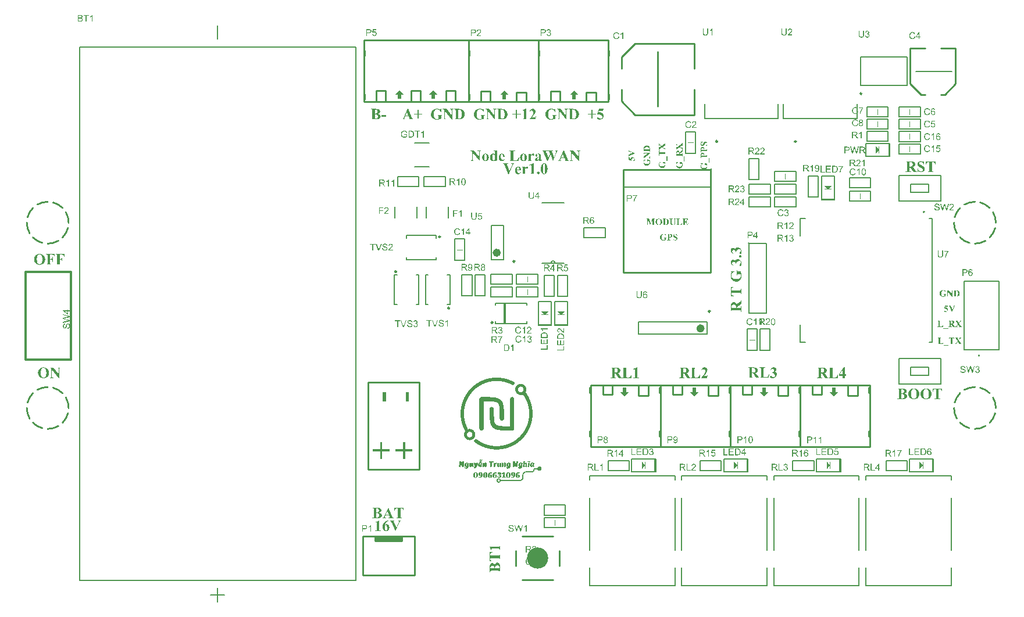
<source format=gbr>
%TF.GenerationSoftware,Altium Limited,Altium Designer,21.3.2 (30)*%
G04 Layer_Color=65535*
%FSLAX26Y26*%
%MOIN*%
%TF.SameCoordinates,5CB9DBA1-4DA9-4ED0-9B61-E5D9B39C4D3D*%
%TF.FilePolarity,Positive*%
%TF.FileFunction,Legend,Top*%
%TF.Part,Single*%
G01*
G75*
%TA.AperFunction,NonConductor*%
%ADD39C,0.010000*%
%ADD62C,0.009842*%
%ADD63C,0.007874*%
%ADD64R,0.018230X0.121055*%
%ADD83C,0.006000*%
%ADD84C,0.023622*%
%ADD85C,0.011811*%
%ADD86C,0.007000*%
%ADD87C,0.008000*%
%ADD88C,0.005000*%
%ADD89C,0.003937*%
%ADD90R,0.003165X0.043123*%
%ADD91R,0.009915X0.072942*%
%ADD92R,0.043123X0.003165*%
%ADD93R,0.072942X0.009915*%
G36*
X2408500Y2921500D02*
X2393500D01*
Y2896500D01*
X2373500D01*
Y2921500D01*
X2358500D01*
X2383500Y2946500D01*
X2408500Y2921500D01*
D02*
G37*
G36*
X2213500D02*
X2198500D01*
Y2896500D01*
X2178500D01*
Y2921500D01*
X2163500D01*
X2188500Y2946500D01*
X2213500Y2921500D01*
D02*
G37*
G36*
X3216000Y2919000D02*
X3201000D01*
Y2894000D01*
X3181000D01*
Y2919000D01*
X3166000D01*
X3191000Y2944000D01*
X3216000Y2919000D01*
D02*
G37*
G36*
X2816000D02*
X2801000D01*
Y2894000D01*
X2781000D01*
Y2919000D01*
X2766000D01*
X2791000Y2944000D01*
X2816000Y2919000D01*
D02*
G37*
G36*
X4803037Y2849017D02*
X4803536Y2848961D01*
X4804146Y2848905D01*
X4804757Y2848850D01*
X4805479Y2848684D01*
X4806977Y2848351D01*
X4808642Y2847851D01*
X4809475Y2847518D01*
X4810252Y2847130D01*
X4811029Y2846630D01*
X4811806Y2846131D01*
X4811861Y2846075D01*
X4811972Y2846019D01*
X4812194Y2845853D01*
X4812471Y2845575D01*
X4812749Y2845298D01*
X4813137Y2844910D01*
X4813526Y2844465D01*
X4813970Y2844021D01*
X4814414Y2843466D01*
X4814858Y2842800D01*
X4815358Y2842135D01*
X4815801Y2841413D01*
X4816190Y2840581D01*
X4816634Y2839748D01*
X4816967Y2838860D01*
X4817300Y2837861D01*
X4812305Y2836695D01*
Y2836751D01*
X4812249Y2836862D01*
X4812139Y2837084D01*
X4812028Y2837361D01*
X4811917Y2837695D01*
X4811750Y2838139D01*
X4811306Y2839026D01*
X4810751Y2840026D01*
X4810085Y2841024D01*
X4809252Y2841968D01*
X4808364Y2842800D01*
X4808253Y2842912D01*
X4807921Y2843133D01*
X4807365Y2843411D01*
X4806644Y2843800D01*
X4805700Y2844133D01*
X4804646Y2844465D01*
X4803369Y2844688D01*
X4801982Y2844743D01*
X4801538D01*
X4801261Y2844688D01*
X4800872D01*
X4800428Y2844632D01*
X4799373Y2844465D01*
X4798208Y2844244D01*
X4796987Y2843855D01*
X4795711Y2843300D01*
X4794545Y2842579D01*
X4794489D01*
X4794434Y2842468D01*
X4794046Y2842190D01*
X4793546Y2841746D01*
X4792935Y2841080D01*
X4792214Y2840247D01*
X4791548Y2839304D01*
X4790938Y2838139D01*
X4790382Y2836862D01*
Y2836807D01*
X4790327Y2836695D01*
X4790271Y2836529D01*
X4790216Y2836251D01*
X4790105Y2835919D01*
X4789994Y2835530D01*
X4789828Y2834586D01*
X4789605Y2833477D01*
X4789383Y2832256D01*
X4789273Y2830923D01*
X4789217Y2829481D01*
Y2829425D01*
Y2829258D01*
Y2828981D01*
Y2828648D01*
X4789273Y2828260D01*
Y2827760D01*
X4789328Y2827205D01*
X4789383Y2826595D01*
X4789550Y2825262D01*
X4789828Y2823820D01*
X4790160Y2822376D01*
X4790605Y2820934D01*
Y2820878D01*
X4790660Y2820767D01*
X4790771Y2820601D01*
X4790882Y2820323D01*
X4791215Y2819657D01*
X4791715Y2818880D01*
X4792325Y2817992D01*
X4793102Y2817048D01*
X4793990Y2816216D01*
X4795044Y2815439D01*
X4795100D01*
X4795211Y2815383D01*
X4795377Y2815273D01*
X4795600Y2815162D01*
X4795877Y2815050D01*
X4796210Y2814884D01*
X4796987Y2814551D01*
X4797986Y2814218D01*
X4799096Y2813941D01*
X4800317Y2813718D01*
X4801593Y2813663D01*
X4801982D01*
X4802315Y2813718D01*
X4802703D01*
X4803092Y2813774D01*
X4804091Y2813996D01*
X4805257Y2814273D01*
X4806422Y2814718D01*
X4807643Y2815328D01*
X4808253Y2815661D01*
X4808809Y2816105D01*
X4808864Y2816160D01*
X4808919Y2816216D01*
X4809086Y2816383D01*
X4809308Y2816549D01*
X4809530Y2816827D01*
X4809807Y2817160D01*
X4810141Y2817492D01*
X4810418Y2817936D01*
X4810751Y2818436D01*
X4811140Y2818991D01*
X4811472Y2819546D01*
X4811806Y2820212D01*
X4812083Y2820934D01*
X4812360Y2821711D01*
X4812638Y2822543D01*
X4812860Y2823431D01*
X4817966Y2822155D01*
Y2822099D01*
X4817910Y2821877D01*
X4817800Y2821544D01*
X4817633Y2821100D01*
X4817467Y2820601D01*
X4817244Y2819990D01*
X4816967Y2819324D01*
X4816634Y2818602D01*
X4815857Y2817048D01*
X4814858Y2815494D01*
X4814248Y2814718D01*
X4813637Y2813941D01*
X4812971Y2813274D01*
X4812194Y2812608D01*
X4812139Y2812553D01*
X4812028Y2812442D01*
X4811750Y2812331D01*
X4811472Y2812109D01*
X4811029Y2811831D01*
X4810584Y2811554D01*
X4809974Y2811276D01*
X4809364Y2810999D01*
X4808642Y2810666D01*
X4807865Y2810389D01*
X4807033Y2810111D01*
X4806145Y2809834D01*
X4805201Y2809611D01*
X4804202Y2809501D01*
X4803148Y2809390D01*
X4802038Y2809334D01*
X4801427D01*
X4800983Y2809390D01*
X4800484D01*
X4799873Y2809445D01*
X4799207Y2809556D01*
X4798430Y2809667D01*
X4796820Y2809945D01*
X4795155Y2810389D01*
X4793490Y2810999D01*
X4792713Y2811387D01*
X4791936Y2811831D01*
X4791881Y2811887D01*
X4791770Y2811943D01*
X4791548Y2812109D01*
X4791326Y2812331D01*
X4790993Y2812553D01*
X4790605Y2812886D01*
X4790160Y2813274D01*
X4789717Y2813718D01*
X4789273Y2814218D01*
X4788773Y2814718D01*
X4787774Y2815994D01*
X4786831Y2817492D01*
X4785998Y2819157D01*
Y2819213D01*
X4785887Y2819380D01*
X4785832Y2819657D01*
X4785665Y2819990D01*
X4785554Y2820434D01*
X4785387Y2820989D01*
X4785166Y2821599D01*
X4784999Y2822265D01*
X4784833Y2822987D01*
X4784610Y2823820D01*
X4784333Y2825540D01*
X4784111Y2827483D01*
X4784000Y2829481D01*
Y2829536D01*
Y2829758D01*
Y2830091D01*
X4784056Y2830479D01*
Y2831035D01*
X4784111Y2831590D01*
X4784167Y2832311D01*
X4784278Y2833032D01*
X4784555Y2834642D01*
X4784944Y2836418D01*
X4785498Y2838194D01*
X4786275Y2839914D01*
X4786331Y2839970D01*
X4786386Y2840137D01*
X4786498Y2840358D01*
X4786720Y2840636D01*
X4786941Y2841024D01*
X4787219Y2841468D01*
X4787940Y2842468D01*
X4788884Y2843577D01*
X4789994Y2844688D01*
X4791270Y2845798D01*
X4792769Y2846741D01*
X4792824Y2846796D01*
X4792991Y2846852D01*
X4793213Y2846963D01*
X4793490Y2847130D01*
X4793935Y2847296D01*
X4794378Y2847463D01*
X4794934Y2847684D01*
X4795544Y2847907D01*
X4796210Y2848128D01*
X4796931Y2848351D01*
X4798485Y2848684D01*
X4800261Y2848961D01*
X4802093Y2849072D01*
X4802648D01*
X4803037Y2849017D01*
D02*
G37*
G36*
X3083738Y2819175D02*
X3082165D01*
Y2819268D01*
X3082073Y2819545D01*
X3081887Y2820008D01*
X3081610Y2820563D01*
X3081332Y2821303D01*
X3080963Y2822135D01*
X3079945Y2824078D01*
X3078742Y2826113D01*
X3077170Y2828333D01*
X3075412Y2830368D01*
X3074395Y2831385D01*
X3073285Y2832218D01*
X3073193Y2832310D01*
X3073008Y2832403D01*
X3072730Y2832680D01*
X3072267Y2832958D01*
X3071713Y2833235D01*
X3071065Y2833698D01*
X3070325Y2834068D01*
X3069492Y2834530D01*
X3067550Y2835363D01*
X3065330Y2836010D01*
X3063017Y2836565D01*
X3061722Y2836658D01*
X3060427Y2836750D01*
X3059780D01*
X3059318Y2836658D01*
X3058762D01*
X3058023Y2836565D01*
X3056543Y2836288D01*
X3054693Y2835825D01*
X3052843Y2835178D01*
X3050992Y2834253D01*
X3049235Y2832958D01*
X3049142D01*
X3049050Y2832773D01*
X3048495Y2832218D01*
X3047755Y2831385D01*
X3046830Y2830183D01*
X3045720Y2828703D01*
X3044702Y2826945D01*
X3043778Y2824818D01*
X3042945Y2822413D01*
Y2822320D01*
X3042852Y2822135D01*
X3042760Y2821765D01*
X3042668Y2821303D01*
X3042483Y2820655D01*
X3042390Y2819915D01*
X3042205Y2819083D01*
X3042020Y2818158D01*
X3041650Y2816123D01*
X3041372Y2813810D01*
X3041188Y2811313D01*
X3041095Y2808630D01*
Y2808538D01*
Y2808260D01*
Y2807798D01*
Y2807150D01*
X3041188Y2806410D01*
Y2805578D01*
X3041280Y2804560D01*
X3041372Y2803543D01*
X3041557Y2801138D01*
X3041927Y2798640D01*
X3042483Y2796050D01*
X3043130Y2793553D01*
Y2793460D01*
X3043222Y2793275D01*
X3043315Y2792905D01*
X3043500Y2792535D01*
X3043778Y2791980D01*
X3044055Y2791333D01*
X3044702Y2789945D01*
X3045628Y2788373D01*
X3046738Y2786800D01*
X3048032Y2785320D01*
X3049605Y2784025D01*
X3049698D01*
X3049790Y2783933D01*
X3050068Y2783748D01*
X3050438Y2783563D01*
X3051363Y2783100D01*
X3052657Y2782545D01*
X3054230Y2781990D01*
X3056080Y2781528D01*
X3058115Y2781158D01*
X3060335Y2781065D01*
X3061168D01*
X3061722Y2781158D01*
X3062370D01*
X3063110Y2781250D01*
X3064682Y2781528D01*
X3064775D01*
X3065052Y2781620D01*
X3065515Y2781713D01*
X3066162Y2781898D01*
X3066810Y2782083D01*
X3067642Y2782268D01*
X3069400Y2782823D01*
Y2795310D01*
Y2795495D01*
Y2795865D01*
Y2796513D01*
X3069307Y2797160D01*
Y2797993D01*
X3069215Y2798733D01*
X3069030Y2799380D01*
X3068845Y2799843D01*
Y2799935D01*
X3068753Y2800028D01*
X3068383Y2800490D01*
X3067827Y2801045D01*
X3067365Y2801415D01*
X3066810Y2801693D01*
X3066718D01*
X3066532Y2801878D01*
X3066255Y2801970D01*
X3065793Y2802155D01*
X3065238Y2802340D01*
X3064682Y2802433D01*
X3063202Y2802618D01*
X3061722D01*
Y2804190D01*
X3090767D01*
Y2802618D01*
X3090582D01*
X3090213Y2802525D01*
X3089657D01*
X3088918Y2802433D01*
X3087345Y2802063D01*
X3086698Y2801878D01*
X3086050Y2801600D01*
X3085957D01*
X3085865Y2801508D01*
X3085310Y2801045D01*
X3084662Y2800398D01*
X3084108Y2799380D01*
X3084015Y2799195D01*
Y2798918D01*
X3083923Y2798548D01*
X3083830Y2797993D01*
Y2797345D01*
X3083738Y2796420D01*
Y2795310D01*
Y2782823D01*
X3083645D01*
X3083460Y2782730D01*
X3083182Y2782545D01*
X3082720Y2782453D01*
X3082258Y2782175D01*
X3081610Y2781990D01*
X3080130Y2781435D01*
X3078280Y2780788D01*
X3076245Y2780140D01*
X3074117Y2779585D01*
X3071805Y2779030D01*
X3071713D01*
X3071528Y2778938D01*
X3071157D01*
X3070695Y2778845D01*
X3070140Y2778753D01*
X3069492Y2778660D01*
X3068753Y2778475D01*
X3067920Y2778383D01*
X3065977Y2778105D01*
X3063758Y2777920D01*
X3061445Y2777828D01*
X3058948Y2777735D01*
X3057560D01*
X3056820Y2777828D01*
X3055988D01*
X3055062Y2777920D01*
X3054045Y2778013D01*
X3051825Y2778290D01*
X3049512Y2778660D01*
X3047108Y2779215D01*
X3044887Y2779955D01*
X3044795D01*
X3044610Y2780048D01*
X3044332Y2780233D01*
X3043963Y2780418D01*
X3042852Y2780880D01*
X3041557Y2781620D01*
X3039985Y2782453D01*
X3038320Y2783470D01*
X3036655Y2784673D01*
X3034990Y2786060D01*
Y2786153D01*
X3034805Y2786245D01*
X3034250Y2786708D01*
X3033510Y2787540D01*
X3032585Y2788558D01*
X3031475Y2789853D01*
X3030365Y2791240D01*
X3029255Y2792813D01*
X3028238Y2794570D01*
Y2794663D01*
X3028145Y2794848D01*
X3027960Y2795218D01*
X3027775Y2795680D01*
X3027497Y2796235D01*
X3027312Y2796883D01*
X3027035Y2797715D01*
X3026758Y2798548D01*
X3026110Y2800583D01*
X3025648Y2802895D01*
X3025278Y2805393D01*
X3025185Y2808168D01*
Y2808353D01*
Y2808815D01*
X3025278Y2809463D01*
X3025370Y2810388D01*
X3025463Y2811590D01*
X3025648Y2812978D01*
X3026017Y2814458D01*
X3026387Y2816123D01*
X3026850Y2817788D01*
X3027497Y2819638D01*
X3028238Y2821580D01*
X3029162Y2823430D01*
X3030273Y2825373D01*
X3031475Y2827315D01*
X3032955Y2829165D01*
X3034620Y2830923D01*
X3034713Y2831015D01*
X3035082Y2831293D01*
X3035637Y2831755D01*
X3036378Y2832403D01*
X3037302Y2833050D01*
X3038412Y2833883D01*
X3039707Y2834715D01*
X3041188Y2835640D01*
X3042852Y2836473D01*
X3044610Y2837305D01*
X3046645Y2838138D01*
X3048680Y2838785D01*
X3050992Y2839433D01*
X3053305Y2839895D01*
X3055895Y2840173D01*
X3058485Y2840265D01*
X3060057D01*
X3061168Y2840173D01*
X3062370Y2840080D01*
X3063758Y2839988D01*
X3066532Y2839525D01*
X3066625D01*
X3066903Y2839433D01*
X3067365Y2839340D01*
X3068012Y2839155D01*
X3068938Y2838878D01*
X3069955Y2838508D01*
X3071250Y2838045D01*
X3072730Y2837490D01*
X3072823D01*
X3072915Y2837398D01*
X3073470Y2837213D01*
X3074117Y2837028D01*
X3075043Y2836750D01*
X3075875Y2836380D01*
X3076707Y2836195D01*
X3077448Y2836010D01*
X3077910Y2835918D01*
X3078095D01*
X3078650Y2836010D01*
X3079390Y2836288D01*
X3080130Y2836750D01*
X3080222Y2836843D01*
X3080315Y2836935D01*
X3080500Y2837213D01*
X3080778Y2837583D01*
X3081148Y2838045D01*
X3081425Y2838600D01*
X3081795Y2839340D01*
X3082165Y2840265D01*
X3083738D01*
Y2819175D01*
D02*
G37*
G36*
X2673963Y2819175D02*
X2672390D01*
Y2819268D01*
X2672298Y2819545D01*
X2672113Y2820008D01*
X2671835Y2820563D01*
X2671557Y2821303D01*
X2671188Y2822135D01*
X2670170Y2824078D01*
X2668968Y2826113D01*
X2667395Y2828333D01*
X2665637Y2830368D01*
X2664620Y2831385D01*
X2663510Y2832218D01*
X2663418Y2832310D01*
X2663233Y2832403D01*
X2662955Y2832680D01*
X2662492Y2832958D01*
X2661938Y2833235D01*
X2661290Y2833698D01*
X2660550Y2834068D01*
X2659718Y2834530D01*
X2657775Y2835363D01*
X2655555Y2836010D01*
X2653242Y2836565D01*
X2651948Y2836658D01*
X2650653Y2836750D01*
X2650005D01*
X2649543Y2836658D01*
X2648988D01*
X2648247Y2836565D01*
X2646767Y2836288D01*
X2644918Y2835825D01*
X2643068Y2835178D01*
X2641218Y2834253D01*
X2639460Y2832958D01*
X2639367D01*
X2639275Y2832773D01*
X2638720Y2832218D01*
X2637980Y2831385D01*
X2637055Y2830183D01*
X2635945Y2828703D01*
X2634927Y2826945D01*
X2634003Y2824818D01*
X2633170Y2822413D01*
Y2822320D01*
X2633077Y2822135D01*
X2632985Y2821765D01*
X2632892Y2821303D01*
X2632707Y2820655D01*
X2632615Y2819915D01*
X2632430Y2819083D01*
X2632245Y2818158D01*
X2631875Y2816123D01*
X2631597Y2813810D01*
X2631412Y2811313D01*
X2631320Y2808630D01*
Y2808538D01*
Y2808260D01*
Y2807798D01*
Y2807150D01*
X2631412Y2806410D01*
Y2805578D01*
X2631505Y2804560D01*
X2631597Y2803543D01*
X2631782Y2801138D01*
X2632153Y2798640D01*
X2632707Y2796050D01*
X2633355Y2793553D01*
Y2793460D01*
X2633448Y2793275D01*
X2633540Y2792905D01*
X2633725Y2792535D01*
X2634003Y2791980D01*
X2634280Y2791333D01*
X2634927Y2789945D01*
X2635852Y2788373D01*
X2636963Y2786800D01*
X2638258Y2785320D01*
X2639830Y2784025D01*
X2639923D01*
X2640015Y2783933D01*
X2640293Y2783748D01*
X2640662Y2783563D01*
X2641588Y2783100D01*
X2642883Y2782545D01*
X2644455Y2781990D01*
X2646305Y2781528D01*
X2648340Y2781158D01*
X2650560Y2781065D01*
X2651392D01*
X2651948Y2781158D01*
X2652595D01*
X2653335Y2781250D01*
X2654907Y2781528D01*
X2655000D01*
X2655278Y2781620D01*
X2655740Y2781713D01*
X2656387Y2781898D01*
X2657035Y2782083D01*
X2657867Y2782268D01*
X2659625Y2782823D01*
Y2795310D01*
Y2795495D01*
Y2795865D01*
Y2796513D01*
X2659532Y2797160D01*
Y2797993D01*
X2659440Y2798733D01*
X2659255Y2799380D01*
X2659070Y2799843D01*
Y2799935D01*
X2658977Y2800028D01*
X2658608Y2800490D01*
X2658052Y2801045D01*
X2657590Y2801415D01*
X2657035Y2801693D01*
X2656943D01*
X2656758Y2801878D01*
X2656480Y2801970D01*
X2656017Y2802155D01*
X2655463Y2802340D01*
X2654907Y2802433D01*
X2653427Y2802618D01*
X2651948D01*
Y2804190D01*
X2680992D01*
Y2802618D01*
X2680807D01*
X2680438Y2802525D01*
X2679883D01*
X2679142Y2802433D01*
X2677570Y2802063D01*
X2676923Y2801878D01*
X2676275Y2801600D01*
X2676182D01*
X2676090Y2801508D01*
X2675535Y2801045D01*
X2674887Y2800398D01*
X2674332Y2799380D01*
X2674240Y2799195D01*
Y2798918D01*
X2674148Y2798548D01*
X2674055Y2797993D01*
Y2797345D01*
X2673963Y2796420D01*
Y2795310D01*
Y2782823D01*
X2673870D01*
X2673685Y2782730D01*
X2673407Y2782545D01*
X2672945Y2782453D01*
X2672483Y2782175D01*
X2671835Y2781990D01*
X2670355Y2781435D01*
X2668505Y2780788D01*
X2666470Y2780140D01*
X2664343Y2779585D01*
X2662030Y2779030D01*
X2661938D01*
X2661753Y2778938D01*
X2661383D01*
X2660920Y2778845D01*
X2660365Y2778753D01*
X2659718Y2778660D01*
X2658977Y2778475D01*
X2658145Y2778383D01*
X2656202Y2778105D01*
X2653983Y2777920D01*
X2651670Y2777828D01*
X2649173Y2777735D01*
X2647785D01*
X2647045Y2777828D01*
X2646213D01*
X2645287Y2777920D01*
X2644270Y2778013D01*
X2642050Y2778290D01*
X2639738Y2778660D01*
X2637332Y2779215D01*
X2635113Y2779955D01*
X2635020D01*
X2634835Y2780048D01*
X2634557Y2780233D01*
X2634188Y2780418D01*
X2633077Y2780880D01*
X2631782Y2781620D01*
X2630210Y2782453D01*
X2628545Y2783470D01*
X2626880Y2784673D01*
X2625215Y2786060D01*
Y2786153D01*
X2625030Y2786245D01*
X2624475Y2786708D01*
X2623735Y2787540D01*
X2622810Y2788558D01*
X2621700Y2789853D01*
X2620590Y2791240D01*
X2619480Y2792813D01*
X2618463Y2794570D01*
Y2794663D01*
X2618370Y2794848D01*
X2618185Y2795218D01*
X2618000Y2795680D01*
X2617722Y2796235D01*
X2617537Y2796883D01*
X2617260Y2797715D01*
X2616983Y2798548D01*
X2616335Y2800583D01*
X2615872Y2802895D01*
X2615503Y2805393D01*
X2615410Y2808168D01*
Y2808353D01*
Y2808815D01*
X2615503Y2809463D01*
X2615595Y2810388D01*
X2615688Y2811590D01*
X2615872Y2812978D01*
X2616242Y2814458D01*
X2616613Y2816123D01*
X2617075Y2817788D01*
X2617722Y2819638D01*
X2618463Y2821580D01*
X2619387Y2823430D01*
X2620497Y2825373D01*
X2621700Y2827315D01*
X2623180Y2829165D01*
X2624845Y2830923D01*
X2624938Y2831015D01*
X2625307Y2831293D01*
X2625863Y2831755D01*
X2626602Y2832403D01*
X2627528Y2833050D01*
X2628637Y2833883D01*
X2629932Y2834715D01*
X2631412Y2835640D01*
X2633077Y2836473D01*
X2634835Y2837305D01*
X2636870Y2838138D01*
X2638905Y2838785D01*
X2641218Y2839433D01*
X2643530Y2839895D01*
X2646120Y2840173D01*
X2648710Y2840265D01*
X2650282D01*
X2651392Y2840173D01*
X2652595Y2840080D01*
X2653983Y2839988D01*
X2656758Y2839525D01*
X2656850D01*
X2657128Y2839433D01*
X2657590Y2839340D01*
X2658238Y2839155D01*
X2659162Y2838878D01*
X2660180Y2838508D01*
X2661475Y2838045D01*
X2662955Y2837490D01*
X2663048D01*
X2663140Y2837398D01*
X2663695Y2837213D01*
X2664343Y2837028D01*
X2665267Y2836750D01*
X2666100Y2836380D01*
X2666932Y2836195D01*
X2667673Y2836010D01*
X2668135Y2835918D01*
X2668320D01*
X2668875Y2836010D01*
X2669615Y2836288D01*
X2670355Y2836750D01*
X2670448Y2836843D01*
X2670540Y2836935D01*
X2670725Y2837213D01*
X2671003Y2837583D01*
X2671372Y2838045D01*
X2671650Y2838600D01*
X2672020Y2839340D01*
X2672390Y2840265D01*
X2673963D01*
Y2819175D01*
D02*
G37*
G36*
X2428468D02*
X2426895D01*
Y2819268D01*
X2426802Y2819545D01*
X2426617Y2820008D01*
X2426340Y2820563D01*
X2426062Y2821303D01*
X2425693Y2822135D01*
X2424675Y2824078D01*
X2423472Y2826113D01*
X2421900Y2828333D01*
X2420142Y2830368D01*
X2419125Y2831385D01*
X2418015Y2832218D01*
X2417923Y2832310D01*
X2417738Y2832403D01*
X2417460Y2832680D01*
X2416997Y2832958D01*
X2416443Y2833235D01*
X2415795Y2833698D01*
X2415055Y2834068D01*
X2414222Y2834530D01*
X2412280Y2835363D01*
X2410060Y2836010D01*
X2407747Y2836565D01*
X2406452Y2836658D01*
X2405157Y2836750D01*
X2404510D01*
X2404048Y2836658D01*
X2403492D01*
X2402753Y2836565D01*
X2401273Y2836288D01*
X2399423Y2835825D01*
X2397573Y2835178D01*
X2395722Y2834253D01*
X2393965Y2832958D01*
X2393872D01*
X2393780Y2832773D01*
X2393225Y2832218D01*
X2392485Y2831385D01*
X2391560Y2830183D01*
X2390450Y2828703D01*
X2389432Y2826945D01*
X2388508Y2824818D01*
X2387675Y2822413D01*
Y2822320D01*
X2387582Y2822135D01*
X2387490Y2821765D01*
X2387398Y2821303D01*
X2387213Y2820655D01*
X2387120Y2819915D01*
X2386935Y2819083D01*
X2386750Y2818158D01*
X2386380Y2816123D01*
X2386102Y2813810D01*
X2385918Y2811313D01*
X2385825Y2808630D01*
Y2808538D01*
Y2808260D01*
Y2807798D01*
Y2807150D01*
X2385918Y2806410D01*
Y2805578D01*
X2386010Y2804560D01*
X2386102Y2803543D01*
X2386287Y2801138D01*
X2386657Y2798640D01*
X2387213Y2796050D01*
X2387860Y2793553D01*
Y2793460D01*
X2387952Y2793275D01*
X2388045Y2792905D01*
X2388230Y2792535D01*
X2388508Y2791980D01*
X2388785Y2791333D01*
X2389432Y2789945D01*
X2390358Y2788373D01*
X2391468Y2786800D01*
X2392762Y2785320D01*
X2394335Y2784025D01*
X2394427D01*
X2394520Y2783933D01*
X2394798Y2783748D01*
X2395168Y2783563D01*
X2396093Y2783100D01*
X2397387Y2782545D01*
X2398960Y2781990D01*
X2400810Y2781528D01*
X2402845Y2781158D01*
X2405065Y2781065D01*
X2405898D01*
X2406452Y2781158D01*
X2407100D01*
X2407840Y2781250D01*
X2409412Y2781528D01*
X2409505D01*
X2409782Y2781620D01*
X2410245Y2781713D01*
X2410892Y2781898D01*
X2411540Y2782083D01*
X2412372Y2782268D01*
X2414130Y2782823D01*
Y2795310D01*
Y2795495D01*
Y2795865D01*
Y2796513D01*
X2414037Y2797160D01*
Y2797993D01*
X2413945Y2798733D01*
X2413760Y2799380D01*
X2413575Y2799843D01*
Y2799935D01*
X2413483Y2800028D01*
X2413113Y2800490D01*
X2412557Y2801045D01*
X2412095Y2801415D01*
X2411540Y2801693D01*
X2411448D01*
X2411262Y2801878D01*
X2410985Y2801970D01*
X2410523Y2802155D01*
X2409968Y2802340D01*
X2409412Y2802433D01*
X2407932Y2802618D01*
X2406452D01*
Y2804190D01*
X2435497D01*
Y2802618D01*
X2435312D01*
X2434943Y2802525D01*
X2434387D01*
X2433648Y2802433D01*
X2432075Y2802063D01*
X2431427Y2801878D01*
X2430780Y2801600D01*
X2430688D01*
X2430595Y2801508D01*
X2430040Y2801045D01*
X2429392Y2800398D01*
X2428838Y2799380D01*
X2428745Y2799195D01*
Y2798918D01*
X2428653Y2798548D01*
X2428560Y2797993D01*
Y2797345D01*
X2428468Y2796420D01*
Y2795310D01*
Y2782823D01*
X2428375D01*
X2428190Y2782730D01*
X2427912Y2782545D01*
X2427450Y2782453D01*
X2426988Y2782175D01*
X2426340Y2781990D01*
X2424860Y2781435D01*
X2423010Y2780788D01*
X2420975Y2780140D01*
X2418847Y2779585D01*
X2416535Y2779030D01*
X2416443D01*
X2416258Y2778938D01*
X2415887D01*
X2415425Y2778845D01*
X2414870Y2778753D01*
X2414222Y2778660D01*
X2413483Y2778475D01*
X2412650Y2778383D01*
X2410707Y2778105D01*
X2408488Y2777920D01*
X2406175Y2777828D01*
X2403677Y2777735D01*
X2402290D01*
X2401550Y2777828D01*
X2400718D01*
X2399793Y2777920D01*
X2398775Y2778013D01*
X2396555Y2778290D01*
X2394242Y2778660D01*
X2391838Y2779215D01*
X2389617Y2779955D01*
X2389525D01*
X2389340Y2780048D01*
X2389062Y2780233D01*
X2388693Y2780418D01*
X2387582Y2780880D01*
X2386287Y2781620D01*
X2384715Y2782453D01*
X2383050Y2783470D01*
X2381385Y2784673D01*
X2379720Y2786060D01*
Y2786153D01*
X2379535Y2786245D01*
X2378980Y2786708D01*
X2378240Y2787540D01*
X2377315Y2788558D01*
X2376205Y2789853D01*
X2375095Y2791240D01*
X2373985Y2792813D01*
X2372968Y2794570D01*
Y2794663D01*
X2372875Y2794848D01*
X2372690Y2795218D01*
X2372505Y2795680D01*
X2372227Y2796235D01*
X2372043Y2796883D01*
X2371765Y2797715D01*
X2371488Y2798548D01*
X2370840Y2800583D01*
X2370378Y2802895D01*
X2370008Y2805393D01*
X2369915Y2808168D01*
Y2808353D01*
Y2808815D01*
X2370008Y2809463D01*
X2370100Y2810388D01*
X2370193Y2811590D01*
X2370378Y2812978D01*
X2370747Y2814458D01*
X2371117Y2816123D01*
X2371580Y2817788D01*
X2372227Y2819638D01*
X2372968Y2821580D01*
X2373892Y2823430D01*
X2375003Y2825373D01*
X2376205Y2827315D01*
X2377685Y2829165D01*
X2379350Y2830923D01*
X2379443Y2831015D01*
X2379812Y2831293D01*
X2380367Y2831755D01*
X2381108Y2832403D01*
X2382032Y2833050D01*
X2383142Y2833883D01*
X2384438Y2834715D01*
X2385918Y2835640D01*
X2387582Y2836473D01*
X2389340Y2837305D01*
X2391375Y2838138D01*
X2393410Y2838785D01*
X2395722Y2839433D01*
X2398035Y2839895D01*
X2400625Y2840173D01*
X2403215Y2840265D01*
X2404787D01*
X2405898Y2840173D01*
X2407100Y2840080D01*
X2408488Y2839988D01*
X2411262Y2839525D01*
X2411355D01*
X2411633Y2839433D01*
X2412095Y2839340D01*
X2412742Y2839155D01*
X2413668Y2838878D01*
X2414685Y2838508D01*
X2415980Y2838045D01*
X2417460Y2837490D01*
X2417552D01*
X2417645Y2837398D01*
X2418200Y2837213D01*
X2418847Y2837028D01*
X2419773Y2836750D01*
X2420605Y2836380D01*
X2421438Y2836195D01*
X2422177Y2836010D01*
X2422640Y2835918D01*
X2422825D01*
X2423380Y2836010D01*
X2424120Y2836288D01*
X2424860Y2836750D01*
X2424952Y2836843D01*
X2425045Y2836935D01*
X2425230Y2837213D01*
X2425508Y2837583D01*
X2425878Y2838045D01*
X2426155Y2838600D01*
X2426525Y2839340D01*
X2426895Y2840265D01*
X2428468D01*
Y2819175D01*
D02*
G37*
G36*
X5249717Y2842517D02*
X5250105D01*
X5250549Y2842461D01*
X5251604Y2842240D01*
X5252769Y2841962D01*
X5253990Y2841518D01*
X5255211Y2840852D01*
X5255822Y2840463D01*
X5256377Y2840019D01*
X5256432Y2839964D01*
X5256488Y2839909D01*
X5256654Y2839742D01*
X5256820Y2839575D01*
X5257098Y2839298D01*
X5257320Y2838965D01*
X5257931Y2838188D01*
X5258541Y2837189D01*
X5259096Y2835968D01*
X5259596Y2834581D01*
X5259928Y2833026D01*
X5255211Y2832638D01*
Y2832693D01*
X5255155Y2832749D01*
X5255100Y2833082D01*
X5254934Y2833581D01*
X5254712Y2834192D01*
X5254489Y2834858D01*
X5254157Y2835524D01*
X5253768Y2836135D01*
X5253380Y2836634D01*
X5253269Y2836745D01*
X5253047Y2836967D01*
X5252658Y2837300D01*
X5252103Y2837689D01*
X5251382Y2838021D01*
X5250605Y2838354D01*
X5249661Y2838577D01*
X5248662Y2838688D01*
X5248274D01*
X5247829Y2838632D01*
X5247330Y2838521D01*
X5246664Y2838354D01*
X5245998Y2838133D01*
X5245332Y2837855D01*
X5244666Y2837411D01*
X5244555Y2837356D01*
X5244278Y2837133D01*
X5243889Y2836745D01*
X5243390Y2836190D01*
X5242834Y2835524D01*
X5242224Y2834747D01*
X5241669Y2833748D01*
X5241114Y2832638D01*
Y2832582D01*
X5241059Y2832472D01*
X5241003Y2832305D01*
X5240892Y2832083D01*
X5240837Y2831750D01*
X5240725Y2831361D01*
X5240614Y2830918D01*
X5240503Y2830363D01*
X5240337Y2829752D01*
X5240226Y2829086D01*
X5240115Y2828365D01*
X5240060Y2827588D01*
X5239949Y2826700D01*
X5239893Y2825811D01*
X5239837Y2824812D01*
Y2823814D01*
X5239893Y2823869D01*
X5240115Y2824202D01*
X5240503Y2824646D01*
X5241003Y2825201D01*
X5241558Y2825867D01*
X5242279Y2826477D01*
X5243056Y2827088D01*
X5243944Y2827643D01*
X5244000D01*
X5244056Y2827698D01*
X5244389Y2827865D01*
X5244888Y2828032D01*
X5245554Y2828309D01*
X5246331Y2828531D01*
X5247219Y2828698D01*
X5248163Y2828864D01*
X5249162Y2828919D01*
X5249605D01*
X5249939Y2828864D01*
X5250382Y2828809D01*
X5250827Y2828753D01*
X5251382Y2828642D01*
X5251936Y2828476D01*
X5253213Y2828087D01*
X5253879Y2827809D01*
X5254545Y2827421D01*
X5255211Y2827032D01*
X5255932Y2826588D01*
X5256599Y2826034D01*
X5257209Y2825423D01*
X5257265Y2825367D01*
X5257376Y2825256D01*
X5257542Y2825090D01*
X5257708Y2824812D01*
X5257986Y2824424D01*
X5258264Y2824035D01*
X5258541Y2823536D01*
X5258874Y2822981D01*
X5259207Y2822370D01*
X5259484Y2821704D01*
X5259762Y2820927D01*
X5260039Y2820151D01*
X5260206Y2819318D01*
X5260373Y2818374D01*
X5260484Y2817431D01*
X5260539Y2816432D01*
Y2816376D01*
Y2816265D01*
Y2816099D01*
Y2815822D01*
X5260484Y2815488D01*
Y2815155D01*
X5260317Y2814267D01*
X5260150Y2813213D01*
X5259873Y2812103D01*
X5259484Y2810882D01*
X5258930Y2809716D01*
Y2809661D01*
X5258874Y2809606D01*
X5258763Y2809439D01*
X5258652Y2809217D01*
X5258319Y2808662D01*
X5257819Y2807941D01*
X5257209Y2807164D01*
X5256488Y2806387D01*
X5255600Y2805610D01*
X5254656Y2804943D01*
X5254600D01*
X5254545Y2804888D01*
X5254378Y2804777D01*
X5254157Y2804722D01*
X5253601Y2804444D01*
X5252880Y2804166D01*
X5251936Y2803834D01*
X5250882Y2803611D01*
X5249717Y2803390D01*
X5248440Y2803334D01*
X5248163D01*
X5247885Y2803390D01*
X5247441D01*
X5246941Y2803445D01*
X5246386Y2803556D01*
X5245721Y2803722D01*
X5245055Y2803889D01*
X5244278Y2804111D01*
X5243501Y2804389D01*
X5242724Y2804722D01*
X5241891Y2805166D01*
X5241114Y2805665D01*
X5240337Y2806220D01*
X5239560Y2806886D01*
X5238838Y2807663D01*
X5238783Y2807718D01*
X5238672Y2807885D01*
X5238506Y2808107D01*
X5238283Y2808495D01*
X5237950Y2808995D01*
X5237673Y2809550D01*
X5237340Y2810271D01*
X5237007Y2811048D01*
X5236618Y2811992D01*
X5236285Y2813046D01*
X5236008Y2814212D01*
X5235730Y2815488D01*
X5235453Y2816932D01*
X5235287Y2818485D01*
X5235176Y2820151D01*
X5235120Y2821927D01*
Y2821982D01*
Y2822037D01*
Y2822204D01*
Y2822426D01*
X5235176Y2822981D01*
Y2823758D01*
X5235231Y2824646D01*
X5235342Y2825700D01*
X5235453Y2826866D01*
X5235619Y2828142D01*
X5235842Y2829419D01*
X5236119Y2830807D01*
X5236452Y2832139D01*
X5236841Y2833470D01*
X5237340Y2834747D01*
X5237895Y2835968D01*
X5238506Y2837133D01*
X5239227Y2838133D01*
X5239283Y2838188D01*
X5239394Y2838299D01*
X5239615Y2838521D01*
X5239893Y2838854D01*
X5240226Y2839187D01*
X5240670Y2839520D01*
X5241225Y2839964D01*
X5241780Y2840352D01*
X5242446Y2840741D01*
X5243167Y2841185D01*
X5244000Y2841518D01*
X5244833Y2841907D01*
X5245776Y2842184D01*
X5246775Y2842406D01*
X5247829Y2842517D01*
X5248940Y2842573D01*
X5249383D01*
X5249717Y2842517D01*
D02*
G37*
G36*
X5216083Y2843017D02*
X5216583Y2842961D01*
X5217194Y2842905D01*
X5217804Y2842850D01*
X5218525Y2842684D01*
X5220024Y2842351D01*
X5221689Y2841851D01*
X5222521Y2841518D01*
X5223298Y2841130D01*
X5224075Y2840630D01*
X5224852Y2840131D01*
X5224908Y2840075D01*
X5225019Y2840019D01*
X5225241Y2839853D01*
X5225519Y2839575D01*
X5225796Y2839298D01*
X5226185Y2838910D01*
X5226573Y2838465D01*
X5227017Y2838021D01*
X5227461Y2837466D01*
X5227905Y2836800D01*
X5228404Y2836135D01*
X5228849Y2835413D01*
X5229237Y2834581D01*
X5229681Y2833748D01*
X5230014Y2832860D01*
X5230347Y2831861D01*
X5225352Y2830695D01*
Y2830751D01*
X5225297Y2830862D01*
X5225185Y2831084D01*
X5225074Y2831361D01*
X5224963Y2831695D01*
X5224797Y2832139D01*
X5224353Y2833026D01*
X5223798Y2834026D01*
X5223132Y2835024D01*
X5222300Y2835968D01*
X5221412Y2836800D01*
X5221301Y2836912D01*
X5220967Y2837133D01*
X5220413Y2837411D01*
X5219691Y2837800D01*
X5218748Y2838133D01*
X5217693Y2838465D01*
X5216417Y2838688D01*
X5215029Y2838743D01*
X5214585D01*
X5214307Y2838688D01*
X5213919D01*
X5213475Y2838632D01*
X5212421Y2838465D01*
X5211255Y2838244D01*
X5210034Y2837855D01*
X5208757Y2837300D01*
X5207592Y2836579D01*
X5207537D01*
X5207481Y2836468D01*
X5207092Y2836190D01*
X5206593Y2835746D01*
X5205983Y2835080D01*
X5205261Y2834247D01*
X5204595Y2833304D01*
X5203984Y2832139D01*
X5203430Y2830862D01*
Y2830807D01*
X5203374Y2830695D01*
X5203319Y2830529D01*
X5203263Y2830251D01*
X5203152Y2829919D01*
X5203041Y2829530D01*
X5202874Y2828586D01*
X5202653Y2827477D01*
X5202431Y2826256D01*
X5202319Y2824923D01*
X5202264Y2823481D01*
Y2823425D01*
Y2823258D01*
Y2822981D01*
Y2822648D01*
X5202319Y2822260D01*
Y2821760D01*
X5202375Y2821205D01*
X5202431Y2820595D01*
X5202597Y2819262D01*
X5202874Y2817820D01*
X5203208Y2816376D01*
X5203651Y2814934D01*
Y2814878D01*
X5203707Y2814767D01*
X5203818Y2814601D01*
X5203929Y2814323D01*
X5204262Y2813657D01*
X5204761Y2812880D01*
X5205372Y2811992D01*
X5206149Y2811048D01*
X5207037Y2810216D01*
X5208092Y2809439D01*
X5208147D01*
X5208258Y2809383D01*
X5208425Y2809273D01*
X5208646Y2809162D01*
X5208924Y2809050D01*
X5209257Y2808884D01*
X5210034Y2808551D01*
X5211033Y2808218D01*
X5212143Y2807941D01*
X5213364Y2807718D01*
X5214641Y2807663D01*
X5215029D01*
X5215362Y2807718D01*
X5215751D01*
X5216139Y2807774D01*
X5217138Y2807996D01*
X5218303Y2808273D01*
X5219469Y2808718D01*
X5220690Y2809328D01*
X5221301Y2809661D01*
X5221855Y2810105D01*
X5221911Y2810160D01*
X5221967Y2810216D01*
X5222133Y2810383D01*
X5222355Y2810549D01*
X5222577Y2810827D01*
X5222855Y2811160D01*
X5223188Y2811492D01*
X5223465Y2811936D01*
X5223798Y2812436D01*
X5224186Y2812991D01*
X5224520Y2813546D01*
X5224852Y2814212D01*
X5225130Y2814934D01*
X5225408Y2815711D01*
X5225685Y2816543D01*
X5225907Y2817431D01*
X5231013Y2816155D01*
Y2816099D01*
X5230958Y2815877D01*
X5230846Y2815544D01*
X5230680Y2815100D01*
X5230514Y2814601D01*
X5230292Y2813990D01*
X5230014Y2813324D01*
X5229681Y2812602D01*
X5228904Y2811048D01*
X5227905Y2809494D01*
X5227294Y2808718D01*
X5226684Y2807941D01*
X5226018Y2807274D01*
X5225241Y2806608D01*
X5225185Y2806553D01*
X5225074Y2806442D01*
X5224797Y2806331D01*
X5224520Y2806109D01*
X5224075Y2805831D01*
X5223632Y2805554D01*
X5223021Y2805276D01*
X5222410Y2804999D01*
X5221689Y2804666D01*
X5220912Y2804389D01*
X5220079Y2804111D01*
X5219191Y2803834D01*
X5218248Y2803611D01*
X5217249Y2803501D01*
X5216194Y2803390D01*
X5215084Y2803334D01*
X5214474D01*
X5214030Y2803390D01*
X5213530D01*
X5212920Y2803445D01*
X5212254Y2803556D01*
X5211477Y2803667D01*
X5209868Y2803945D01*
X5208203Y2804389D01*
X5206538Y2804999D01*
X5205761Y2805387D01*
X5204984Y2805831D01*
X5204928Y2805887D01*
X5204817Y2805943D01*
X5204595Y2806109D01*
X5204373Y2806331D01*
X5204040Y2806553D01*
X5203651Y2806886D01*
X5203208Y2807274D01*
X5202764Y2807718D01*
X5202319Y2808218D01*
X5201820Y2808718D01*
X5200821Y2809994D01*
X5199877Y2811492D01*
X5199045Y2813157D01*
Y2813213D01*
X5198934Y2813380D01*
X5198878Y2813657D01*
X5198712Y2813990D01*
X5198601Y2814434D01*
X5198435Y2814989D01*
X5198212Y2815599D01*
X5198046Y2816265D01*
X5197880Y2816987D01*
X5197658Y2817820D01*
X5197380Y2819540D01*
X5197158Y2821483D01*
X5197047Y2823481D01*
Y2823536D01*
Y2823758D01*
Y2824091D01*
X5197102Y2824479D01*
Y2825035D01*
X5197158Y2825590D01*
X5197213Y2826311D01*
X5197324Y2827032D01*
X5197602Y2828642D01*
X5197990Y2830418D01*
X5198546Y2832194D01*
X5199323Y2833914D01*
X5199378Y2833970D01*
X5199434Y2834137D01*
X5199544Y2834358D01*
X5199766Y2834636D01*
X5199989Y2835024D01*
X5200266Y2835468D01*
X5200988Y2836468D01*
X5201931Y2837577D01*
X5203041Y2838688D01*
X5204318Y2839798D01*
X5205816Y2840741D01*
X5205872Y2840796D01*
X5206038Y2840852D01*
X5206260Y2840963D01*
X5206538Y2841130D01*
X5206981Y2841296D01*
X5207426Y2841463D01*
X5207980Y2841684D01*
X5208591Y2841907D01*
X5209257Y2842128D01*
X5209979Y2842351D01*
X5211533Y2842684D01*
X5213309Y2842961D01*
X5215140Y2843072D01*
X5215695D01*
X5216083Y2843017D01*
D02*
G37*
G36*
X4847492Y2844188D02*
X4847436Y2844133D01*
X4847325Y2844021D01*
X4847104Y2843800D01*
X4846882Y2843466D01*
X4846548Y2843078D01*
X4846105Y2842634D01*
X4845660Y2842079D01*
X4845161Y2841413D01*
X4844662Y2840747D01*
X4844051Y2839970D01*
X4843440Y2839082D01*
X4842830Y2838194D01*
X4842164Y2837195D01*
X4841498Y2836140D01*
X4840832Y2834975D01*
X4840166Y2833809D01*
X4840110Y2833754D01*
X4839999Y2833532D01*
X4839833Y2833199D01*
X4839556Y2832700D01*
X4839278Y2832089D01*
X4838945Y2831423D01*
X4838556Y2830646D01*
X4838168Y2829758D01*
X4837724Y2828759D01*
X4837225Y2827760D01*
X4836780Y2826650D01*
X4836337Y2825485D01*
X4835449Y2823098D01*
X4834616Y2820545D01*
Y2820490D01*
X4834560Y2820323D01*
X4834505Y2820046D01*
X4834394Y2819713D01*
X4834283Y2819269D01*
X4834172Y2818713D01*
X4834006Y2818103D01*
X4833895Y2817437D01*
X4833728Y2816660D01*
X4833561Y2815827D01*
X4833284Y2814052D01*
X4833007Y2812109D01*
X4832840Y2810000D01*
X4828011D01*
Y2810055D01*
Y2810222D01*
Y2810444D01*
X4828067Y2810777D01*
Y2811221D01*
X4828123Y2811776D01*
X4828178Y2812387D01*
X4828234Y2813052D01*
X4828345Y2813829D01*
X4828456Y2814606D01*
X4828622Y2815550D01*
X4828788Y2816494D01*
X4828955Y2817492D01*
X4829177Y2818602D01*
X4829732Y2820878D01*
Y2820934D01*
X4829788Y2821155D01*
X4829899Y2821488D01*
X4830065Y2821988D01*
X4830231Y2822543D01*
X4830453Y2823209D01*
X4830676Y2823986D01*
X4831008Y2824818D01*
X4831342Y2825762D01*
X4831675Y2826706D01*
X4832507Y2828814D01*
X4833506Y2831035D01*
X4834616Y2833255D01*
X4834672Y2833310D01*
X4834783Y2833532D01*
X4834949Y2833809D01*
X4835171Y2834253D01*
X4835449Y2834753D01*
X4835837Y2835363D01*
X4836225Y2836030D01*
X4836669Y2836751D01*
X4837724Y2838360D01*
X4838834Y2840026D01*
X4840110Y2841746D01*
X4841443Y2843356D01*
X4822628D01*
Y2847907D01*
X4847492D01*
Y2844188D01*
D02*
G37*
G36*
X3154593Y2837305D02*
X3154407D01*
X3153945Y2837213D01*
X3153298Y2837120D01*
X3152465Y2836935D01*
X3150800Y2836473D01*
X3149968Y2836195D01*
X3149412Y2835918D01*
X3149320D01*
X3149227Y2835733D01*
X3148673Y2835363D01*
X3148025Y2834530D01*
X3147655Y2834068D01*
X3147378Y2833420D01*
Y2833328D01*
X3147285Y2833143D01*
X3147193Y2832680D01*
X3147100Y2832033D01*
X3146915Y2831200D01*
X3146823Y2830183D01*
X3146730Y2828980D01*
Y2827500D01*
Y2777735D01*
X3145157D01*
X3105012Y2827500D01*
Y2789483D01*
Y2789390D01*
Y2789298D01*
Y2789020D01*
Y2788650D01*
X3105105Y2787725D01*
X3105290Y2786708D01*
X3105568Y2785505D01*
X3106030Y2784303D01*
X3106585Y2783285D01*
X3107325Y2782453D01*
X3107418Y2782360D01*
X3107695Y2782175D01*
X3108250Y2781898D01*
X3108898Y2781620D01*
X3109637Y2781250D01*
X3110562Y2780973D01*
X3111580Y2780788D01*
X3112690Y2780695D01*
X3114170D01*
Y2779123D01*
X3092988D01*
Y2780695D01*
X3093820D01*
X3094653Y2780788D01*
X3095670Y2780973D01*
X3096780Y2781158D01*
X3097983Y2781528D01*
X3099000Y2781990D01*
X3099832Y2782638D01*
X3099925Y2782730D01*
X3100110Y2783008D01*
X3100480Y2783563D01*
X3100850Y2784303D01*
X3101128Y2785228D01*
X3101497Y2786430D01*
X3101682Y2787818D01*
X3101775Y2789483D01*
Y2831663D01*
X3100480Y2833235D01*
X3100387Y2833328D01*
X3100202Y2833605D01*
X3099832Y2834068D01*
X3099370Y2834530D01*
X3098260Y2835548D01*
X3097613Y2836010D01*
X3097057Y2836380D01*
X3096965D01*
X3096780Y2836473D01*
X3096503Y2836658D01*
X3096040Y2836843D01*
X3095392Y2836935D01*
X3094745Y2837120D01*
X3093912Y2837213D01*
X3092895Y2837305D01*
Y2838878D01*
X3114077D01*
X3143492Y2801785D01*
Y2827500D01*
Y2827593D01*
Y2827778D01*
Y2828055D01*
Y2828333D01*
X3143400Y2829258D01*
X3143307Y2830460D01*
X3143122Y2831663D01*
X3142845Y2832865D01*
X3142475Y2833975D01*
X3141920Y2834808D01*
X3141827Y2834900D01*
X3141550Y2835178D01*
X3140995Y2835640D01*
X3140255Y2836103D01*
X3139238Y2836473D01*
X3138035Y2836935D01*
X3136648Y2837213D01*
X3134890Y2837305D01*
Y2838878D01*
X3154593D01*
Y2837305D01*
D02*
G37*
G36*
X2744818Y2837305D02*
X2744633D01*
X2744170Y2837213D01*
X2743523Y2837120D01*
X2742690Y2836935D01*
X2741025Y2836473D01*
X2740193Y2836195D01*
X2739637Y2835918D01*
X2739545D01*
X2739452Y2835733D01*
X2738898Y2835363D01*
X2738250Y2834530D01*
X2737880Y2834068D01*
X2737602Y2833420D01*
Y2833328D01*
X2737510Y2833143D01*
X2737418Y2832680D01*
X2737325Y2832033D01*
X2737140Y2831200D01*
X2737048Y2830183D01*
X2736955Y2828980D01*
Y2827500D01*
Y2777735D01*
X2735383D01*
X2695238Y2827500D01*
Y2789483D01*
Y2789390D01*
Y2789298D01*
Y2789020D01*
Y2788650D01*
X2695330Y2787725D01*
X2695515Y2786708D01*
X2695793Y2785505D01*
X2696255Y2784303D01*
X2696810Y2783285D01*
X2697550Y2782453D01*
X2697642Y2782360D01*
X2697920Y2782175D01*
X2698475Y2781898D01*
X2699122Y2781620D01*
X2699863Y2781250D01*
X2700787Y2780973D01*
X2701805Y2780788D01*
X2702915Y2780695D01*
X2704395D01*
Y2779123D01*
X2683213D01*
Y2780695D01*
X2684045D01*
X2684878Y2780788D01*
X2685895Y2780973D01*
X2687005Y2781158D01*
X2688207Y2781528D01*
X2689225Y2781990D01*
X2690057Y2782638D01*
X2690150Y2782730D01*
X2690335Y2783008D01*
X2690705Y2783563D01*
X2691075Y2784303D01*
X2691352Y2785228D01*
X2691722Y2786430D01*
X2691907Y2787818D01*
X2692000Y2789483D01*
Y2831663D01*
X2690705Y2833235D01*
X2690613Y2833328D01*
X2690427Y2833605D01*
X2690057Y2834068D01*
X2689595Y2834530D01*
X2688485Y2835548D01*
X2687838Y2836010D01*
X2687282Y2836380D01*
X2687190D01*
X2687005Y2836473D01*
X2686727Y2836658D01*
X2686265Y2836843D01*
X2685617Y2836935D01*
X2684970Y2837120D01*
X2684137Y2837213D01*
X2683120Y2837305D01*
Y2838878D01*
X2704302D01*
X2733718Y2801785D01*
Y2827500D01*
Y2827593D01*
Y2827778D01*
Y2828055D01*
Y2828333D01*
X2733625Y2829258D01*
X2733532Y2830460D01*
X2733347Y2831663D01*
X2733070Y2832865D01*
X2732700Y2833975D01*
X2732145Y2834808D01*
X2732052Y2834900D01*
X2731775Y2835178D01*
X2731220Y2835640D01*
X2730480Y2836103D01*
X2729463Y2836473D01*
X2728260Y2836935D01*
X2726872Y2837213D01*
X2725115Y2837305D01*
Y2838878D01*
X2744818D01*
Y2837305D01*
D02*
G37*
G36*
X2499323D02*
X2499137D01*
X2498675Y2837213D01*
X2498028Y2837120D01*
X2497195Y2836935D01*
X2495530Y2836473D01*
X2494698Y2836195D01*
X2494142Y2835918D01*
X2494050D01*
X2493957Y2835733D01*
X2493403Y2835363D01*
X2492755Y2834530D01*
X2492385Y2834068D01*
X2492108Y2833420D01*
Y2833328D01*
X2492015Y2833143D01*
X2491923Y2832680D01*
X2491830Y2832033D01*
X2491645Y2831200D01*
X2491552Y2830183D01*
X2491460Y2828980D01*
Y2827500D01*
Y2777735D01*
X2489887D01*
X2449742Y2827500D01*
Y2789483D01*
Y2789390D01*
Y2789298D01*
Y2789020D01*
Y2788650D01*
X2449835Y2787725D01*
X2450020Y2786708D01*
X2450298Y2785505D01*
X2450760Y2784303D01*
X2451315Y2783285D01*
X2452055Y2782453D01*
X2452148Y2782360D01*
X2452425Y2782175D01*
X2452980Y2781898D01*
X2453628Y2781620D01*
X2454367Y2781250D01*
X2455293Y2780973D01*
X2456310Y2780788D01*
X2457420Y2780695D01*
X2458900D01*
Y2779123D01*
X2437718D01*
Y2780695D01*
X2438550D01*
X2439383Y2780788D01*
X2440400Y2780973D01*
X2441510Y2781158D01*
X2442713Y2781528D01*
X2443730Y2781990D01*
X2444562Y2782638D01*
X2444655Y2782730D01*
X2444840Y2783008D01*
X2445210Y2783563D01*
X2445580Y2784303D01*
X2445858Y2785228D01*
X2446227Y2786430D01*
X2446412Y2787818D01*
X2446505Y2789483D01*
Y2831663D01*
X2445210Y2833235D01*
X2445117Y2833328D01*
X2444932Y2833605D01*
X2444562Y2834068D01*
X2444100Y2834530D01*
X2442990Y2835548D01*
X2442343Y2836010D01*
X2441787Y2836380D01*
X2441695D01*
X2441510Y2836473D01*
X2441233Y2836658D01*
X2440770Y2836843D01*
X2440122Y2836935D01*
X2439475Y2837120D01*
X2438642Y2837213D01*
X2437625Y2837305D01*
Y2838878D01*
X2458807D01*
X2488222Y2801785D01*
Y2827500D01*
Y2827593D01*
Y2827778D01*
Y2828055D01*
Y2828333D01*
X2488130Y2829258D01*
X2488037Y2830460D01*
X2487852Y2831663D01*
X2487575Y2832865D01*
X2487205Y2833975D01*
X2486650Y2834808D01*
X2486557Y2834900D01*
X2486280Y2835178D01*
X2485725Y2835640D01*
X2484985Y2836103D01*
X2483968Y2836473D01*
X2482765Y2836935D01*
X2481378Y2837213D01*
X2479620Y2837305D01*
Y2838878D01*
X2499323D01*
Y2837305D01*
D02*
G37*
G36*
X2112210Y2795310D02*
X2086495D01*
Y2804468D01*
X2112210D01*
Y2795310D01*
D02*
G37*
G36*
X3295655Y2811960D02*
X3316838D01*
Y2806133D01*
X3295655D01*
Y2785135D01*
X3290012D01*
Y2806133D01*
X3268830D01*
Y2811960D01*
X3290012D01*
Y2833143D01*
X3295655D01*
Y2811960D01*
D02*
G37*
G36*
X2863310Y2811960D02*
X2884492Y2811960D01*
Y2806133D01*
X2863310Y2806133D01*
Y2785135D01*
X2857668D01*
Y2806133D01*
X2836485D01*
Y2811960D01*
X2857668D01*
Y2833143D01*
X2863310D01*
Y2811960D01*
D02*
G37*
G36*
X2298320Y2811960D02*
X2319503Y2811960D01*
Y2806133D01*
X2298320Y2806133D01*
Y2785135D01*
X2292677D01*
Y2806133D01*
X2271495D01*
Y2811960D01*
X2292677D01*
Y2833142D01*
X2298320D01*
Y2811960D01*
D02*
G37*
G36*
X3355780Y2827500D02*
X3332193D01*
X3330065Y2821580D01*
X3330713D01*
X3331545Y2821488D01*
X3332562Y2821395D01*
X3333858Y2821210D01*
X3335245Y2821025D01*
X3336910Y2820748D01*
X3338668Y2820378D01*
X3340517Y2820008D01*
X3342367Y2819453D01*
X3344310Y2818805D01*
X3346253Y2818065D01*
X3348195Y2817233D01*
X3350045Y2816308D01*
X3351802Y2815198D01*
X3353375Y2813995D01*
X3353468Y2813903D01*
X3353653Y2813718D01*
X3354023Y2813440D01*
X3354392Y2812978D01*
X3354948Y2812423D01*
X3355503Y2811683D01*
X3356150Y2810943D01*
X3356798Y2810018D01*
X3357352Y2809000D01*
X3358000Y2807890D01*
X3359110Y2805485D01*
X3359480Y2804098D01*
X3359850Y2802618D01*
X3360035Y2801138D01*
X3360128Y2799565D01*
Y2799473D01*
Y2799288D01*
Y2799010D01*
Y2798640D01*
X3360035Y2798178D01*
X3359943Y2797530D01*
X3359758Y2796143D01*
X3359387Y2794570D01*
X3358832Y2792720D01*
X3358000Y2790778D01*
X3356983Y2788835D01*
Y2788743D01*
X3356798Y2788650D01*
X3356613Y2788373D01*
X3356427Y2788003D01*
X3355688Y2786985D01*
X3354670Y2785875D01*
X3353468Y2784488D01*
X3351895Y2783193D01*
X3350137Y2781898D01*
X3348102Y2780695D01*
X3348010D01*
X3347825Y2780603D01*
X3347548Y2780418D01*
X3347085Y2780233D01*
X3346622Y2780048D01*
X3345975Y2779863D01*
X3344403Y2779308D01*
X3342645Y2778845D01*
X3340517Y2778383D01*
X3338205Y2778013D01*
X3335707Y2777920D01*
X3334505D01*
X3333858Y2778013D01*
X3333210Y2778105D01*
X3331545Y2778290D01*
X3329787Y2778568D01*
X3327845Y2779030D01*
X3326088Y2779678D01*
X3324423Y2780603D01*
X3324330Y2780695D01*
X3324052Y2780973D01*
X3323590Y2781343D01*
X3323128Y2781898D01*
X3322573Y2782545D01*
X3322202Y2783285D01*
X3321832Y2784118D01*
X3321740Y2785043D01*
Y2785135D01*
Y2785320D01*
X3321832Y2785690D01*
X3321925Y2786153D01*
X3322110Y2786708D01*
X3322295Y2787263D01*
X3322665Y2787818D01*
X3323128Y2788373D01*
X3323220Y2788465D01*
X3323405Y2788650D01*
X3323682Y2788835D01*
X3324145Y2789113D01*
X3325162Y2789668D01*
X3325810Y2789760D01*
X3326457Y2789853D01*
X3327105D01*
X3327568Y2789760D01*
X3328677Y2789575D01*
X3329972Y2789113D01*
X3330065D01*
X3330343Y2788928D01*
X3330713Y2788743D01*
X3331360Y2788373D01*
X3332193Y2787910D01*
X3333210Y2787263D01*
X3334505Y2786430D01*
X3335985Y2785413D01*
X3336077Y2785320D01*
X3336448Y2785135D01*
X3336910Y2784765D01*
X3337557Y2784395D01*
X3339037Y2783563D01*
X3339870Y2783193D01*
X3340610Y2782823D01*
X3340702D01*
X3340887Y2782730D01*
X3341165Y2782638D01*
X3341535D01*
X3342552Y2782453D01*
X3343755Y2782360D01*
X3344403D01*
X3345050Y2782545D01*
X3345883Y2782730D01*
X3346807Y2783008D01*
X3347825Y2783470D01*
X3348843Y2784118D01*
X3349860Y2784950D01*
X3349952Y2785043D01*
X3350230Y2785413D01*
X3350693Y2785968D01*
X3351155Y2786800D01*
X3351617Y2787725D01*
X3352080Y2788743D01*
X3352358Y2790038D01*
X3352450Y2791333D01*
Y2791425D01*
Y2791703D01*
X3352358Y2792073D01*
Y2792628D01*
X3352173Y2793275D01*
X3352080Y2794015D01*
X3351525Y2795773D01*
X3351062Y2796790D01*
X3350600Y2797715D01*
X3349952Y2798825D01*
X3349213Y2799843D01*
X3348287Y2800860D01*
X3347270Y2801878D01*
X3346068Y2802895D01*
X3344680Y2803820D01*
X3344588Y2803913D01*
X3344310Y2804005D01*
X3343847Y2804283D01*
X3343293Y2804560D01*
X3342552Y2804930D01*
X3341628Y2805393D01*
X3340517Y2805855D01*
X3339315Y2806318D01*
X3337927Y2806688D01*
X3336448Y2807150D01*
X3334875Y2807613D01*
X3333117Y2807983D01*
X3331267Y2808260D01*
X3329325Y2808538D01*
X3327290Y2808630D01*
X3325070Y2808723D01*
X3321555D01*
X3332285Y2838878D01*
X3360220D01*
X3355780Y2827500D01*
D02*
G37*
G36*
X3187338Y2838785D02*
X3188355Y2838693D01*
X3189557Y2838600D01*
X3190852Y2838508D01*
X3193535Y2838138D01*
X3196403Y2837675D01*
X3199270Y2836935D01*
X3200565Y2836473D01*
X3201860Y2835918D01*
X3201952D01*
X3202230Y2835733D01*
X3202600Y2835548D01*
X3203155Y2835270D01*
X3203895Y2834900D01*
X3204635Y2834438D01*
X3206392Y2833235D01*
X3208335Y2831663D01*
X3210370Y2829813D01*
X3212312Y2827593D01*
X3213145Y2826390D01*
X3213977Y2825095D01*
X3214070Y2825003D01*
X3214162Y2824725D01*
X3214347Y2824355D01*
X3214625Y2823800D01*
X3214903Y2823153D01*
X3215273Y2822320D01*
X3215642Y2821395D01*
X3216105Y2820378D01*
X3216475Y2819175D01*
X3216845Y2817973D01*
X3217492Y2815198D01*
X3217955Y2812145D01*
X3218140Y2810480D01*
Y2808815D01*
Y2808723D01*
Y2808538D01*
Y2808168D01*
Y2807705D01*
X3218048Y2807150D01*
Y2806503D01*
X3217863Y2804930D01*
X3217677Y2803173D01*
X3217307Y2801230D01*
X3216753Y2799195D01*
X3216105Y2797160D01*
Y2797068D01*
X3216012Y2796975D01*
X3215920Y2796698D01*
X3215735Y2796328D01*
X3215273Y2795310D01*
X3214718Y2794108D01*
X3213885Y2792720D01*
X3213052Y2791240D01*
X3212035Y2789760D01*
X3210832Y2788373D01*
X3210648Y2788188D01*
X3210278Y2787818D01*
X3209630Y2787170D01*
X3208705Y2786430D01*
X3207595Y2785505D01*
X3206300Y2784580D01*
X3204912Y2783655D01*
X3203340Y2782823D01*
X3203155Y2782730D01*
X3202600Y2782453D01*
X3201675Y2782083D01*
X3200472Y2781620D01*
X3198992Y2781158D01*
X3197327Y2780603D01*
X3195293Y2780048D01*
X3193165Y2779585D01*
X3193073D01*
X3192702Y2779493D01*
X3192055Y2779400D01*
X3191130D01*
X3189927Y2779308D01*
X3188448Y2779215D01*
X3186690Y2779123D01*
X3158015D01*
Y2780695D01*
X3160883D01*
X3161438Y2780788D01*
X3162733Y2780973D01*
X3163380Y2781158D01*
X3163935Y2781435D01*
X3164028D01*
X3164120Y2781620D01*
X3164675Y2781990D01*
X3165415Y2782730D01*
X3165970Y2783655D01*
Y2783748D01*
X3166062Y2783840D01*
X3166155Y2784210D01*
X3166247Y2784673D01*
Y2785413D01*
X3166340Y2786430D01*
X3166432Y2787725D01*
Y2789298D01*
Y2828703D01*
Y2828795D01*
Y2828888D01*
Y2829443D01*
Y2830183D01*
X3166340Y2831108D01*
Y2832033D01*
X3166247Y2832958D01*
X3166062Y2833790D01*
X3165878Y2834345D01*
Y2834438D01*
X3165785Y2834530D01*
X3165508Y2835085D01*
X3164860Y2835733D01*
X3164490Y2836103D01*
X3163935Y2836380D01*
X3163843D01*
X3163657Y2836565D01*
X3163380Y2836658D01*
X3162918Y2836843D01*
X3162363Y2837028D01*
X3161622Y2837120D01*
X3160883Y2837305D01*
X3158015D01*
Y2838878D01*
X3186412D01*
X3187338Y2838785D01*
D02*
G37*
G36*
X2954608Y2839988D02*
X2955718Y2839803D01*
X2956920Y2839525D01*
X2958307Y2839155D01*
X2959787Y2838693D01*
X2961175Y2837953D01*
X2961360Y2837860D01*
X2961823Y2837583D01*
X2962470Y2837120D01*
X2963302Y2836473D01*
X2964320Y2835640D01*
X2965245Y2834623D01*
X2966262Y2833420D01*
X2967095Y2832125D01*
X2967188Y2831940D01*
X2967465Y2831478D01*
X2967742Y2830830D01*
X2968205Y2829905D01*
X2968575Y2828795D01*
X2968852Y2827685D01*
X2969130Y2826483D01*
X2969222Y2825280D01*
Y2825188D01*
Y2825003D01*
Y2824725D01*
X2969130Y2824263D01*
Y2823708D01*
X2969037Y2823060D01*
X2968852Y2821580D01*
X2968390Y2819730D01*
X2967835Y2817788D01*
X2967003Y2815568D01*
X2965892Y2813348D01*
X2965800Y2813255D01*
X2965707Y2812978D01*
X2965430Y2812515D01*
X2964968Y2811868D01*
X2964412Y2811035D01*
X2963673Y2810018D01*
X2962840Y2808815D01*
X2961823Y2807428D01*
X2960620Y2805948D01*
X2959233Y2804283D01*
X2957660Y2802340D01*
X2955810Y2800398D01*
X2953867Y2798178D01*
X2951648Y2795865D01*
X2949150Y2793368D01*
X2946468Y2790685D01*
X2960990D01*
X2961915Y2790778D01*
X2963025D01*
X2963950Y2790870D01*
X2964875Y2790963D01*
X2965523Y2791055D01*
X2965615D01*
X2965800Y2791148D01*
X2966355Y2791333D01*
X2967188Y2791795D01*
X2967927Y2792350D01*
Y2792443D01*
X2968113Y2792535D01*
X2968298Y2792813D01*
X2968575Y2793275D01*
X2968945Y2793830D01*
X2969315Y2794478D01*
X2969778Y2795403D01*
X2970332Y2796420D01*
X2971997D01*
X2968575Y2779123D01*
X2933517D01*
Y2780048D01*
X2933610Y2780140D01*
X2933702Y2780233D01*
X2933887Y2780510D01*
X2934258Y2780880D01*
X2934997Y2781898D01*
X2936108Y2783193D01*
X2937403Y2784673D01*
X2938790Y2786523D01*
X2940363Y2788465D01*
X2942028Y2790500D01*
X2945450Y2794848D01*
X2947023Y2796975D01*
X2948595Y2799103D01*
X2950075Y2801045D01*
X2951278Y2802895D01*
X2952387Y2804560D01*
X2953128Y2805948D01*
Y2806040D01*
X2953312Y2806225D01*
X2953405Y2806595D01*
X2953682Y2807058D01*
X2953960Y2807705D01*
X2954238Y2808353D01*
X2954515Y2809185D01*
X2954885Y2810110D01*
X2955440Y2812053D01*
X2955995Y2814180D01*
X2956365Y2816493D01*
X2956550Y2818898D01*
Y2818990D01*
Y2819083D01*
Y2819638D01*
X2956365Y2820563D01*
X2956180Y2821580D01*
X2955810Y2822783D01*
X2955347Y2824078D01*
X2954608Y2825373D01*
X2953682Y2826575D01*
X2953590Y2826668D01*
X2953128Y2827038D01*
X2952573Y2827593D01*
X2951740Y2828148D01*
X2950722Y2828703D01*
X2949520Y2829258D01*
X2948133Y2829628D01*
X2946653Y2829720D01*
X2946005D01*
X2945543Y2829628D01*
X2944988Y2829535D01*
X2944340Y2829350D01*
X2942860Y2828888D01*
X2942028Y2828518D01*
X2941102Y2828055D01*
X2940270Y2827500D01*
X2939438Y2826853D01*
X2938512Y2826020D01*
X2937680Y2825095D01*
X2936940Y2824078D01*
X2936200Y2822875D01*
X2934535Y2823430D01*
Y2823523D01*
X2934628Y2823800D01*
X2934812Y2824263D01*
X2934997Y2824818D01*
X2935275Y2825558D01*
X2935552Y2826298D01*
X2936385Y2828240D01*
X2937403Y2830275D01*
X2938605Y2832310D01*
X2940085Y2834345D01*
X2940918Y2835178D01*
X2941750Y2836010D01*
X2941843Y2836103D01*
X2941935Y2836195D01*
X2942213Y2836380D01*
X2942582Y2836658D01*
X2943045Y2836935D01*
X2943600Y2837305D01*
X2944988Y2838045D01*
X2946560Y2838785D01*
X2948503Y2839433D01*
X2950630Y2839895D01*
X2951740Y2840080D01*
X2953682D01*
X2954608Y2839988D01*
D02*
G37*
G36*
X2915573Y2791240D02*
Y2791148D01*
Y2790963D01*
Y2790685D01*
Y2790315D01*
Y2789390D01*
X2915665Y2788280D01*
Y2787078D01*
X2915758Y2785875D01*
X2915850Y2784858D01*
X2915943Y2784488D01*
X2916035Y2784118D01*
Y2784025D01*
X2916128Y2783840D01*
X2916220Y2783563D01*
X2916497Y2783285D01*
X2917052Y2782453D01*
X2917515Y2781990D01*
X2917977Y2781620D01*
X2918070D01*
X2918255Y2781435D01*
X2918625Y2781343D01*
X2919180Y2781158D01*
X2919920Y2780973D01*
X2920753Y2780880D01*
X2921770Y2780695D01*
X2924360D01*
Y2779123D01*
X2892910D01*
Y2780695D01*
X2895130D01*
X2895778Y2780788D01*
X2896610D01*
X2898367Y2781065D01*
X2899200Y2781250D01*
X2899847Y2781528D01*
X2899940D01*
X2900125Y2781713D01*
X2900773Y2782175D01*
X2901512Y2782915D01*
X2901790Y2783378D01*
X2902068Y2783933D01*
Y2784025D01*
X2902160Y2784303D01*
X2902253Y2784765D01*
X2902438Y2785413D01*
X2902530Y2786430D01*
X2902622Y2787725D01*
X2902715Y2789298D01*
Y2790223D01*
Y2791240D01*
Y2822228D01*
Y2822320D01*
Y2822413D01*
Y2822875D01*
Y2823615D01*
X2902622Y2824448D01*
Y2825280D01*
X2902530Y2826205D01*
X2902438Y2826853D01*
X2902253Y2827408D01*
Y2827500D01*
X2902160Y2827593D01*
X2901975Y2828055D01*
X2901512Y2828610D01*
X2900773Y2829165D01*
X2900588Y2829258D01*
X2900125Y2829535D01*
X2899293Y2829813D01*
X2898275Y2829905D01*
X2897905D01*
X2897443Y2829813D01*
X2896795Y2829720D01*
X2895963Y2829535D01*
X2895037Y2829350D01*
X2894020Y2828980D01*
X2892818Y2828518D01*
X2892077Y2830090D01*
X2914093Y2840080D01*
X2915573D01*
Y2791240D01*
D02*
G37*
G36*
X2777562Y2838785D02*
X2778580Y2838693D01*
X2779782Y2838600D01*
X2781077Y2838508D01*
X2783760Y2838138D01*
X2786628Y2837675D01*
X2789495Y2836935D01*
X2790790Y2836473D01*
X2792085Y2835918D01*
X2792177D01*
X2792455Y2835733D01*
X2792825Y2835548D01*
X2793380Y2835270D01*
X2794120Y2834900D01*
X2794860Y2834438D01*
X2796617Y2833235D01*
X2798560Y2831663D01*
X2800595Y2829813D01*
X2802537Y2827593D01*
X2803370Y2826390D01*
X2804202Y2825095D01*
X2804295Y2825003D01*
X2804387Y2824725D01*
X2804573Y2824355D01*
X2804850Y2823800D01*
X2805128Y2823153D01*
X2805497Y2822320D01*
X2805867Y2821395D01*
X2806330Y2820378D01*
X2806700Y2819175D01*
X2807070Y2817973D01*
X2807718Y2815198D01*
X2808180Y2812145D01*
X2808365Y2810480D01*
Y2808815D01*
Y2808723D01*
Y2808538D01*
Y2808168D01*
Y2807705D01*
X2808273Y2807150D01*
Y2806503D01*
X2808088Y2804930D01*
X2807903Y2803173D01*
X2807532Y2801230D01*
X2806977Y2799195D01*
X2806330Y2797160D01*
Y2797068D01*
X2806238Y2796975D01*
X2806145Y2796698D01*
X2805960Y2796328D01*
X2805497Y2795310D01*
X2804943Y2794108D01*
X2804110Y2792720D01*
X2803278Y2791240D01*
X2802260Y2789760D01*
X2801057Y2788373D01*
X2800872Y2788188D01*
X2800503Y2787818D01*
X2799855Y2787170D01*
X2798930Y2786430D01*
X2797820Y2785505D01*
X2796525Y2784580D01*
X2795137Y2783655D01*
X2793565Y2782823D01*
X2793380Y2782730D01*
X2792825Y2782453D01*
X2791900Y2782083D01*
X2790698Y2781620D01*
X2789218Y2781158D01*
X2787552Y2780603D01*
X2785517Y2780048D01*
X2783390Y2779585D01*
X2783298D01*
X2782927Y2779493D01*
X2782280Y2779400D01*
X2781355D01*
X2780153Y2779308D01*
X2778673Y2779215D01*
X2776915Y2779123D01*
X2748240D01*
Y2780695D01*
X2751108D01*
X2751662Y2780788D01*
X2752957Y2780973D01*
X2753605Y2781158D01*
X2754160Y2781435D01*
X2754253D01*
X2754345Y2781620D01*
X2754900Y2781990D01*
X2755640Y2782730D01*
X2756195Y2783655D01*
Y2783748D01*
X2756287Y2783840D01*
X2756380Y2784210D01*
X2756472Y2784673D01*
Y2785413D01*
X2756565Y2786430D01*
X2756657Y2787725D01*
Y2789298D01*
Y2828703D01*
Y2828795D01*
Y2828888D01*
Y2829443D01*
Y2830183D01*
X2756565Y2831108D01*
Y2832033D01*
X2756472Y2832958D01*
X2756287Y2833790D01*
X2756102Y2834345D01*
Y2834438D01*
X2756010Y2834530D01*
X2755733Y2835085D01*
X2755085Y2835733D01*
X2754715Y2836103D01*
X2754160Y2836380D01*
X2754068D01*
X2753883Y2836565D01*
X2753605Y2836658D01*
X2753142Y2836843D01*
X2752588Y2837028D01*
X2751847Y2837120D01*
X2751108Y2837305D01*
X2748240D01*
Y2838878D01*
X2776637D01*
X2777562Y2838785D01*
D02*
G37*
G36*
X2532068D02*
X2533085Y2838693D01*
X2534287Y2838600D01*
X2535582Y2838508D01*
X2538265Y2838138D01*
X2541133Y2837675D01*
X2544000Y2836935D01*
X2545295Y2836473D01*
X2546590Y2835918D01*
X2546682D01*
X2546960Y2835733D01*
X2547330Y2835548D01*
X2547885Y2835270D01*
X2548625Y2834900D01*
X2549365Y2834438D01*
X2551122Y2833235D01*
X2553065Y2831663D01*
X2555100Y2829813D01*
X2557043Y2827593D01*
X2557875Y2826390D01*
X2558707Y2825095D01*
X2558800Y2825003D01*
X2558892Y2824725D01*
X2559077Y2824355D01*
X2559355Y2823800D01*
X2559633Y2823153D01*
X2560003Y2822320D01*
X2560372Y2821395D01*
X2560835Y2820378D01*
X2561205Y2819175D01*
X2561575Y2817973D01*
X2562222Y2815198D01*
X2562685Y2812145D01*
X2562870Y2810480D01*
Y2808815D01*
Y2808723D01*
Y2808538D01*
Y2808168D01*
Y2807705D01*
X2562778Y2807150D01*
Y2806503D01*
X2562593Y2804930D01*
X2562407Y2803173D01*
X2562037Y2801230D01*
X2561483Y2799195D01*
X2560835Y2797160D01*
Y2797068D01*
X2560742Y2796975D01*
X2560650Y2796698D01*
X2560465Y2796328D01*
X2560003Y2795310D01*
X2559448Y2794108D01*
X2558615Y2792720D01*
X2557782Y2791240D01*
X2556765Y2789760D01*
X2555562Y2788373D01*
X2555378Y2788188D01*
X2555008Y2787818D01*
X2554360Y2787170D01*
X2553435Y2786430D01*
X2552325Y2785505D01*
X2551030Y2784580D01*
X2549642Y2783655D01*
X2548070Y2782823D01*
X2547885Y2782730D01*
X2547330Y2782453D01*
X2546405Y2782083D01*
X2545202Y2781620D01*
X2543722Y2781158D01*
X2542057Y2780603D01*
X2540023Y2780048D01*
X2537895Y2779585D01*
X2537802D01*
X2537432Y2779493D01*
X2536785Y2779400D01*
X2535860D01*
X2534657Y2779308D01*
X2533177Y2779215D01*
X2531420Y2779123D01*
X2502745D01*
Y2780695D01*
X2505613D01*
X2506168Y2780788D01*
X2507463Y2780973D01*
X2508110Y2781158D01*
X2508665Y2781435D01*
X2508758D01*
X2508850Y2781620D01*
X2509405Y2781990D01*
X2510145Y2782730D01*
X2510700Y2783655D01*
Y2783748D01*
X2510793Y2783840D01*
X2510885Y2784210D01*
X2510977Y2784673D01*
Y2785413D01*
X2511070Y2786430D01*
X2511162Y2787725D01*
Y2789298D01*
Y2828703D01*
Y2828795D01*
Y2828888D01*
Y2829443D01*
Y2830183D01*
X2511070Y2831108D01*
Y2832033D01*
X2510977Y2832958D01*
X2510793Y2833790D01*
X2510608Y2834345D01*
Y2834438D01*
X2510515Y2834530D01*
X2510238Y2835085D01*
X2509590Y2835733D01*
X2509220Y2836103D01*
X2508665Y2836380D01*
X2508573D01*
X2508387Y2836565D01*
X2508110Y2836658D01*
X2507648Y2836843D01*
X2507093Y2837028D01*
X2506352Y2837120D01*
X2505613Y2837305D01*
X2502745D01*
Y2838878D01*
X2531142D01*
X2532068Y2838785D01*
D02*
G37*
G36*
X2259378Y2791055D02*
Y2790963D01*
X2259470Y2790778D01*
X2259655Y2790407D01*
X2259932Y2789945D01*
X2260117Y2789390D01*
X2260488Y2788742D01*
X2261135Y2787355D01*
X2261968Y2785782D01*
X2262800Y2784395D01*
X2263633Y2783193D01*
X2264095Y2782637D01*
X2264465Y2782267D01*
X2264557Y2782175D01*
X2264742Y2782082D01*
X2265113Y2781805D01*
X2265575Y2781528D01*
X2266130Y2781250D01*
X2266870Y2781065D01*
X2267702Y2780787D01*
X2268720Y2780695D01*
Y2779122D01*
X2239767D01*
Y2780695D01*
X2241525D01*
X2242173Y2780787D01*
X2242912D01*
X2244485Y2781065D01*
X2245225Y2781343D01*
X2245872Y2781620D01*
X2245965D01*
X2246057Y2781805D01*
X2246427Y2782175D01*
X2246705Y2782823D01*
X2246890Y2783193D01*
Y2783655D01*
Y2783840D01*
Y2784210D01*
X2246798Y2784673D01*
X2246613Y2785320D01*
Y2785412D01*
X2246520Y2785597D01*
X2246427Y2785875D01*
X2246242Y2786338D01*
X2245965Y2786892D01*
X2245688Y2787633D01*
X2245225Y2788650D01*
X2241988Y2796142D01*
X2221082D01*
X2218492Y2790315D01*
X2218400Y2790222D01*
X2218307Y2789852D01*
X2218122Y2789298D01*
X2217938Y2788557D01*
X2217475Y2786985D01*
X2217383Y2786153D01*
X2217290Y2785412D01*
Y2785320D01*
Y2785043D01*
X2217383Y2784580D01*
X2217568Y2784025D01*
X2217753Y2783378D01*
X2218122Y2782823D01*
X2218677Y2782175D01*
X2219325Y2781713D01*
X2219418D01*
X2219602Y2781620D01*
X2219972Y2781435D01*
X2220528Y2781343D01*
X2221267Y2781157D01*
X2222285Y2780972D01*
X2223580Y2780787D01*
X2225153Y2780695D01*
Y2779122D01*
X2205265D01*
Y2780695D01*
X2205450D01*
X2205820Y2780787D01*
X2206375Y2780972D01*
X2207115Y2781157D01*
X2207948Y2781528D01*
X2208872Y2781990D01*
X2209705Y2782545D01*
X2210537Y2783285D01*
X2210630Y2783378D01*
X2210907Y2783747D01*
X2211370Y2784395D01*
X2212017Y2785227D01*
X2212758Y2786523D01*
X2213128Y2787262D01*
X2213590Y2788095D01*
X2214145Y2789020D01*
X2214608Y2790037D01*
X2215162Y2791148D01*
X2215718Y2792350D01*
X2237085Y2840080D01*
X2237918D01*
X2259378Y2791055D01*
D02*
G37*
G36*
X2057080Y2838785D02*
X2058097D01*
X2059115Y2838693D01*
X2060225D01*
X2062630Y2838415D01*
X2065035Y2838137D01*
X2066145Y2837860D01*
X2067255Y2837675D01*
X2068273Y2837398D01*
X2069105Y2837028D01*
X2069198D01*
X2069290Y2836935D01*
X2069845Y2836657D01*
X2070585Y2836287D01*
X2071510Y2835640D01*
X2072620Y2834900D01*
X2073730Y2833883D01*
X2074840Y2832773D01*
X2075858Y2831477D01*
X2075950Y2831293D01*
X2076227Y2830830D01*
X2076690Y2830090D01*
X2077153Y2829165D01*
X2077523Y2828055D01*
X2077985Y2826760D01*
X2078262Y2825280D01*
X2078355Y2823800D01*
Y2823707D01*
Y2823615D01*
X2078262Y2823060D01*
X2078170Y2822227D01*
X2077985Y2821210D01*
X2077523Y2820008D01*
X2076968Y2818713D01*
X2076227Y2817325D01*
X2075117Y2816030D01*
X2074932Y2815845D01*
X2074470Y2815475D01*
X2073730Y2814920D01*
X2073175Y2814550D01*
X2072528Y2814088D01*
X2071880Y2813718D01*
X2071048Y2813255D01*
X2070122Y2812885D01*
X2069105Y2812423D01*
X2067995Y2811960D01*
X2066793Y2811590D01*
X2065497Y2811128D01*
X2064017Y2810758D01*
X2064110D01*
X2064387Y2810665D01*
X2064850Y2810573D01*
X2065405Y2810387D01*
X2066145Y2810202D01*
X2066885Y2809925D01*
X2068735Y2809370D01*
X2070770Y2808722D01*
X2072805Y2807890D01*
X2074562Y2806965D01*
X2075395Y2806503D01*
X2076135Y2805948D01*
X2076227D01*
X2076320Y2805762D01*
X2076875Y2805207D01*
X2077707Y2804375D01*
X2078633Y2803173D01*
X2079557Y2801693D01*
X2080390Y2799935D01*
X2080945Y2797900D01*
X2081037Y2796790D01*
X2081130Y2795588D01*
Y2795495D01*
Y2795310D01*
Y2794940D01*
X2081037Y2794477D01*
X2080945Y2793923D01*
X2080852Y2793182D01*
X2080483Y2791702D01*
X2079835Y2789852D01*
X2079372Y2788927D01*
X2078818Y2788003D01*
X2078170Y2787077D01*
X2077523Y2786153D01*
X2076597Y2785227D01*
X2075673Y2784395D01*
X2075580Y2784302D01*
X2075395Y2784210D01*
X2074932Y2783932D01*
X2074470Y2783562D01*
X2073730Y2783193D01*
X2072898Y2782730D01*
X2071880Y2782267D01*
X2070770Y2781805D01*
X2069475Y2781250D01*
X2067995Y2780787D01*
X2066423Y2780325D01*
X2064665Y2779955D01*
X2062815Y2779585D01*
X2060780Y2779307D01*
X2058653Y2779215D01*
X2056340Y2779122D01*
X2025908D01*
Y2780695D01*
X2027295D01*
X2028220Y2780787D01*
X2030070Y2780972D01*
X2030902Y2781157D01*
X2031550Y2781435D01*
X2031642D01*
X2031828Y2781528D01*
X2032382Y2781990D01*
X2033030Y2782545D01*
X2033585Y2783378D01*
Y2783470D01*
X2033678Y2783655D01*
X2033770Y2784025D01*
X2033955Y2784673D01*
X2034047Y2785505D01*
X2034140Y2786523D01*
X2034233Y2787910D01*
Y2789575D01*
Y2828425D01*
Y2828517D01*
Y2828610D01*
Y2829165D01*
Y2829997D01*
X2034140Y2831015D01*
X2034047Y2832032D01*
X2033955Y2832957D01*
X2033770Y2833883D01*
X2033585Y2834438D01*
Y2834530D01*
X2033493Y2834622D01*
X2033122Y2835177D01*
X2032475Y2835825D01*
X2031550Y2836472D01*
X2031457D01*
X2031273Y2836565D01*
X2030902Y2836750D01*
X2030255Y2836935D01*
X2029515Y2837028D01*
X2028590Y2837213D01*
X2027388Y2837305D01*
X2025908D01*
Y2838878D01*
X2056247D01*
X2057080Y2838785D01*
D02*
G37*
G36*
X4803037Y2779017D02*
X4803536Y2778961D01*
X4804146Y2778905D01*
X4804757Y2778850D01*
X4805479Y2778684D01*
X4806977Y2778351D01*
X4808642Y2777851D01*
X4809475Y2777518D01*
X4810252Y2777130D01*
X4811029Y2776630D01*
X4811806Y2776131D01*
X4811861Y2776075D01*
X4811972Y2776019D01*
X4812194Y2775853D01*
X4812471Y2775575D01*
X4812749Y2775298D01*
X4813137Y2774910D01*
X4813526Y2774465D01*
X4813970Y2774021D01*
X4814414Y2773466D01*
X4814858Y2772800D01*
X4815358Y2772135D01*
X4815801Y2771413D01*
X4816190Y2770581D01*
X4816634Y2769748D01*
X4816967Y2768860D01*
X4817300Y2767861D01*
X4812305Y2766695D01*
Y2766751D01*
X4812249Y2766862D01*
X4812139Y2767084D01*
X4812028Y2767361D01*
X4811917Y2767695D01*
X4811750Y2768139D01*
X4811306Y2769026D01*
X4810751Y2770026D01*
X4810085Y2771024D01*
X4809252Y2771968D01*
X4808364Y2772800D01*
X4808253Y2772912D01*
X4807921Y2773133D01*
X4807365Y2773411D01*
X4806644Y2773800D01*
X4805700Y2774133D01*
X4804646Y2774465D01*
X4803369Y2774688D01*
X4801982Y2774743D01*
X4801538D01*
X4801261Y2774688D01*
X4800872D01*
X4800428Y2774632D01*
X4799373Y2774465D01*
X4798208Y2774244D01*
X4796987Y2773855D01*
X4795711Y2773300D01*
X4794545Y2772579D01*
X4794489D01*
X4794434Y2772468D01*
X4794046Y2772190D01*
X4793546Y2771746D01*
X4792935Y2771080D01*
X4792214Y2770247D01*
X4791548Y2769304D01*
X4790938Y2768139D01*
X4790382Y2766862D01*
Y2766807D01*
X4790327Y2766695D01*
X4790271Y2766529D01*
X4790216Y2766251D01*
X4790105Y2765919D01*
X4789994Y2765530D01*
X4789828Y2764586D01*
X4789605Y2763477D01*
X4789383Y2762256D01*
X4789273Y2760923D01*
X4789217Y2759481D01*
Y2759425D01*
Y2759258D01*
Y2758981D01*
Y2758648D01*
X4789273Y2758260D01*
Y2757760D01*
X4789328Y2757205D01*
X4789383Y2756595D01*
X4789550Y2755262D01*
X4789828Y2753820D01*
X4790160Y2752376D01*
X4790605Y2750934D01*
Y2750878D01*
X4790660Y2750767D01*
X4790771Y2750601D01*
X4790882Y2750323D01*
X4791215Y2749657D01*
X4791715Y2748880D01*
X4792325Y2747992D01*
X4793102Y2747048D01*
X4793990Y2746216D01*
X4795044Y2745439D01*
X4795100D01*
X4795211Y2745383D01*
X4795377Y2745273D01*
X4795600Y2745162D01*
X4795877Y2745050D01*
X4796210Y2744884D01*
X4796987Y2744551D01*
X4797986Y2744218D01*
X4799096Y2743941D01*
X4800317Y2743718D01*
X4801593Y2743663D01*
X4801982D01*
X4802315Y2743718D01*
X4802703D01*
X4803092Y2743774D01*
X4804091Y2743996D01*
X4805257Y2744273D01*
X4806422Y2744718D01*
X4807643Y2745328D01*
X4808253Y2745661D01*
X4808809Y2746105D01*
X4808864Y2746160D01*
X4808919Y2746216D01*
X4809086Y2746383D01*
X4809308Y2746549D01*
X4809530Y2746827D01*
X4809807Y2747160D01*
X4810141Y2747492D01*
X4810418Y2747936D01*
X4810751Y2748436D01*
X4811140Y2748991D01*
X4811472Y2749546D01*
X4811806Y2750212D01*
X4812083Y2750934D01*
X4812360Y2751711D01*
X4812638Y2752543D01*
X4812860Y2753431D01*
X4817966Y2752155D01*
Y2752099D01*
X4817910Y2751877D01*
X4817800Y2751544D01*
X4817633Y2751100D01*
X4817467Y2750601D01*
X4817244Y2749990D01*
X4816967Y2749324D01*
X4816634Y2748602D01*
X4815857Y2747048D01*
X4814858Y2745494D01*
X4814248Y2744718D01*
X4813637Y2743941D01*
X4812971Y2743274D01*
X4812194Y2742608D01*
X4812139Y2742553D01*
X4812028Y2742442D01*
X4811750Y2742331D01*
X4811472Y2742109D01*
X4811029Y2741831D01*
X4810584Y2741554D01*
X4809974Y2741276D01*
X4809364Y2740999D01*
X4808642Y2740666D01*
X4807865Y2740389D01*
X4807033Y2740111D01*
X4806145Y2739834D01*
X4805201Y2739611D01*
X4804202Y2739501D01*
X4803148Y2739390D01*
X4802038Y2739334D01*
X4801427D01*
X4800983Y2739390D01*
X4800484D01*
X4799873Y2739445D01*
X4799207Y2739556D01*
X4798430Y2739667D01*
X4796820Y2739945D01*
X4795155Y2740389D01*
X4793490Y2740999D01*
X4792713Y2741387D01*
X4791936Y2741831D01*
X4791881Y2741887D01*
X4791770Y2741943D01*
X4791548Y2742109D01*
X4791326Y2742331D01*
X4790993Y2742553D01*
X4790605Y2742886D01*
X4790160Y2743274D01*
X4789717Y2743718D01*
X4789273Y2744218D01*
X4788773Y2744718D01*
X4787774Y2745994D01*
X4786831Y2747492D01*
X4785998Y2749157D01*
Y2749213D01*
X4785887Y2749380D01*
X4785832Y2749657D01*
X4785665Y2749990D01*
X4785554Y2750434D01*
X4785387Y2750989D01*
X4785166Y2751599D01*
X4784999Y2752265D01*
X4784833Y2752987D01*
X4784610Y2753820D01*
X4784333Y2755540D01*
X4784111Y2757483D01*
X4784000Y2759481D01*
Y2759536D01*
Y2759758D01*
Y2760091D01*
X4784056Y2760479D01*
Y2761035D01*
X4784111Y2761590D01*
X4784167Y2762311D01*
X4784278Y2763032D01*
X4784555Y2764642D01*
X4784944Y2766418D01*
X4785498Y2768194D01*
X4786275Y2769914D01*
X4786331Y2769970D01*
X4786386Y2770137D01*
X4786498Y2770358D01*
X4786720Y2770636D01*
X4786941Y2771024D01*
X4787219Y2771468D01*
X4787940Y2772468D01*
X4788884Y2773577D01*
X4789994Y2774688D01*
X4791270Y2775798D01*
X4792769Y2776741D01*
X4792824Y2776796D01*
X4792991Y2776852D01*
X4793213Y2776963D01*
X4793490Y2777130D01*
X4793935Y2777296D01*
X4794378Y2777463D01*
X4794934Y2777684D01*
X4795544Y2777907D01*
X4796210Y2778128D01*
X4796931Y2778351D01*
X4798485Y2778684D01*
X4800261Y2778961D01*
X4802093Y2779072D01*
X4802648D01*
X4803037Y2779017D01*
D02*
G37*
G36*
X5216083Y2772017D02*
X5216583Y2771961D01*
X5217194Y2771905D01*
X5217804Y2771850D01*
X5218525Y2771684D01*
X5220024Y2771351D01*
X5221689Y2770851D01*
X5222521Y2770518D01*
X5223298Y2770130D01*
X5224075Y2769630D01*
X5224852Y2769131D01*
X5224908Y2769075D01*
X5225019Y2769019D01*
X5225241Y2768853D01*
X5225519Y2768575D01*
X5225796Y2768298D01*
X5226185Y2767910D01*
X5226573Y2767465D01*
X5227017Y2767021D01*
X5227461Y2766466D01*
X5227905Y2765800D01*
X5228404Y2765135D01*
X5228849Y2764413D01*
X5229237Y2763581D01*
X5229681Y2762748D01*
X5230014Y2761860D01*
X5230347Y2760861D01*
X5225352Y2759695D01*
Y2759751D01*
X5225297Y2759862D01*
X5225185Y2760084D01*
X5225074Y2760361D01*
X5224963Y2760695D01*
X5224797Y2761139D01*
X5224353Y2762026D01*
X5223798Y2763026D01*
X5223132Y2764024D01*
X5222300Y2764968D01*
X5221412Y2765800D01*
X5221301Y2765912D01*
X5220967Y2766133D01*
X5220413Y2766411D01*
X5219691Y2766800D01*
X5218748Y2767133D01*
X5217693Y2767465D01*
X5216417Y2767688D01*
X5215029Y2767743D01*
X5214585D01*
X5214307Y2767688D01*
X5213919D01*
X5213475Y2767632D01*
X5212421Y2767465D01*
X5211255Y2767244D01*
X5210034Y2766855D01*
X5208757Y2766300D01*
X5207592Y2765579D01*
X5207537D01*
X5207481Y2765468D01*
X5207092Y2765190D01*
X5206593Y2764746D01*
X5205983Y2764080D01*
X5205261Y2763247D01*
X5204595Y2762304D01*
X5203984Y2761139D01*
X5203430Y2759862D01*
Y2759807D01*
X5203374Y2759695D01*
X5203319Y2759529D01*
X5203263Y2759251D01*
X5203152Y2758919D01*
X5203041Y2758530D01*
X5202874Y2757586D01*
X5202653Y2756477D01*
X5202431Y2755256D01*
X5202319Y2753923D01*
X5202264Y2752481D01*
Y2752425D01*
Y2752258D01*
Y2751981D01*
Y2751648D01*
X5202319Y2751260D01*
Y2750760D01*
X5202375Y2750205D01*
X5202431Y2749595D01*
X5202597Y2748262D01*
X5202874Y2746820D01*
X5203208Y2745376D01*
X5203651Y2743934D01*
Y2743878D01*
X5203707Y2743767D01*
X5203818Y2743601D01*
X5203929Y2743323D01*
X5204262Y2742657D01*
X5204761Y2741880D01*
X5205372Y2740992D01*
X5206149Y2740048D01*
X5207037Y2739216D01*
X5208092Y2738439D01*
X5208147D01*
X5208258Y2738383D01*
X5208425Y2738273D01*
X5208646Y2738162D01*
X5208924Y2738050D01*
X5209257Y2737884D01*
X5210034Y2737551D01*
X5211033Y2737218D01*
X5212143Y2736941D01*
X5213364Y2736718D01*
X5214641Y2736663D01*
X5215029D01*
X5215362Y2736718D01*
X5215751D01*
X5216139Y2736774D01*
X5217138Y2736996D01*
X5218303Y2737273D01*
X5219469Y2737718D01*
X5220690Y2738328D01*
X5221301Y2738661D01*
X5221855Y2739105D01*
X5221911Y2739160D01*
X5221967Y2739216D01*
X5222133Y2739383D01*
X5222355Y2739549D01*
X5222577Y2739827D01*
X5222855Y2740160D01*
X5223188Y2740492D01*
X5223465Y2740936D01*
X5223798Y2741436D01*
X5224186Y2741991D01*
X5224520Y2742546D01*
X5224852Y2743212D01*
X5225130Y2743934D01*
X5225408Y2744711D01*
X5225685Y2745543D01*
X5225907Y2746431D01*
X5231013Y2745155D01*
Y2745099D01*
X5230958Y2744877D01*
X5230846Y2744544D01*
X5230680Y2744100D01*
X5230514Y2743601D01*
X5230292Y2742990D01*
X5230014Y2742324D01*
X5229681Y2741602D01*
X5228904Y2740048D01*
X5227905Y2738494D01*
X5227294Y2737718D01*
X5226684Y2736941D01*
X5226018Y2736274D01*
X5225241Y2735608D01*
X5225185Y2735553D01*
X5225074Y2735442D01*
X5224797Y2735331D01*
X5224520Y2735109D01*
X5224075Y2734831D01*
X5223632Y2734554D01*
X5223021Y2734276D01*
X5222410Y2733999D01*
X5221689Y2733666D01*
X5220912Y2733389D01*
X5220079Y2733111D01*
X5219191Y2732834D01*
X5218248Y2732611D01*
X5217249Y2732501D01*
X5216194Y2732390D01*
X5215084Y2732334D01*
X5214474D01*
X5214030Y2732390D01*
X5213530D01*
X5212920Y2732445D01*
X5212254Y2732556D01*
X5211477Y2732667D01*
X5209868Y2732945D01*
X5208203Y2733389D01*
X5206538Y2733999D01*
X5205761Y2734387D01*
X5204984Y2734831D01*
X5204928Y2734887D01*
X5204817Y2734943D01*
X5204595Y2735109D01*
X5204373Y2735331D01*
X5204040Y2735553D01*
X5203651Y2735886D01*
X5203208Y2736274D01*
X5202764Y2736718D01*
X5202319Y2737218D01*
X5201820Y2737718D01*
X5200821Y2738994D01*
X5199877Y2740492D01*
X5199045Y2742157D01*
Y2742213D01*
X5198934Y2742380D01*
X5198878Y2742657D01*
X5198712Y2742990D01*
X5198601Y2743434D01*
X5198435Y2743989D01*
X5198212Y2744599D01*
X5198046Y2745265D01*
X5197880Y2745987D01*
X5197658Y2746820D01*
X5197380Y2748540D01*
X5197158Y2750483D01*
X5197047Y2752481D01*
Y2752536D01*
Y2752758D01*
Y2753091D01*
X5197102Y2753479D01*
Y2754035D01*
X5197158Y2754590D01*
X5197213Y2755311D01*
X5197324Y2756032D01*
X5197602Y2757642D01*
X5197990Y2759418D01*
X5198546Y2761194D01*
X5199323Y2762914D01*
X5199378Y2762970D01*
X5199434Y2763137D01*
X5199544Y2763358D01*
X5199766Y2763636D01*
X5199989Y2764024D01*
X5200266Y2764468D01*
X5200988Y2765468D01*
X5201931Y2766577D01*
X5203041Y2767688D01*
X5204318Y2768798D01*
X5205816Y2769741D01*
X5205872Y2769796D01*
X5206038Y2769852D01*
X5206260Y2769963D01*
X5206538Y2770130D01*
X5206981Y2770296D01*
X5207426Y2770463D01*
X5207980Y2770684D01*
X5208591Y2770907D01*
X5209257Y2771128D01*
X5209979Y2771351D01*
X5211533Y2771684D01*
X5213309Y2771961D01*
X5215140Y2772072D01*
X5215695D01*
X5216083Y2772017D01*
D02*
G37*
G36*
X4835615Y2778517D02*
X4836059Y2778461D01*
X4836559Y2778406D01*
X4837114Y2778351D01*
X4837668Y2778184D01*
X4839001Y2777851D01*
X4840333Y2777352D01*
X4840998Y2777019D01*
X4841664Y2776630D01*
X4842275Y2776131D01*
X4842886Y2775631D01*
X4842941Y2775575D01*
X4842997Y2775520D01*
X4843163Y2775354D01*
X4843385Y2775131D01*
X4843607Y2774798D01*
X4843885Y2774465D01*
X4844440Y2773633D01*
X4844994Y2772579D01*
X4845494Y2771358D01*
X4845882Y2769970D01*
X4845938Y2769249D01*
X4845993Y2768472D01*
Y2768416D01*
Y2768360D01*
Y2768028D01*
X4845938Y2767528D01*
X4845827Y2766918D01*
X4845660Y2766140D01*
X4845383Y2765363D01*
X4845050Y2764586D01*
X4844551Y2763809D01*
X4844495Y2763698D01*
X4844273Y2763477D01*
X4843940Y2763144D01*
X4843496Y2762700D01*
X4842886Y2762200D01*
X4842164Y2761700D01*
X4841332Y2761201D01*
X4840333Y2760757D01*
X4840388D01*
X4840499Y2760702D01*
X4840666Y2760646D01*
X4840887Y2760535D01*
X4841553Y2760258D01*
X4842331Y2759869D01*
X4843163Y2759314D01*
X4844051Y2758704D01*
X4844883Y2757927D01*
X4845660Y2757039D01*
Y2756983D01*
X4845716Y2756927D01*
X4845938Y2756595D01*
X4846271Y2756039D01*
X4846604Y2755318D01*
X4846937Y2754430D01*
X4847270Y2753376D01*
X4847492Y2752210D01*
X4847547Y2750934D01*
Y2750878D01*
Y2750711D01*
Y2750434D01*
X4847492Y2750101D01*
X4847436Y2749713D01*
X4847381Y2749213D01*
X4847270Y2748658D01*
X4847104Y2748048D01*
X4846715Y2746771D01*
X4846438Y2746050D01*
X4846049Y2745383D01*
X4845660Y2744662D01*
X4845217Y2743996D01*
X4844662Y2743330D01*
X4844051Y2742664D01*
X4843995Y2742608D01*
X4843885Y2742497D01*
X4843718Y2742331D01*
X4843440Y2742164D01*
X4843052Y2741887D01*
X4842663Y2741610D01*
X4842164Y2741332D01*
X4841609Y2740999D01*
X4840998Y2740666D01*
X4840277Y2740389D01*
X4839500Y2740111D01*
X4838723Y2739834D01*
X4837835Y2739667D01*
X4836891Y2739501D01*
X4835948Y2739390D01*
X4834894Y2739334D01*
X4834338D01*
X4833950Y2739390D01*
X4833450Y2739445D01*
X4832895Y2739501D01*
X4832285Y2739611D01*
X4831619Y2739778D01*
X4830120Y2740166D01*
X4829343Y2740444D01*
X4828622Y2740722D01*
X4827845Y2741110D01*
X4827068Y2741554D01*
X4826346Y2742053D01*
X4825681Y2742664D01*
X4825625Y2742720D01*
X4825514Y2742831D01*
X4825347Y2742997D01*
X4825126Y2743274D01*
X4824904Y2743608D01*
X4824570Y2743996D01*
X4824293Y2744440D01*
X4823960Y2744995D01*
X4823627Y2745550D01*
X4823350Y2746216D01*
X4822794Y2747604D01*
X4822573Y2748436D01*
X4822406Y2749269D01*
X4822295Y2750157D01*
X4822239Y2751044D01*
Y2751100D01*
Y2751211D01*
Y2751433D01*
X4822295Y2751655D01*
Y2751988D01*
X4822350Y2752376D01*
X4822462Y2753265D01*
X4822684Y2754264D01*
X4823016Y2755262D01*
X4823516Y2756317D01*
X4824127Y2757316D01*
Y2757372D01*
X4824238Y2757427D01*
X4824459Y2757704D01*
X4824904Y2758148D01*
X4825514Y2758704D01*
X4826291Y2759258D01*
X4827234Y2759869D01*
X4828289Y2760369D01*
X4829565Y2760757D01*
X4829510D01*
X4829454Y2760812D01*
X4829288Y2760868D01*
X4829066Y2760979D01*
X4828566Y2761201D01*
X4827900Y2761534D01*
X4827179Y2761978D01*
X4826458Y2762533D01*
X4825792Y2763144D01*
X4825181Y2763809D01*
X4825126Y2763921D01*
X4824959Y2764142D01*
X4824737Y2764586D01*
X4824515Y2765142D01*
X4824238Y2765863D01*
X4824016Y2766695D01*
X4823849Y2767639D01*
X4823793Y2768638D01*
Y2768693D01*
Y2768805D01*
Y2769026D01*
X4823849Y2769360D01*
X4823904Y2769693D01*
X4823960Y2770137D01*
X4824182Y2771080D01*
X4824515Y2772190D01*
X4825070Y2773356D01*
X4825403Y2773966D01*
X4825792Y2774577D01*
X4826291Y2775131D01*
X4826791Y2775686D01*
X4826846Y2775742D01*
X4826957Y2775798D01*
X4827123Y2775964D01*
X4827346Y2776131D01*
X4827623Y2776352D01*
X4828011Y2776575D01*
X4828456Y2776852D01*
X4828900Y2777130D01*
X4829454Y2777407D01*
X4830065Y2777684D01*
X4830731Y2777907D01*
X4831453Y2778128D01*
X4833007Y2778461D01*
X4833895Y2778517D01*
X4834783Y2778573D01*
X4835282D01*
X4835615Y2778517D01*
D02*
G37*
G36*
X5258985Y2766411D02*
X5243611D01*
X5241558Y2756032D01*
X5241614Y2756088D01*
X5241725Y2756144D01*
X5241891Y2756255D01*
X5242168Y2756421D01*
X5242502Y2756588D01*
X5242890Y2756809D01*
X5243778Y2757253D01*
X5244888Y2757698D01*
X5246109Y2758086D01*
X5247441Y2758363D01*
X5248107Y2758474D01*
X5249328D01*
X5249661Y2758419D01*
X5250105Y2758363D01*
X5250605Y2758308D01*
X5251159Y2758197D01*
X5251770Y2758030D01*
X5253102Y2757642D01*
X5253824Y2757365D01*
X5254545Y2756976D01*
X5255266Y2756588D01*
X5255988Y2756144D01*
X5256654Y2755588D01*
X5257320Y2754978D01*
X5257376Y2754923D01*
X5257486Y2754811D01*
X5257653Y2754645D01*
X5257875Y2754367D01*
X5258153Y2753979D01*
X5258430Y2753590D01*
X5258763Y2753091D01*
X5259096Y2752536D01*
X5259373Y2751925D01*
X5259707Y2751260D01*
X5259984Y2750483D01*
X5260261Y2749706D01*
X5260484Y2748873D01*
X5260650Y2747930D01*
X5260761Y2746986D01*
X5260816Y2745987D01*
Y2745932D01*
Y2745765D01*
Y2745488D01*
X5260761Y2745099D01*
X5260706Y2744655D01*
X5260650Y2744155D01*
X5260539Y2743545D01*
X5260428Y2742934D01*
X5260095Y2741492D01*
X5259540Y2739993D01*
X5259207Y2739216D01*
X5258763Y2738494D01*
X5258319Y2737718D01*
X5257764Y2736996D01*
X5257708Y2736941D01*
X5257597Y2736774D01*
X5257376Y2736552D01*
X5257098Y2736274D01*
X5256709Y2735941D01*
X5256266Y2735497D01*
X5255711Y2735109D01*
X5255100Y2734665D01*
X5254434Y2734221D01*
X5253657Y2733832D01*
X5252824Y2733444D01*
X5251936Y2733055D01*
X5250993Y2732778D01*
X5249939Y2732556D01*
X5248828Y2732390D01*
X5247663Y2732334D01*
X5247163D01*
X5246775Y2732390D01*
X5246331Y2732445D01*
X5245832Y2732501D01*
X5245221Y2732556D01*
X5244610Y2732722D01*
X5243223Y2733055D01*
X5241836Y2733555D01*
X5241114Y2733888D01*
X5240392Y2734276D01*
X5239726Y2734720D01*
X5239060Y2735220D01*
X5239005Y2735276D01*
X5238894Y2735331D01*
X5238783Y2735553D01*
X5238561Y2735775D01*
X5238283Y2736052D01*
X5238006Y2736385D01*
X5237673Y2736829D01*
X5237395Y2737329D01*
X5237062Y2737829D01*
X5236730Y2738439D01*
X5236119Y2739771D01*
X5235619Y2741325D01*
X5235453Y2742157D01*
X5235342Y2743046D01*
X5240282Y2743434D01*
Y2743378D01*
Y2743267D01*
X5240337Y2743101D01*
X5240392Y2742823D01*
X5240559Y2742213D01*
X5240781Y2741381D01*
X5241114Y2740548D01*
X5241558Y2739604D01*
X5242113Y2738772D01*
X5242779Y2737995D01*
X5242890Y2737939D01*
X5243112Y2737718D01*
X5243556Y2737440D01*
X5244167Y2737107D01*
X5244833Y2736774D01*
X5245665Y2736497D01*
X5246609Y2736274D01*
X5247663Y2736219D01*
X5247996D01*
X5248218Y2736274D01*
X5248884Y2736330D01*
X5249661Y2736552D01*
X5250605Y2736829D01*
X5251548Y2737273D01*
X5252547Y2737939D01*
X5252991Y2738328D01*
X5253435Y2738772D01*
X5253490Y2738827D01*
X5253546Y2738883D01*
X5253657Y2739050D01*
X5253824Y2739216D01*
X5254212Y2739827D01*
X5254656Y2740604D01*
X5255044Y2741547D01*
X5255433Y2742713D01*
X5255711Y2744100D01*
X5255822Y2744822D01*
Y2745599D01*
Y2745654D01*
Y2745765D01*
Y2745987D01*
X5255766Y2746265D01*
Y2746597D01*
X5255711Y2746986D01*
X5255544Y2747874D01*
X5255266Y2748928D01*
X5254878Y2749983D01*
X5254323Y2750982D01*
X5253546Y2751925D01*
Y2751981D01*
X5253435Y2752037D01*
X5253158Y2752314D01*
X5252658Y2752702D01*
X5251992Y2753146D01*
X5251104Y2753535D01*
X5250105Y2753923D01*
X5248940Y2754201D01*
X5248274Y2754312D01*
X5247219D01*
X5246775Y2754256D01*
X5246220Y2754201D01*
X5245554Y2754035D01*
X5244888Y2753868D01*
X5244167Y2753590D01*
X5243445Y2753258D01*
X5243390Y2753202D01*
X5243167Y2753091D01*
X5242834Y2752814D01*
X5242391Y2752536D01*
X5241947Y2752148D01*
X5241502Y2751648D01*
X5241003Y2751148D01*
X5240614Y2750538D01*
X5236175Y2751148D01*
X5239893Y2770907D01*
X5258985D01*
Y2766411D01*
D02*
G37*
G36*
X5279575Y2699314D02*
X5279964D01*
X5280408Y2699258D01*
X5281462Y2699037D01*
X5282628Y2698759D01*
X5283849Y2698315D01*
X5285070Y2697649D01*
X5285681Y2697260D01*
X5286235Y2696816D01*
X5286291Y2696761D01*
X5286346Y2696706D01*
X5286513Y2696539D01*
X5286680Y2696372D01*
X5286957Y2696095D01*
X5287179Y2695762D01*
X5287789Y2694985D01*
X5288400Y2693986D01*
X5288955Y2692765D01*
X5289454Y2691378D01*
X5289788Y2689823D01*
X5285070Y2689435D01*
Y2689490D01*
X5285015Y2689546D01*
X5284959Y2689879D01*
X5284792Y2690378D01*
X5284570Y2690989D01*
X5284349Y2691655D01*
X5284016Y2692321D01*
X5283627Y2692932D01*
X5283239Y2693431D01*
X5283127Y2693542D01*
X5282905Y2693764D01*
X5282517Y2694097D01*
X5281962Y2694485D01*
X5281240Y2694818D01*
X5280463Y2695151D01*
X5279520Y2695374D01*
X5278521Y2695485D01*
X5278132D01*
X5277689Y2695429D01*
X5277189Y2695318D01*
X5276523Y2695151D01*
X5275857Y2694930D01*
X5275191Y2694652D01*
X5274525Y2694208D01*
X5274414Y2694153D01*
X5274136Y2693930D01*
X5273748Y2693542D01*
X5273248Y2692987D01*
X5272694Y2692321D01*
X5272083Y2691544D01*
X5271528Y2690545D01*
X5270973Y2689435D01*
Y2689380D01*
X5270917Y2689269D01*
X5270862Y2689102D01*
X5270751Y2688880D01*
X5270695Y2688547D01*
X5270584Y2688159D01*
X5270474Y2687715D01*
X5270363Y2687160D01*
X5270196Y2686549D01*
X5270085Y2685883D01*
X5269974Y2685162D01*
X5269918Y2684385D01*
X5269807Y2683497D01*
X5269752Y2682608D01*
X5269697Y2681610D01*
Y2680610D01*
X5269752Y2680666D01*
X5269974Y2680999D01*
X5270363Y2681443D01*
X5270862Y2681998D01*
X5271417Y2682664D01*
X5272139Y2683274D01*
X5272916Y2683885D01*
X5273803Y2684440D01*
X5273859D01*
X5273914Y2684495D01*
X5274248Y2684662D01*
X5274747Y2684829D01*
X5275413Y2685106D01*
X5276190Y2685328D01*
X5277078Y2685494D01*
X5278021Y2685661D01*
X5279020Y2685716D01*
X5279465D01*
X5279797Y2685661D01*
X5280242Y2685606D01*
X5280685Y2685550D01*
X5281240Y2685439D01*
X5281796Y2685273D01*
X5283072Y2684884D01*
X5283738Y2684606D01*
X5284404Y2684218D01*
X5285070Y2683829D01*
X5285792Y2683385D01*
X5286458Y2682831D01*
X5287068Y2682220D01*
X5287123Y2682164D01*
X5287234Y2682053D01*
X5287401Y2681887D01*
X5287568Y2681610D01*
X5287845Y2681221D01*
X5288123Y2680832D01*
X5288400Y2680333D01*
X5288733Y2679778D01*
X5289066Y2679168D01*
X5289343Y2678501D01*
X5289621Y2677724D01*
X5289899Y2676948D01*
X5290065Y2676115D01*
X5290231Y2675171D01*
X5290342Y2674228D01*
X5290398Y2673229D01*
Y2673173D01*
Y2673062D01*
Y2672896D01*
Y2672619D01*
X5290342Y2672285D01*
Y2671952D01*
X5290176Y2671064D01*
X5290010Y2670010D01*
X5289732Y2668900D01*
X5289343Y2667679D01*
X5288788Y2666514D01*
Y2666458D01*
X5288733Y2666403D01*
X5288622Y2666236D01*
X5288511Y2666014D01*
X5288178Y2665459D01*
X5287678Y2664738D01*
X5287068Y2663961D01*
X5286346Y2663184D01*
X5285458Y2662407D01*
X5284515Y2661740D01*
X5284459D01*
X5284404Y2661685D01*
X5284238Y2661574D01*
X5284016Y2661519D01*
X5283461Y2661241D01*
X5282739Y2660963D01*
X5281796Y2660631D01*
X5280741Y2660409D01*
X5279575Y2660186D01*
X5278299Y2660131D01*
X5278021D01*
X5277744Y2660186D01*
X5277300D01*
X5276801Y2660242D01*
X5276245Y2660353D01*
X5275579Y2660519D01*
X5274913Y2660686D01*
X5274136Y2660908D01*
X5273359Y2661186D01*
X5272583Y2661519D01*
X5271750Y2661963D01*
X5270973Y2662462D01*
X5270196Y2663017D01*
X5269419Y2663683D01*
X5268698Y2664460D01*
X5268642Y2664515D01*
X5268531Y2664682D01*
X5268364Y2664904D01*
X5268142Y2665293D01*
X5267810Y2665792D01*
X5267532Y2666347D01*
X5267199Y2667068D01*
X5266866Y2667845D01*
X5266477Y2668789D01*
X5266145Y2669843D01*
X5265867Y2671009D01*
X5265590Y2672285D01*
X5265312Y2673729D01*
X5265145Y2675282D01*
X5265034Y2676948D01*
X5264979Y2678724D01*
Y2678779D01*
Y2678834D01*
Y2679001D01*
Y2679223D01*
X5265034Y2679778D01*
Y2680555D01*
X5265090Y2681443D01*
X5265201Y2682497D01*
X5265312Y2683663D01*
X5265479Y2684939D01*
X5265700Y2686216D01*
X5265978Y2687604D01*
X5266311Y2688936D01*
X5266699Y2690267D01*
X5267199Y2691544D01*
X5267754Y2692765D01*
X5268364Y2693930D01*
X5269086Y2694930D01*
X5269141Y2694985D01*
X5269252Y2695096D01*
X5269475Y2695318D01*
X5269752Y2695651D01*
X5270085Y2695984D01*
X5270529Y2696317D01*
X5271084Y2696761D01*
X5271639Y2697149D01*
X5272305Y2697538D01*
X5273026Y2697982D01*
X5273859Y2698315D01*
X5274691Y2698704D01*
X5275635Y2698981D01*
X5276634Y2699203D01*
X5277689Y2699314D01*
X5278798Y2699369D01*
X5279243D01*
X5279575Y2699314D01*
D02*
G37*
G36*
X5216083Y2699814D02*
X5216583Y2699758D01*
X5217194Y2699702D01*
X5217804Y2699647D01*
X5218525Y2699481D01*
X5220024Y2699148D01*
X5221689Y2698648D01*
X5222521Y2698315D01*
X5223298Y2697927D01*
X5224075Y2697427D01*
X5224852Y2696927D01*
X5224908Y2696872D01*
X5225019Y2696816D01*
X5225241Y2696650D01*
X5225519Y2696372D01*
X5225796Y2696095D01*
X5226185Y2695706D01*
X5226573Y2695262D01*
X5227017Y2694818D01*
X5227461Y2694264D01*
X5227905Y2693597D01*
X5228404Y2692932D01*
X5228849Y2692210D01*
X5229237Y2691378D01*
X5229681Y2690545D01*
X5230014Y2689657D01*
X5230347Y2688658D01*
X5225352Y2687492D01*
Y2687548D01*
X5225297Y2687659D01*
X5225185Y2687881D01*
X5225074Y2688159D01*
X5224963Y2688492D01*
X5224797Y2688936D01*
X5224353Y2689823D01*
X5223798Y2690823D01*
X5223132Y2691822D01*
X5222300Y2692765D01*
X5221412Y2693597D01*
X5221301Y2693709D01*
X5220967Y2693930D01*
X5220413Y2694208D01*
X5219691Y2694597D01*
X5218748Y2694930D01*
X5217693Y2695262D01*
X5216417Y2695485D01*
X5215029Y2695540D01*
X5214585D01*
X5214307Y2695485D01*
X5213919D01*
X5213475Y2695429D01*
X5212421Y2695262D01*
X5211255Y2695041D01*
X5210034Y2694652D01*
X5208757Y2694097D01*
X5207592Y2693376D01*
X5207537D01*
X5207481Y2693265D01*
X5207092Y2692987D01*
X5206593Y2692543D01*
X5205983Y2691877D01*
X5205261Y2691044D01*
X5204595Y2690101D01*
X5203984Y2688936D01*
X5203430Y2687659D01*
Y2687604D01*
X5203374Y2687492D01*
X5203319Y2687326D01*
X5203263Y2687048D01*
X5203152Y2686715D01*
X5203041Y2686327D01*
X5202874Y2685383D01*
X5202653Y2684273D01*
X5202431Y2683052D01*
X5202319Y2681720D01*
X5202264Y2680278D01*
Y2680222D01*
Y2680055D01*
Y2679778D01*
Y2679445D01*
X5202319Y2679057D01*
Y2678557D01*
X5202375Y2678002D01*
X5202431Y2677392D01*
X5202597Y2676059D01*
X5202874Y2674617D01*
X5203208Y2673173D01*
X5203651Y2671731D01*
Y2671675D01*
X5203707Y2671564D01*
X5203818Y2671398D01*
X5203929Y2671120D01*
X5204262Y2670454D01*
X5204761Y2669677D01*
X5205372Y2668789D01*
X5206149Y2667845D01*
X5207037Y2667013D01*
X5208092Y2666236D01*
X5208147D01*
X5208258Y2666180D01*
X5208425Y2666070D01*
X5208646Y2665959D01*
X5208924Y2665847D01*
X5209257Y2665681D01*
X5210034Y2665348D01*
X5211033Y2665015D01*
X5212143Y2664738D01*
X5213364Y2664515D01*
X5214641Y2664460D01*
X5215029D01*
X5215362Y2664515D01*
X5215751D01*
X5216139Y2664571D01*
X5217138Y2664793D01*
X5218303Y2665070D01*
X5219469Y2665515D01*
X5220690Y2666125D01*
X5221301Y2666458D01*
X5221855Y2666902D01*
X5221911Y2666957D01*
X5221967Y2667013D01*
X5222133Y2667180D01*
X5222355Y2667346D01*
X5222577Y2667624D01*
X5222855Y2667956D01*
X5223188Y2668289D01*
X5223465Y2668733D01*
X5223798Y2669233D01*
X5224186Y2669788D01*
X5224520Y2670343D01*
X5224852Y2671009D01*
X5225130Y2671731D01*
X5225408Y2672508D01*
X5225685Y2673340D01*
X5225907Y2674228D01*
X5231013Y2672952D01*
Y2672896D01*
X5230958Y2672674D01*
X5230846Y2672341D01*
X5230680Y2671897D01*
X5230514Y2671398D01*
X5230292Y2670787D01*
X5230014Y2670121D01*
X5229681Y2669399D01*
X5228904Y2667845D01*
X5227905Y2666291D01*
X5227294Y2665515D01*
X5226684Y2664738D01*
X5226018Y2664072D01*
X5225241Y2663405D01*
X5225185Y2663350D01*
X5225074Y2663239D01*
X5224797Y2663128D01*
X5224520Y2662906D01*
X5224075Y2662628D01*
X5223632Y2662351D01*
X5223021Y2662073D01*
X5222410Y2661796D01*
X5221689Y2661463D01*
X5220912Y2661186D01*
X5220079Y2660908D01*
X5219191Y2660631D01*
X5218248Y2660409D01*
X5217249Y2660298D01*
X5216194Y2660186D01*
X5215084Y2660131D01*
X5214474D01*
X5214030Y2660186D01*
X5213530D01*
X5212920Y2660242D01*
X5212254Y2660353D01*
X5211477Y2660464D01*
X5209868Y2660742D01*
X5208203Y2661186D01*
X5206538Y2661796D01*
X5205761Y2662184D01*
X5204984Y2662628D01*
X5204928Y2662684D01*
X5204817Y2662740D01*
X5204595Y2662906D01*
X5204373Y2663128D01*
X5204040Y2663350D01*
X5203651Y2663683D01*
X5203208Y2664072D01*
X5202764Y2664515D01*
X5202319Y2665015D01*
X5201820Y2665515D01*
X5200821Y2666791D01*
X5199877Y2668289D01*
X5199045Y2669954D01*
Y2670010D01*
X5198934Y2670177D01*
X5198878Y2670454D01*
X5198712Y2670787D01*
X5198601Y2671231D01*
X5198435Y2671786D01*
X5198212Y2672396D01*
X5198046Y2673062D01*
X5197880Y2673784D01*
X5197658Y2674617D01*
X5197380Y2676337D01*
X5197158Y2678280D01*
X5197047Y2680278D01*
Y2680333D01*
Y2680555D01*
Y2680888D01*
X5197102Y2681276D01*
Y2681831D01*
X5197158Y2682387D01*
X5197213Y2683108D01*
X5197324Y2683829D01*
X5197602Y2685439D01*
X5197990Y2687215D01*
X5198546Y2688991D01*
X5199323Y2690711D01*
X5199378Y2690767D01*
X5199434Y2690934D01*
X5199544Y2691155D01*
X5199766Y2691433D01*
X5199989Y2691822D01*
X5200266Y2692265D01*
X5200988Y2693265D01*
X5201931Y2694374D01*
X5203041Y2695485D01*
X5204318Y2696595D01*
X5205816Y2697538D01*
X5205872Y2697593D01*
X5206038Y2697649D01*
X5206260Y2697760D01*
X5206538Y2697927D01*
X5206981Y2698093D01*
X5207426Y2698260D01*
X5207980Y2698481D01*
X5208591Y2698704D01*
X5209257Y2698925D01*
X5209979Y2699148D01*
X5211533Y2699481D01*
X5213309Y2699758D01*
X5215140Y2699869D01*
X5215695D01*
X5216083Y2699814D01*
D02*
G37*
G36*
X4838501Y2670000D02*
X4833783D01*
Y2700026D01*
X4833728Y2699970D01*
X4833450Y2699748D01*
X4833118Y2699415D01*
X4832562Y2699026D01*
X4831952Y2698527D01*
X4831175Y2697972D01*
X4830287Y2697361D01*
X4829288Y2696751D01*
X4829233D01*
X4829177Y2696695D01*
X4828844Y2696474D01*
X4828289Y2696196D01*
X4827623Y2695863D01*
X4826846Y2695474D01*
X4826014Y2695086D01*
X4825181Y2694698D01*
X4824349Y2694365D01*
Y2698916D01*
X4824404D01*
X4824515Y2699026D01*
X4824737Y2699082D01*
X4825015Y2699249D01*
X4825347Y2699415D01*
X4825736Y2699637D01*
X4826680Y2700192D01*
X4827789Y2700802D01*
X4828900Y2701579D01*
X4830065Y2702468D01*
X4831230Y2703411D01*
X4831286Y2703466D01*
X4831342Y2703522D01*
X4831508Y2703689D01*
X4831730Y2703855D01*
X4832230Y2704410D01*
X4832895Y2705076D01*
X4833561Y2705853D01*
X4834283Y2706741D01*
X4834894Y2707629D01*
X4835449Y2708573D01*
X4838501D01*
Y2670000D01*
D02*
G37*
G36*
X4802260Y2708351D02*
X4802759D01*
X4803925Y2708295D01*
X4805145Y2708128D01*
X4806477Y2707962D01*
X4807699Y2707684D01*
X4808309Y2707518D01*
X4808809Y2707352D01*
X4808864D01*
X4808919Y2707296D01*
X4809252Y2707130D01*
X4809752Y2706907D01*
X4810363Y2706519D01*
X4811029Y2706019D01*
X4811750Y2705354D01*
X4812416Y2704577D01*
X4813082Y2703689D01*
Y2703633D01*
X4813137Y2703577D01*
X4813359Y2703244D01*
X4813582Y2702689D01*
X4813914Y2701968D01*
X4814192Y2701135D01*
X4814470Y2700137D01*
X4814636Y2699082D01*
X4814691Y2697916D01*
Y2697861D01*
Y2697750D01*
Y2697528D01*
X4814636Y2697251D01*
Y2696862D01*
X4814581Y2696474D01*
X4814359Y2695530D01*
X4814025Y2694420D01*
X4813582Y2693255D01*
X4812916Y2692089D01*
X4812471Y2691534D01*
X4812028Y2690979D01*
X4811972Y2690923D01*
X4811917Y2690868D01*
X4811750Y2690702D01*
X4811528Y2690535D01*
X4811251Y2690313D01*
X4810917Y2690091D01*
X4810474Y2689814D01*
X4810029Y2689481D01*
X4809475Y2689203D01*
X4808864Y2688925D01*
X4808198Y2688593D01*
X4807476Y2688315D01*
X4806644Y2688093D01*
X4805811Y2687816D01*
X4804868Y2687649D01*
X4803869Y2687483D01*
X4803980Y2687427D01*
X4804202Y2687316D01*
X4804535Y2687094D01*
X4804979Y2686872D01*
X4805978Y2686262D01*
X4806477Y2685873D01*
X4806922Y2685540D01*
X4807033Y2685429D01*
X4807310Y2685151D01*
X4807754Y2684707D01*
X4808309Y2684153D01*
X4808919Y2683376D01*
X4809641Y2682543D01*
X4810363Y2681544D01*
X4811140Y2680434D01*
X4817744Y2670000D01*
X4811417D01*
X4806367Y2677992D01*
Y2678048D01*
X4806256Y2678159D01*
X4806145Y2678325D01*
X4805978Y2678547D01*
X4805590Y2679157D01*
X4805090Y2679934D01*
X4804480Y2680767D01*
X4803869Y2681655D01*
X4803258Y2682488D01*
X4802703Y2683265D01*
X4802648Y2683320D01*
X4802481Y2683542D01*
X4802204Y2683875D01*
X4801815Y2684264D01*
X4800983Y2685096D01*
X4800539Y2685485D01*
X4800095Y2685818D01*
X4800039Y2685873D01*
X4799928Y2685928D01*
X4799707Y2686039D01*
X4799373Y2686206D01*
X4799041Y2686372D01*
X4798652Y2686539D01*
X4797764Y2686816D01*
X4797708D01*
X4797597Y2686872D01*
X4797376D01*
X4797098Y2686927D01*
X4796709Y2686983D01*
X4796266D01*
X4795655Y2687039D01*
X4789106D01*
Y2670000D01*
X4784000D01*
Y2708406D01*
X4801815D01*
X4802260Y2708351D01*
D02*
G37*
G36*
X5253102Y2660797D02*
X5248385D01*
Y2690823D01*
X5248329Y2690767D01*
X5248051Y2690545D01*
X5247718Y2690212D01*
X5247163Y2689823D01*
X5246553Y2689324D01*
X5245776Y2688769D01*
X5244888Y2688159D01*
X5243889Y2687548D01*
X5243833D01*
X5243778Y2687492D01*
X5243445Y2687271D01*
X5242890Y2686993D01*
X5242224Y2686660D01*
X5241447Y2686271D01*
X5240614Y2685883D01*
X5239782Y2685494D01*
X5238949Y2685162D01*
Y2689713D01*
X5239005D01*
X5239116Y2689823D01*
X5239338Y2689879D01*
X5239615Y2690046D01*
X5239949Y2690212D01*
X5240337Y2690434D01*
X5241280Y2690989D01*
X5242391Y2691599D01*
X5243501Y2692376D01*
X5244666Y2693265D01*
X5245832Y2694208D01*
X5245887Y2694264D01*
X5245943Y2694319D01*
X5246109Y2694485D01*
X5246331Y2694652D01*
X5246831Y2695207D01*
X5247497Y2695873D01*
X5248163Y2696650D01*
X5248884Y2697538D01*
X5249494Y2698426D01*
X5250050Y2699369D01*
X5253102D01*
Y2660797D01*
D02*
G37*
G36*
X3943534Y2651419D02*
X3943922Y2651364D01*
X3944366Y2651309D01*
X3945421Y2651031D01*
X3946586Y2650587D01*
X3947252Y2650309D01*
X3947918Y2649977D01*
X3948584Y2649588D01*
X3949195Y2649088D01*
X3949860Y2648534D01*
X3950471Y2647923D01*
X3950526Y2647867D01*
X3950582Y2647756D01*
X3950749Y2647590D01*
X3950970Y2647312D01*
X3951193Y2646924D01*
X3951470Y2646535D01*
X3951803Y2646036D01*
X3952081Y2645481D01*
X3952358Y2644870D01*
X3952691Y2644204D01*
X3952968Y2643483D01*
X3953191Y2642706D01*
X3953412Y2641874D01*
X3953523Y2640985D01*
X3953635Y2640042D01*
X3953690Y2639043D01*
Y2638432D01*
X3953635Y2637988D01*
X3953579Y2637489D01*
X3953523Y2636934D01*
X3953302Y2635824D01*
Y2635769D01*
X3953246Y2635546D01*
X3953135Y2635213D01*
X3953024Y2634769D01*
X3952858Y2634270D01*
X3952635Y2633604D01*
X3952414Y2632883D01*
X3952081Y2632050D01*
Y2631994D01*
X3951970Y2631828D01*
X3951914Y2631606D01*
X3951803Y2631329D01*
X3951637Y2630607D01*
X3951526Y2629941D01*
Y2629830D01*
X3951581Y2629497D01*
X3951747Y2629053D01*
X3952081Y2628498D01*
Y2628443D01*
X3952191Y2628387D01*
X3952469Y2628054D01*
X3952968Y2627666D01*
X3953690Y2627277D01*
Y2626334D01*
X3940148D01*
Y2627277D01*
X3940204D01*
X3940370Y2627332D01*
X3940703Y2627388D01*
X3941091Y2627499D01*
X3941591Y2627666D01*
X3942090Y2627832D01*
X3942701Y2628054D01*
X3943367Y2628276D01*
X3944810Y2628887D01*
X3946253Y2629664D01*
X3947640Y2630607D01*
X3948251Y2631106D01*
X3948861Y2631717D01*
X3948917Y2631773D01*
X3948972Y2631883D01*
X3949139Y2632050D01*
X3949305Y2632327D01*
X3949528Y2632605D01*
X3949805Y2632994D01*
X3950360Y2633881D01*
X3950915Y2634936D01*
X3951414Y2636157D01*
X3951747Y2637489D01*
X3951803Y2638211D01*
X3951858Y2638932D01*
Y2639432D01*
X3951747Y2639931D01*
X3951637Y2640653D01*
X3951470Y2641374D01*
X3951193Y2642151D01*
X3950804Y2642928D01*
X3950249Y2643649D01*
X3950193Y2643705D01*
X3949972Y2643927D01*
X3949639Y2644204D01*
X3949195Y2644537D01*
X3948640Y2644870D01*
X3947974Y2645148D01*
X3947307Y2645370D01*
X3946530Y2645425D01*
X3946475D01*
X3946309D01*
X3946086Y2645370D01*
X3945753Y2645314D01*
X3944977Y2645148D01*
X3944532Y2644926D01*
X3944088Y2644704D01*
X3944033Y2644648D01*
X3943867Y2644593D01*
X3943644Y2644427D01*
X3943367Y2644204D01*
X3942979Y2643927D01*
X3942590Y2643539D01*
X3942202Y2643150D01*
X3941813Y2642651D01*
X3941758Y2642595D01*
X3941591Y2642373D01*
X3941369Y2642040D01*
X3941036Y2641541D01*
X3940648Y2640874D01*
X3940148Y2639986D01*
X3939593Y2638988D01*
X3938983Y2637767D01*
X3938927Y2637711D01*
X3938872Y2637544D01*
X3938760Y2637323D01*
X3938594Y2636990D01*
X3938372Y2636546D01*
X3938150Y2636102D01*
X3937595Y2635047D01*
X3936929Y2633881D01*
X3936263Y2632716D01*
X3935597Y2631606D01*
X3935264Y2631162D01*
X3934931Y2630718D01*
X3934876Y2630607D01*
X3934653Y2630385D01*
X3934265Y2629997D01*
X3933821Y2629497D01*
X3933266Y2628997D01*
X3932600Y2628443D01*
X3931934Y2627943D01*
X3931157Y2627443D01*
X3931046Y2627388D01*
X3930769Y2627277D01*
X3930380Y2627110D01*
X3929769Y2626889D01*
X3929104Y2626666D01*
X3928271Y2626500D01*
X3927439Y2626389D01*
X3926495Y2626334D01*
X3926439D01*
X3926329D01*
X3926106D01*
X3925773Y2626389D01*
X3925385Y2626445D01*
X3924997Y2626500D01*
X3923997Y2626722D01*
X3922832Y2627110D01*
X3921611Y2627666D01*
X3921001Y2627999D01*
X3920390Y2628443D01*
X3919780Y2628887D01*
X3919224Y2629441D01*
X3919169Y2629497D01*
X3919113Y2629608D01*
X3918947Y2629774D01*
X3918725Y2629997D01*
X3918503Y2630329D01*
X3918281Y2630718D01*
X3918003Y2631162D01*
X3917671Y2631606D01*
X3917393Y2632161D01*
X3917115Y2632771D01*
X3916671Y2634159D01*
X3916283Y2635713D01*
X3916227Y2636546D01*
X3916172Y2637434D01*
Y2638044D01*
X3916227Y2638488D01*
X3916283Y2639043D01*
X3916338Y2639598D01*
X3916616Y2640819D01*
Y2640874D01*
X3916671Y2641041D01*
X3916782Y2641318D01*
X3916894Y2641651D01*
X3917060Y2642095D01*
X3917227Y2642595D01*
X3917504Y2643206D01*
X3917782Y2643816D01*
X3917837Y2643872D01*
X3917892Y2644093D01*
X3918059Y2644427D01*
X3918170Y2644815D01*
X3918503Y2645648D01*
X3918559Y2646036D01*
X3918614Y2646369D01*
Y2646480D01*
X3918559Y2646758D01*
X3918448Y2647090D01*
X3918226Y2647423D01*
X3918115Y2647479D01*
X3918003Y2647590D01*
X3917782Y2647646D01*
X3917504Y2647812D01*
X3917171Y2647923D01*
X3916727Y2648034D01*
X3916172Y2648200D01*
Y2648977D01*
X3928104Y2649255D01*
Y2648145D01*
X3928049D01*
X3927883Y2648090D01*
X3927660Y2648034D01*
X3927383Y2647979D01*
X3926994Y2647867D01*
X3926550Y2647756D01*
X3925552Y2647368D01*
X3924386Y2646869D01*
X3923220Y2646202D01*
X3922055Y2645370D01*
X3920945Y2644316D01*
X3920890Y2644260D01*
X3920834Y2644204D01*
X3920668Y2644038D01*
X3920501Y2643816D01*
X3920279Y2643539D01*
X3920057Y2643206D01*
X3919557Y2642373D01*
X3919058Y2641430D01*
X3918614Y2640320D01*
X3918281Y2639099D01*
X3918226Y2638488D01*
X3918170Y2637822D01*
Y2637378D01*
X3918226Y2636878D01*
X3918336Y2636268D01*
X3918503Y2635602D01*
X3918780Y2634881D01*
X3919113Y2634159D01*
X3919613Y2633548D01*
X3919669Y2633493D01*
X3919890Y2633327D01*
X3920168Y2633049D01*
X3920557Y2632771D01*
X3921056Y2632494D01*
X3921611Y2632216D01*
X3922277Y2632050D01*
X3922943Y2631994D01*
X3922999D01*
X3923165D01*
X3923387Y2632050D01*
X3923664D01*
X3924331Y2632216D01*
X3925052Y2632550D01*
X3925108Y2632605D01*
X3925274Y2632716D01*
X3925496Y2632883D01*
X3925829Y2633104D01*
X3926218Y2633438D01*
X3926662Y2633881D01*
X3927106Y2634381D01*
X3927550Y2634992D01*
X3927605Y2635047D01*
X3927716Y2635269D01*
X3927938Y2635657D01*
X3928215Y2636213D01*
X3928438Y2636546D01*
X3928660Y2636990D01*
X3928881Y2637434D01*
X3929159Y2637988D01*
X3929492Y2638544D01*
X3929825Y2639209D01*
X3930213Y2639986D01*
X3930602Y2640764D01*
X3930657Y2640819D01*
X3930713Y2641041D01*
X3930880Y2641374D01*
X3931102Y2641762D01*
X3931379Y2642318D01*
X3931712Y2642872D01*
X3932101Y2643539D01*
X3932489Y2644204D01*
X3933377Y2645648D01*
X3934376Y2647035D01*
X3934931Y2647701D01*
X3935430Y2648311D01*
X3935985Y2648867D01*
X3936485Y2649311D01*
X3936541D01*
X3936596Y2649421D01*
X3936762Y2649532D01*
X3936985Y2649644D01*
X3937539Y2649977D01*
X3938261Y2650421D01*
X3939204Y2650809D01*
X3940259Y2651142D01*
X3941480Y2651364D01*
X3942756Y2651475D01*
X3942812D01*
X3942979D01*
X3943200D01*
X3943534Y2651419D01*
D02*
G37*
G36*
X3811299Y2625834D02*
X3810356D01*
Y2626167D01*
X3810300Y2626555D01*
X3810245Y2626944D01*
X3810134Y2627443D01*
X3810023Y2627887D01*
X3809912Y2628276D01*
X3809745Y2628553D01*
Y2628609D01*
X3809634Y2628664D01*
X3809412Y2628887D01*
X3809024Y2629053D01*
X3808802Y2629164D01*
X3808580D01*
X3808469D01*
X3808302D01*
X3808025Y2629053D01*
X3807747Y2628942D01*
X3807692D01*
X3807581Y2628887D01*
X3807359Y2628776D01*
X3807081Y2628609D01*
X3806637Y2628331D01*
X3806138Y2628054D01*
X3805472Y2627610D01*
X3804750Y2627110D01*
X3797036Y2621894D01*
X3803696Y2616399D01*
X3803751D01*
X3803807Y2616288D01*
X3803973Y2616177D01*
X3804195Y2616010D01*
X3804695Y2615622D01*
X3805361Y2615178D01*
X3806027Y2614734D01*
X3806748Y2614345D01*
X3807359Y2614068D01*
X3807636Y2614012D01*
X3807858Y2613957D01*
X3807914D01*
X3807969D01*
X3808302Y2614012D01*
X3808746Y2614235D01*
X3808968Y2614345D01*
X3809246Y2614568D01*
Y2614623D01*
X3809357Y2614678D01*
X3809468Y2614845D01*
X3809634Y2615067D01*
X3809801Y2615345D01*
X3809967Y2615622D01*
X3810245Y2616454D01*
Y2616566D01*
X3810300Y2616732D01*
Y2617231D01*
X3810356Y2617675D01*
Y2618730D01*
X3811299D01*
Y2605133D01*
Y2593811D01*
X3794982Y2582267D01*
Y2579936D01*
X3805083D01*
X3805139D01*
X3805194D01*
X3805527D01*
X3806027D01*
X3806637Y2579991D01*
X3807248D01*
X3807858Y2580102D01*
X3808358Y2580157D01*
X3808746Y2580269D01*
X3808802D01*
X3808857Y2580324D01*
X3809135Y2580546D01*
X3809523Y2580934D01*
X3809912Y2581490D01*
Y2581545D01*
X3809967Y2581656D01*
X3810023Y2581934D01*
X3810134Y2582267D01*
X3810189Y2582766D01*
X3810300Y2583321D01*
X3810356Y2584043D01*
Y2584930D01*
X3811299D01*
Y2566560D01*
X3810356D01*
Y2567392D01*
X3810300Y2567948D01*
X3810189Y2569057D01*
X3810078Y2569557D01*
X3809912Y2569945D01*
Y2570001D01*
X3809856Y2570112D01*
X3809579Y2570445D01*
X3809246Y2570834D01*
X3808746Y2571166D01*
X3808691D01*
X3808580Y2571222D01*
X3808358Y2571278D01*
X3807969Y2571389D01*
X3807525Y2571444D01*
X3806859Y2571499D01*
X3806082Y2571555D01*
X3805083D01*
X3781662D01*
X3781607D01*
X3781551D01*
X3781218D01*
X3780719D01*
X3780164Y2571499D01*
X3779553Y2571444D01*
X3778943Y2571389D01*
X3778443Y2571278D01*
X3778110Y2571166D01*
X3778055D01*
X3777999Y2571111D01*
X3777666Y2570889D01*
X3777278Y2570501D01*
X3777056Y2570223D01*
X3776889Y2569890D01*
Y2569834D01*
X3776834Y2569724D01*
X3776723Y2569501D01*
X3776612Y2569169D01*
X3776556Y2568669D01*
X3776445Y2568114D01*
X3776390Y2567392D01*
Y2566560D01*
X3775446D01*
Y2584820D01*
X3775502Y2585430D01*
Y2586096D01*
X3775557Y2586818D01*
X3775668Y2588372D01*
X3775835Y2589981D01*
X3776057Y2591424D01*
X3776223Y2592090D01*
X3776390Y2592700D01*
Y2592756D01*
X3776445Y2592811D01*
X3776501Y2592978D01*
X3776556Y2593200D01*
X3776778Y2593755D01*
X3777111Y2594477D01*
X3777611Y2595253D01*
X3778166Y2596086D01*
X3778887Y2596863D01*
X3779720Y2597640D01*
X3779831Y2597751D01*
X3780164Y2597973D01*
X3780663Y2598251D01*
X3781329Y2598639D01*
X3782162Y2598972D01*
X3783105Y2599305D01*
X3784215Y2599527D01*
X3785381Y2599582D01*
X3785436D01*
X3785547D01*
X3785769D01*
X3786047Y2599527D01*
X3786380Y2599472D01*
X3786768Y2599416D01*
X3787656Y2599249D01*
X3788711Y2598861D01*
X3789821Y2598361D01*
X3790376Y2598028D01*
X3790875Y2597640D01*
X3791430Y2597196D01*
X3791930Y2596697D01*
X3791985Y2596586D01*
X3792207Y2596363D01*
X3792485Y2595919D01*
X3792873Y2595365D01*
X3793262Y2594643D01*
X3793706Y2593755D01*
X3794094Y2592756D01*
X3794427Y2591590D01*
X3806526Y2600193D01*
X3806637Y2600249D01*
X3806915Y2600470D01*
X3807303Y2600748D01*
X3807747Y2601137D01*
X3808247Y2601525D01*
X3808746Y2601914D01*
X3809190Y2602247D01*
X3809468Y2602579D01*
X3809523Y2602635D01*
X3809579Y2602802D01*
X3809690Y2603023D01*
X3809856Y2603301D01*
X3810023Y2603689D01*
X3810134Y2604133D01*
X3810245Y2604633D01*
X3810300Y2605133D01*
X3810345D01*
X3810300Y2605354D01*
X3810189Y2605798D01*
X3810078Y2606354D01*
X3809912Y2606909D01*
X3809690Y2607519D01*
X3809412Y2608130D01*
X3809079Y2608684D01*
X3809024Y2608796D01*
X3808802Y2609017D01*
X3808469Y2609406D01*
X3807969Y2609961D01*
X3807303Y2610682D01*
X3806415Y2611515D01*
X3805916Y2612015D01*
X3805361Y2612514D01*
X3804695Y2613069D01*
X3804029Y2613624D01*
X3795371Y2620728D01*
X3781940Y2611626D01*
X3781884D01*
X3781773Y2611515D01*
X3781607Y2611404D01*
X3781385Y2611293D01*
X3780885Y2610905D01*
X3780219Y2610461D01*
X3779553Y2610017D01*
X3778943Y2609573D01*
X3778499Y2609240D01*
X3778332Y2609128D01*
X3778221Y2609073D01*
X3778166Y2609017D01*
X3778055Y2608962D01*
X3777722Y2608629D01*
X3777333Y2608185D01*
X3777000Y2607630D01*
Y2607575D01*
X3776945Y2607519D01*
X3776889Y2607352D01*
X3776778Y2607131D01*
X3776667Y2606853D01*
X3776556Y2606575D01*
X3776390Y2605743D01*
X3775446D01*
Y2623503D01*
X3776390D01*
Y2622115D01*
X3776445Y2621782D01*
X3776612Y2621117D01*
X3776723Y2620784D01*
X3776889Y2620506D01*
X3777000Y2620395D01*
X3777222Y2620229D01*
X3777611Y2620006D01*
X3777888Y2619951D01*
X3778166Y2619896D01*
X3778277D01*
X3778499D01*
X3778832Y2619951D01*
X3779165Y2620062D01*
X3781940Y2621894D01*
X3788600Y2626389D01*
X3784049Y2630108D01*
X3783993Y2630163D01*
X3783882Y2630218D01*
X3783716Y2630385D01*
X3783494Y2630552D01*
X3782828Y2630995D01*
X3782106Y2631550D01*
X3781274Y2632106D01*
X3780441Y2632550D01*
X3779664Y2632883D01*
X3779331Y2632938D01*
X3779054Y2632994D01*
X3778998D01*
X3778943D01*
X3778610Y2632938D01*
X3778166Y2632827D01*
X3777722Y2632550D01*
X3777666D01*
X3777611Y2632494D01*
X3777389Y2632272D01*
X3777056Y2631883D01*
X3776778Y2631384D01*
Y2631329D01*
X3776723Y2631273D01*
X3776667Y2631051D01*
X3776556Y2630829D01*
X3776501Y2630496D01*
X3776445Y2630108D01*
X3776390Y2629608D01*
Y2629053D01*
X3775446D01*
Y2642206D01*
X3776390D01*
Y2641929D01*
X3776445Y2641651D01*
Y2641318D01*
X3776612Y2640486D01*
X3776723Y2640097D01*
X3776834Y2639709D01*
Y2639653D01*
X3776889Y2639543D01*
X3777000Y2639376D01*
X3777111Y2639099D01*
X3777555Y2638432D01*
X3777833Y2638044D01*
X3778166Y2637655D01*
X3778221Y2637600D01*
X3778332Y2637489D01*
X3778554Y2637323D01*
X3778887Y2636990D01*
X3779387Y2636546D01*
X3780108Y2635935D01*
X3780497Y2635602D01*
X3780996Y2635213D01*
X3781496Y2634769D01*
X3782106Y2634270D01*
X3790265Y2627499D01*
X3804917Y2637378D01*
X3804972Y2637434D01*
X3805083Y2637489D01*
X3805250Y2637600D01*
X3805527Y2637767D01*
X3806138Y2638211D01*
X3806859Y2638710D01*
X3807636Y2639320D01*
X3808413Y2639876D01*
X3809024Y2640430D01*
X3809301Y2640653D01*
X3809468Y2640874D01*
X3809523Y2640930D01*
X3809579Y2641041D01*
X3809745Y2641263D01*
X3809856Y2641596D01*
X3810023Y2641929D01*
X3810189Y2642373D01*
X3810300Y2642872D01*
X3810356Y2643372D01*
X3811299D01*
Y2625834D01*
D02*
G37*
G36*
X3712765Y2624336D02*
X3711821D01*
Y2624669D01*
X3711765Y2625057D01*
X3711710Y2625445D01*
X3711599Y2625945D01*
X3711488Y2626389D01*
X3711377Y2626778D01*
X3711211Y2627055D01*
Y2627110D01*
X3711099Y2627166D01*
X3710878Y2627388D01*
X3710489Y2627555D01*
X3710267Y2627666D01*
X3710045D01*
X3709934D01*
X3709767D01*
X3709490Y2627555D01*
X3709213Y2627443D01*
X3709157D01*
X3709046Y2627388D01*
X3708824Y2627277D01*
X3708546Y2627110D01*
X3708102Y2626833D01*
X3707603Y2626555D01*
X3706937Y2626111D01*
X3706215Y2625612D01*
X3698501Y2620395D01*
X3705161Y2614901D01*
X3705216D01*
X3705272Y2614789D01*
X3705439Y2614678D01*
X3705660Y2614512D01*
X3706160Y2614124D01*
X3706826Y2613680D01*
X3707492Y2613235D01*
X3708213Y2612847D01*
X3708824Y2612570D01*
X3709102Y2612514D01*
X3709323Y2612459D01*
X3709379D01*
X3709434D01*
X3709767Y2612514D01*
X3710211Y2612736D01*
X3710434Y2612847D01*
X3710711Y2613069D01*
Y2613124D01*
X3710822Y2613180D01*
X3710933Y2613347D01*
X3711099Y2613568D01*
X3711266Y2613846D01*
X3711432Y2614124D01*
X3711710Y2614956D01*
Y2615067D01*
X3711765Y2615233D01*
Y2615733D01*
X3711821Y2616177D01*
Y2617231D01*
X3712765D01*
Y2603468D01*
X3711821D01*
Y2603579D01*
X3711765Y2603856D01*
X3711655Y2604300D01*
X3711544Y2604855D01*
X3711377Y2605410D01*
X3711155Y2606021D01*
X3710878Y2606631D01*
X3710544Y2607186D01*
X3710489Y2607297D01*
X3710267Y2607519D01*
X3709934Y2607907D01*
X3709434Y2608463D01*
X3708769Y2609184D01*
X3707881Y2610017D01*
X3707381Y2610516D01*
X3706826Y2611015D01*
X3706160Y2611570D01*
X3705494Y2612126D01*
X3696836Y2619229D01*
X3683405Y2610128D01*
X3683349D01*
X3683238Y2610017D01*
X3683072Y2609905D01*
X3682850Y2609794D01*
X3682351Y2609406D01*
X3681684Y2608962D01*
X3681019Y2608518D01*
X3680408Y2608074D01*
X3679964Y2607741D01*
X3679798Y2607630D01*
X3679686Y2607575D01*
X3679631Y2607519D01*
X3679520Y2607463D01*
X3679187Y2607131D01*
X3678798Y2606686D01*
X3678465Y2606131D01*
Y2606076D01*
X3678410Y2606021D01*
X3678354Y2605854D01*
X3678244Y2605632D01*
X3678133Y2605354D01*
X3678021Y2605077D01*
X3677855Y2604244D01*
X3676912D01*
Y2622005D01*
X3677855D01*
Y2620617D01*
X3677910Y2620284D01*
X3678077Y2619618D01*
X3678188Y2619285D01*
X3678354Y2619008D01*
X3678465Y2618896D01*
X3678688Y2618730D01*
X3679076Y2618508D01*
X3679354Y2618452D01*
X3679631Y2618397D01*
X3679742D01*
X3679964D01*
X3680297Y2618452D01*
X3680630Y2618564D01*
X3683405Y2620395D01*
X3690065Y2624890D01*
X3685514Y2628609D01*
X3685459Y2628664D01*
X3685347Y2628720D01*
X3685181Y2628887D01*
X3684959Y2629053D01*
X3684293Y2629497D01*
X3683572Y2630052D01*
X3682739Y2630607D01*
X3681907Y2631051D01*
X3681130Y2631384D01*
X3680796Y2631439D01*
X3680519Y2631495D01*
X3680463D01*
X3680408D01*
X3680075Y2631439D01*
X3679631Y2631329D01*
X3679187Y2631051D01*
X3679131D01*
X3679076Y2630995D01*
X3678854Y2630773D01*
X3678521Y2630385D01*
X3678244Y2629885D01*
Y2629830D01*
X3678188Y2629774D01*
X3678133Y2629552D01*
X3678021Y2629331D01*
X3677966Y2628997D01*
X3677910Y2628609D01*
X3677855Y2628110D01*
Y2627555D01*
X3676912D01*
Y2640708D01*
X3677855D01*
Y2640430D01*
X3677910Y2640153D01*
Y2639820D01*
X3678077Y2638988D01*
X3678188Y2638599D01*
X3678299Y2638211D01*
Y2638155D01*
X3678354Y2638044D01*
X3678465Y2637878D01*
X3678577Y2637600D01*
X3679021Y2636934D01*
X3679298Y2636546D01*
X3679631Y2636157D01*
X3679686Y2636102D01*
X3679798Y2635990D01*
X3680019Y2635824D01*
X3680352Y2635491D01*
X3680852Y2635047D01*
X3681573Y2634436D01*
X3681962Y2634104D01*
X3682461Y2633715D01*
X3682961Y2633271D01*
X3683572Y2632771D01*
X3691730Y2626001D01*
X3706382Y2635880D01*
X3706438Y2635935D01*
X3706548Y2635990D01*
X3706715Y2636102D01*
X3706992Y2636268D01*
X3707603Y2636712D01*
X3708325Y2637211D01*
X3709102Y2637822D01*
X3709878Y2638377D01*
X3710489Y2638932D01*
X3710767Y2639154D01*
X3710933Y2639376D01*
X3710988Y2639432D01*
X3711044Y2639543D01*
X3711211Y2639765D01*
X3711322Y2640097D01*
X3711488Y2640430D01*
X3711655Y2640874D01*
X3711765Y2641374D01*
X3711821Y2641874D01*
X3712765D01*
Y2624336D01*
D02*
G37*
G36*
X5216083Y2631017D02*
X5216583Y2630961D01*
X5217194Y2630905D01*
X5217804Y2630850D01*
X5218525Y2630684D01*
X5220024Y2630351D01*
X5221689Y2629851D01*
X5222521Y2629518D01*
X5223298Y2629130D01*
X5224075Y2628630D01*
X5224852Y2628131D01*
X5224908Y2628075D01*
X5225019Y2628019D01*
X5225241Y2627853D01*
X5225519Y2627575D01*
X5225796Y2627298D01*
X5226185Y2626910D01*
X5226573Y2626465D01*
X5227017Y2626021D01*
X5227461Y2625466D01*
X5227905Y2624800D01*
X5228404Y2624135D01*
X5228849Y2623413D01*
X5229237Y2622581D01*
X5229681Y2621748D01*
X5230014Y2620860D01*
X5230347Y2619861D01*
X5225352Y2618695D01*
Y2618751D01*
X5225297Y2618862D01*
X5225185Y2619084D01*
X5225074Y2619361D01*
X5224963Y2619695D01*
X5224797Y2620139D01*
X5224353Y2621026D01*
X5223798Y2622026D01*
X5223132Y2623024D01*
X5222300Y2623968D01*
X5221412Y2624800D01*
X5221301Y2624912D01*
X5220967Y2625133D01*
X5220413Y2625411D01*
X5219691Y2625800D01*
X5218748Y2626133D01*
X5217693Y2626465D01*
X5216417Y2626688D01*
X5215029Y2626743D01*
X5214585D01*
X5214307Y2626688D01*
X5213919D01*
X5213475Y2626632D01*
X5212421Y2626465D01*
X5211255Y2626244D01*
X5210034Y2625855D01*
X5208757Y2625300D01*
X5207592Y2624579D01*
X5207537D01*
X5207481Y2624468D01*
X5207092Y2624190D01*
X5206593Y2623746D01*
X5205983Y2623080D01*
X5205261Y2622247D01*
X5204595Y2621304D01*
X5203984Y2620139D01*
X5203430Y2618862D01*
Y2618807D01*
X5203374Y2618695D01*
X5203319Y2618529D01*
X5203263Y2618251D01*
X5203152Y2617919D01*
X5203041Y2617530D01*
X5202874Y2616586D01*
X5202653Y2615477D01*
X5202431Y2614256D01*
X5202319Y2612923D01*
X5202264Y2611481D01*
Y2611425D01*
Y2611258D01*
Y2610981D01*
Y2610648D01*
X5202319Y2610260D01*
Y2609760D01*
X5202375Y2609205D01*
X5202431Y2608595D01*
X5202597Y2607262D01*
X5202874Y2605820D01*
X5203208Y2604376D01*
X5203651Y2602934D01*
Y2602878D01*
X5203707Y2602767D01*
X5203818Y2602601D01*
X5203929Y2602323D01*
X5204262Y2601657D01*
X5204761Y2600880D01*
X5205372Y2599992D01*
X5206149Y2599048D01*
X5207037Y2598216D01*
X5208092Y2597439D01*
X5208147D01*
X5208258Y2597383D01*
X5208425Y2597273D01*
X5208646Y2597162D01*
X5208924Y2597050D01*
X5209257Y2596884D01*
X5210034Y2596551D01*
X5211033Y2596218D01*
X5212143Y2595941D01*
X5213364Y2595718D01*
X5214641Y2595663D01*
X5215029D01*
X5215362Y2595718D01*
X5215751D01*
X5216139Y2595774D01*
X5217138Y2595996D01*
X5218303Y2596273D01*
X5219469Y2596718D01*
X5220690Y2597328D01*
X5221301Y2597661D01*
X5221855Y2598105D01*
X5221911Y2598160D01*
X5221967Y2598216D01*
X5222133Y2598383D01*
X5222355Y2598549D01*
X5222577Y2598827D01*
X5222855Y2599160D01*
X5223188Y2599492D01*
X5223465Y2599936D01*
X5223798Y2600436D01*
X5224186Y2600991D01*
X5224520Y2601546D01*
X5224852Y2602212D01*
X5225130Y2602934D01*
X5225408Y2603711D01*
X5225685Y2604543D01*
X5225907Y2605431D01*
X5231013Y2604155D01*
Y2604099D01*
X5230958Y2603877D01*
X5230846Y2603544D01*
X5230680Y2603100D01*
X5230514Y2602601D01*
X5230292Y2601990D01*
X5230014Y2601324D01*
X5229681Y2600602D01*
X5228904Y2599048D01*
X5227905Y2597494D01*
X5227294Y2596718D01*
X5226684Y2595941D01*
X5226018Y2595274D01*
X5225241Y2594608D01*
X5225185Y2594553D01*
X5225074Y2594442D01*
X5224797Y2594331D01*
X5224520Y2594109D01*
X5224075Y2593831D01*
X5223632Y2593554D01*
X5223021Y2593276D01*
X5222410Y2592999D01*
X5221689Y2592666D01*
X5220912Y2592389D01*
X5220079Y2592111D01*
X5219191Y2591834D01*
X5218248Y2591611D01*
X5217249Y2591501D01*
X5216194Y2591390D01*
X5215084Y2591334D01*
X5214474D01*
X5214030Y2591390D01*
X5213530D01*
X5212920Y2591445D01*
X5212254Y2591556D01*
X5211477Y2591667D01*
X5209868Y2591945D01*
X5208203Y2592389D01*
X5206538Y2592999D01*
X5205761Y2593387D01*
X5204984Y2593831D01*
X5204928Y2593887D01*
X5204817Y2593943D01*
X5204595Y2594109D01*
X5204373Y2594331D01*
X5204040Y2594553D01*
X5203651Y2594886D01*
X5203208Y2595274D01*
X5202764Y2595718D01*
X5202319Y2596218D01*
X5201820Y2596718D01*
X5200821Y2597994D01*
X5199877Y2599492D01*
X5199045Y2601157D01*
Y2601213D01*
X5198934Y2601380D01*
X5198878Y2601657D01*
X5198712Y2601990D01*
X5198601Y2602434D01*
X5198435Y2602989D01*
X5198212Y2603599D01*
X5198046Y2604265D01*
X5197880Y2604987D01*
X5197658Y2605820D01*
X5197380Y2607540D01*
X5197158Y2609483D01*
X5197047Y2611481D01*
Y2611536D01*
Y2611758D01*
Y2612091D01*
X5197102Y2612479D01*
Y2613035D01*
X5197158Y2613590D01*
X5197213Y2614311D01*
X5197324Y2615032D01*
X5197602Y2616642D01*
X5197990Y2618418D01*
X5198546Y2620194D01*
X5199323Y2621914D01*
X5199378Y2621970D01*
X5199434Y2622137D01*
X5199544Y2622358D01*
X5199766Y2622636D01*
X5199989Y2623024D01*
X5200266Y2623468D01*
X5200988Y2624468D01*
X5201931Y2625577D01*
X5203041Y2626688D01*
X5204318Y2627798D01*
X5205816Y2628741D01*
X5205872Y2628796D01*
X5206038Y2628852D01*
X5206260Y2628963D01*
X5206538Y2629130D01*
X5206981Y2629296D01*
X5207426Y2629463D01*
X5207980Y2629684D01*
X5208591Y2629907D01*
X5209257Y2630128D01*
X5209979Y2630351D01*
X5211533Y2630684D01*
X5213309Y2630961D01*
X5215140Y2631072D01*
X5215695D01*
X5216083Y2631017D01*
D02*
G37*
G36*
X5288844Y2625411D02*
X5273471D01*
X5271417Y2615032D01*
X5271472Y2615088D01*
X5271583Y2615144D01*
X5271750Y2615255D01*
X5272028Y2615421D01*
X5272360Y2615588D01*
X5272749Y2615809D01*
X5273637Y2616253D01*
X5274747Y2616698D01*
X5275968Y2617086D01*
X5277300Y2617363D01*
X5277966Y2617474D01*
X5279187D01*
X5279520Y2617419D01*
X5279964Y2617363D01*
X5280463Y2617308D01*
X5281019Y2617197D01*
X5281629Y2617030D01*
X5282961Y2616642D01*
X5283682Y2616365D01*
X5284404Y2615976D01*
X5285126Y2615588D01*
X5285847Y2615144D01*
X5286513Y2614588D01*
X5287179Y2613978D01*
X5287234Y2613923D01*
X5287346Y2613811D01*
X5287512Y2613645D01*
X5287734Y2613367D01*
X5288011Y2612979D01*
X5288289Y2612590D01*
X5288622Y2612091D01*
X5288955Y2611536D01*
X5289233Y2610925D01*
X5289565Y2610260D01*
X5289843Y2609483D01*
X5290120Y2608706D01*
X5290342Y2607873D01*
X5290509Y2606930D01*
X5290620Y2605986D01*
X5290676Y2604987D01*
Y2604932D01*
Y2604765D01*
Y2604488D01*
X5290620Y2604099D01*
X5290565Y2603655D01*
X5290509Y2603155D01*
X5290398Y2602545D01*
X5290287Y2601934D01*
X5289954Y2600492D01*
X5289399Y2598993D01*
X5289066Y2598216D01*
X5288622Y2597494D01*
X5288178Y2596718D01*
X5287623Y2595996D01*
X5287568Y2595941D01*
X5287457Y2595774D01*
X5287234Y2595552D01*
X5286957Y2595274D01*
X5286569Y2594941D01*
X5286124Y2594497D01*
X5285569Y2594109D01*
X5284959Y2593665D01*
X5284293Y2593221D01*
X5283516Y2592832D01*
X5282684Y2592444D01*
X5281796Y2592055D01*
X5280852Y2591778D01*
X5279797Y2591556D01*
X5278688Y2591390D01*
X5277522Y2591334D01*
X5277023D01*
X5276634Y2591390D01*
X5276190Y2591445D01*
X5275690Y2591501D01*
X5275080Y2591556D01*
X5274470Y2591722D01*
X5273082Y2592055D01*
X5271694Y2592555D01*
X5270973Y2592888D01*
X5270252Y2593276D01*
X5269586Y2593720D01*
X5268919Y2594220D01*
X5268864Y2594276D01*
X5268753Y2594331D01*
X5268642Y2594553D01*
X5268420Y2594775D01*
X5268142Y2595052D01*
X5267865Y2595385D01*
X5267532Y2595829D01*
X5267255Y2596329D01*
X5266922Y2596829D01*
X5266588Y2597439D01*
X5265978Y2598771D01*
X5265479Y2600325D01*
X5265312Y2601157D01*
X5265201Y2602046D01*
X5270141Y2602434D01*
Y2602378D01*
Y2602267D01*
X5270196Y2602101D01*
X5270252Y2601823D01*
X5270418Y2601213D01*
X5270640Y2600381D01*
X5270973Y2599548D01*
X5271417Y2598604D01*
X5271972Y2597772D01*
X5272638Y2596995D01*
X5272749Y2596939D01*
X5272971Y2596718D01*
X5273415Y2596440D01*
X5274025Y2596107D01*
X5274691Y2595774D01*
X5275524Y2595497D01*
X5276467Y2595274D01*
X5277522Y2595219D01*
X5277855D01*
X5278077Y2595274D01*
X5278743Y2595330D01*
X5279520Y2595552D01*
X5280463Y2595829D01*
X5281407Y2596273D01*
X5282406Y2596939D01*
X5282850Y2597328D01*
X5283294Y2597772D01*
X5283350Y2597827D01*
X5283405Y2597883D01*
X5283516Y2598050D01*
X5283682Y2598216D01*
X5284071Y2598827D01*
X5284515Y2599604D01*
X5284904Y2600547D01*
X5285292Y2601713D01*
X5285569Y2603100D01*
X5285681Y2603822D01*
Y2604599D01*
Y2604654D01*
Y2604765D01*
Y2604987D01*
X5285625Y2605265D01*
Y2605597D01*
X5285569Y2605986D01*
X5285403Y2606874D01*
X5285126Y2607928D01*
X5284737Y2608983D01*
X5284182Y2609982D01*
X5283405Y2610925D01*
Y2610981D01*
X5283294Y2611037D01*
X5283016Y2611314D01*
X5282517Y2611702D01*
X5281851Y2612146D01*
X5280963Y2612535D01*
X5279964Y2612923D01*
X5278798Y2613201D01*
X5278132Y2613312D01*
X5277078D01*
X5276634Y2613256D01*
X5276079Y2613201D01*
X5275413Y2613035D01*
X5274747Y2612868D01*
X5274025Y2612590D01*
X5273304Y2612258D01*
X5273248Y2612202D01*
X5273026Y2612091D01*
X5272694Y2611814D01*
X5272249Y2611536D01*
X5271806Y2611148D01*
X5271361Y2610648D01*
X5270862Y2610148D01*
X5270474Y2609538D01*
X5266033Y2610148D01*
X5269752Y2629907D01*
X5288844D01*
Y2625411D01*
D02*
G37*
G36*
X3608236Y2628776D02*
X3608624D01*
X3609568Y2628664D01*
X3610622Y2628553D01*
X3611788Y2628331D01*
X3613009Y2627999D01*
X3614230Y2627610D01*
X3614285D01*
X3614341Y2627555D01*
X3614507Y2627499D01*
X3614729Y2627388D01*
X3615340Y2627110D01*
X3616061Y2626778D01*
X3616894Y2626278D01*
X3617782Y2625778D01*
X3618670Y2625168D01*
X3619502Y2624447D01*
X3619613Y2624336D01*
X3619835Y2624113D01*
X3620224Y2623725D01*
X3620668Y2623170D01*
X3621223Y2622504D01*
X3621778Y2621727D01*
X3622333Y2620894D01*
X3622832Y2619951D01*
X3622888Y2619840D01*
X3623054Y2619507D01*
X3623276Y2618952D01*
X3623554Y2618231D01*
X3623831Y2617343D01*
X3624164Y2616343D01*
X3624497Y2615122D01*
X3624775Y2613846D01*
Y2613791D01*
X3624830Y2613568D01*
X3624886Y2613180D01*
Y2612625D01*
X3624941Y2611903D01*
X3624997Y2611015D01*
X3625052Y2609961D01*
Y2592756D01*
X3624109D01*
Y2594477D01*
X3624053Y2594809D01*
X3623942Y2595586D01*
X3623831Y2595975D01*
X3623665Y2596308D01*
Y2596363D01*
X3623554Y2596419D01*
X3623332Y2596752D01*
X3622888Y2597196D01*
X3622333Y2597529D01*
X3622277D01*
X3622222Y2597584D01*
X3622000Y2597640D01*
X3621722Y2597695D01*
X3621278D01*
X3620668Y2597751D01*
X3619891Y2597807D01*
X3618947D01*
X3595304D01*
X3595249D01*
X3595193D01*
X3594860D01*
X3594416D01*
X3593861Y2597751D01*
X3593306D01*
X3592751Y2597695D01*
X3592252Y2597584D01*
X3591919Y2597474D01*
X3591863D01*
X3591808Y2597418D01*
X3591475Y2597251D01*
X3591086Y2596863D01*
X3590864Y2596641D01*
X3590698Y2596308D01*
Y2596253D01*
X3590587Y2596142D01*
X3590531Y2595975D01*
X3590420Y2595698D01*
X3590309Y2595365D01*
X3590254Y2594921D01*
X3590143Y2594477D01*
Y2592756D01*
X3589199D01*
Y2609794D01*
X3589255Y2610349D01*
X3589310Y2610960D01*
X3589366Y2611682D01*
X3589421Y2612459D01*
X3589643Y2614068D01*
X3589921Y2615789D01*
X3590365Y2617509D01*
X3590642Y2618286D01*
X3590975Y2619063D01*
Y2619119D01*
X3591086Y2619285D01*
X3591197Y2619507D01*
X3591364Y2619840D01*
X3591586Y2620284D01*
X3591863Y2620728D01*
X3592585Y2621782D01*
X3593528Y2622948D01*
X3594638Y2624169D01*
X3595970Y2625334D01*
X3596692Y2625834D01*
X3597469Y2626334D01*
X3597524Y2626389D01*
X3597691Y2626445D01*
X3597913Y2626555D01*
X3598246Y2626722D01*
X3598634Y2626889D01*
X3599134Y2627110D01*
X3599689Y2627332D01*
X3600299Y2627610D01*
X3601021Y2627832D01*
X3601742Y2628054D01*
X3603407Y2628443D01*
X3605239Y2628720D01*
X3606238Y2628831D01*
X3607237D01*
X3607292D01*
X3607403D01*
X3607625D01*
X3607903D01*
X3608236Y2628776D01*
D02*
G37*
G36*
X5253102Y2592000D02*
X5248385D01*
Y2622026D01*
X5248329Y2621970D01*
X5248051Y2621748D01*
X5247718Y2621415D01*
X5247163Y2621026D01*
X5246553Y2620527D01*
X5245776Y2619972D01*
X5244888Y2619361D01*
X5243889Y2618751D01*
X5243833D01*
X5243778Y2618695D01*
X5243445Y2618474D01*
X5242890Y2618196D01*
X5242224Y2617863D01*
X5241447Y2617474D01*
X5240614Y2617086D01*
X5239782Y2616698D01*
X5238949Y2616365D01*
Y2620916D01*
X5239005D01*
X5239116Y2621026D01*
X5239338Y2621082D01*
X5239615Y2621249D01*
X5239949Y2621415D01*
X5240337Y2621637D01*
X5241280Y2622192D01*
X5242391Y2622802D01*
X5243501Y2623579D01*
X5244666Y2624468D01*
X5245832Y2625411D01*
X5245887Y2625466D01*
X5245943Y2625522D01*
X5246109Y2625689D01*
X5246331Y2625855D01*
X5246831Y2626410D01*
X5247497Y2627076D01*
X5248163Y2627853D01*
X5248884Y2628741D01*
X5249494Y2629629D01*
X5250050Y2630573D01*
X5253102D01*
Y2592000D01*
D02*
G37*
G36*
X3927216Y2621838D02*
X3927883Y2621782D01*
X3928715Y2621616D01*
X3929603Y2621338D01*
X3930602Y2620950D01*
X3931601Y2620395D01*
X3932600Y2619673D01*
X3932711Y2619562D01*
X3932988Y2619285D01*
X3933432Y2618785D01*
X3933932Y2618119D01*
X3934543Y2617287D01*
X3935097Y2616233D01*
X3935597Y2615067D01*
X3935985Y2613735D01*
Y2613624D01*
X3936041Y2613457D01*
X3936097Y2613235D01*
X3936152Y2612958D01*
Y2612625D01*
X3936207Y2612181D01*
X3936263Y2611682D01*
X3936318Y2611126D01*
X3936374Y2610516D01*
X3936430Y2609794D01*
X3936485Y2609017D01*
X3936541Y2608130D01*
Y2607186D01*
X3936596Y2606187D01*
Y2605077D01*
X3946586D01*
X3946642D01*
X3946697D01*
X3947030D01*
X3947530D01*
X3948140Y2605133D01*
X3948806D01*
X3949416Y2605244D01*
X3949916Y2605299D01*
X3950305Y2605410D01*
X3950360D01*
X3950416Y2605465D01*
X3950693Y2605743D01*
X3951081Y2606131D01*
X3951470Y2606686D01*
Y2606742D01*
X3951526Y2606853D01*
X3951581Y2607131D01*
X3951692Y2607463D01*
X3951747Y2607907D01*
X3951858Y2608518D01*
X3951914Y2609240D01*
Y2610072D01*
X3952858D01*
Y2591812D01*
X3951914D01*
Y2592645D01*
X3951858Y2593200D01*
X3951747Y2594310D01*
X3951637Y2594809D01*
X3951470Y2595198D01*
Y2595253D01*
X3951414Y2595365D01*
X3951137Y2595698D01*
X3950804Y2596086D01*
X3950305Y2596419D01*
X3950249D01*
X3950138Y2596474D01*
X3949916Y2596530D01*
X3949528Y2596641D01*
X3949028Y2596697D01*
X3948418Y2596752D01*
X3947585Y2596807D01*
X3946586D01*
X3923276D01*
X3923220D01*
X3923165D01*
X3922832D01*
X3922332D01*
X3921722Y2596752D01*
X3921111Y2596697D01*
X3920557Y2596641D01*
X3920001Y2596530D01*
X3919669Y2596419D01*
X3919613D01*
X3919557Y2596363D01*
X3919224Y2596142D01*
X3918836Y2595753D01*
X3918614Y2595476D01*
X3918448Y2595142D01*
Y2595087D01*
X3918392Y2594976D01*
X3918281Y2594754D01*
X3918170Y2594421D01*
X3918115Y2593921D01*
X3918003Y2593367D01*
X3917948Y2592645D01*
Y2591812D01*
X3917005D01*
Y2608130D01*
X3917060Y2608684D01*
Y2609295D01*
X3917171Y2610017D01*
X3917227Y2610849D01*
X3917338Y2611682D01*
X3917671Y2613513D01*
X3918170Y2615345D01*
X3918503Y2616233D01*
X3918836Y2617065D01*
X3919280Y2617842D01*
X3919780Y2618508D01*
X3919835Y2618564D01*
X3919890Y2618675D01*
X3920057Y2618841D01*
X3920279Y2619063D01*
X3920557Y2619285D01*
X3920834Y2619562D01*
X3921666Y2620229D01*
X3922666Y2620839D01*
X3923831Y2621394D01*
X3924497Y2621561D01*
X3925163Y2621727D01*
X3925885Y2621838D01*
X3926662Y2621894D01*
X3926717D01*
X3926828D01*
X3926994D01*
X3927216Y2621838D01*
D02*
G37*
G36*
X4812017Y2583797D02*
X4807022D01*
X4798974Y2613046D01*
Y2613101D01*
X4798919Y2613212D01*
X4798863Y2613378D01*
X4798808Y2613656D01*
X4798641Y2614267D01*
X4798475Y2614988D01*
X4798253Y2615765D01*
X4798031Y2616486D01*
X4797864Y2617097D01*
X4797809Y2617374D01*
X4797753Y2617541D01*
Y2617485D01*
X4797698Y2617430D01*
X4797642Y2617097D01*
X4797531Y2616597D01*
X4797365Y2615987D01*
X4797198Y2615321D01*
X4796976Y2614544D01*
X4796810Y2613767D01*
X4796588Y2613046D01*
X4788485Y2583797D01*
X4783157D01*
X4773111Y2622203D01*
X4778384D01*
X4784100Y2597006D01*
Y2596950D01*
X4784156Y2596840D01*
X4784211Y2596617D01*
X4784267Y2596340D01*
X4784322Y2595952D01*
X4784433Y2595563D01*
X4784544Y2595064D01*
X4784655Y2594508D01*
X4784933Y2593343D01*
X4785210Y2592011D01*
X4785488Y2590568D01*
X4785765Y2589125D01*
Y2589180D01*
X4785821Y2589403D01*
X4785932Y2589680D01*
X4785987Y2590124D01*
X4786098Y2590568D01*
X4786265Y2591123D01*
X4786542Y2592344D01*
X4786875Y2593565D01*
X4786986Y2594175D01*
X4787153Y2594731D01*
X4787264Y2595230D01*
X4787375Y2595674D01*
X4787486Y2596007D01*
X4787541Y2596229D01*
X4794812Y2622203D01*
X4800972D01*
X4806411Y2602722D01*
Y2602667D01*
X4806522Y2602390D01*
X4806633Y2602001D01*
X4806744Y2601501D01*
X4806911Y2600836D01*
X4807133Y2600114D01*
X4807355Y2599282D01*
X4807577Y2598338D01*
X4807854Y2597284D01*
X4808076Y2596229D01*
X4808576Y2593954D01*
X4809075Y2591567D01*
X4809464Y2589125D01*
Y2589180D01*
X4809519Y2589291D01*
Y2589514D01*
X4809630Y2589791D01*
X4809686Y2590124D01*
X4809797Y2590512D01*
X4809852Y2591012D01*
X4810019Y2591567D01*
X4810296Y2592788D01*
X4810629Y2594231D01*
X4810962Y2595785D01*
X4811406Y2597506D01*
X4817400Y2622203D01*
X4822562D01*
X4812017Y2583797D01*
D02*
G37*
G36*
X4845650Y2622148D02*
X4846149D01*
X4847315Y2622092D01*
X4848536Y2621925D01*
X4849868Y2621759D01*
X4851089Y2621481D01*
X4851699Y2621315D01*
X4852199Y2621148D01*
X4852254D01*
X4852310Y2621093D01*
X4852643Y2620927D01*
X4853142Y2620704D01*
X4853753Y2620316D01*
X4854419Y2619816D01*
X4855140Y2619151D01*
X4855806Y2618374D01*
X4856472Y2617485D01*
Y2617430D01*
X4856528Y2617374D01*
X4856750Y2617041D01*
X4856972Y2616486D01*
X4857305Y2615765D01*
X4857582Y2614932D01*
X4857860Y2613934D01*
X4858026Y2612879D01*
X4858082Y2611713D01*
Y2611658D01*
Y2611547D01*
Y2611325D01*
X4858026Y2611048D01*
Y2610659D01*
X4857971Y2610271D01*
X4857749Y2609327D01*
X4857416Y2608217D01*
X4856972Y2607052D01*
X4856306Y2605886D01*
X4855862Y2605331D01*
X4855418Y2604776D01*
X4855362Y2604720D01*
X4855307Y2604665D01*
X4855140Y2604499D01*
X4854918Y2604332D01*
X4854641Y2604110D01*
X4854308Y2603888D01*
X4853864Y2603610D01*
X4853420Y2603278D01*
X4852865Y2603000D01*
X4852254Y2602722D01*
X4851588Y2602390D01*
X4850867Y2602112D01*
X4850034Y2601890D01*
X4849202Y2601613D01*
X4848258Y2601446D01*
X4847259Y2601280D01*
X4847370Y2601224D01*
X4847592Y2601113D01*
X4847925Y2600891D01*
X4848369Y2600669D01*
X4849368Y2600059D01*
X4849868Y2599670D01*
X4850312Y2599337D01*
X4850423Y2599226D01*
X4850700Y2598948D01*
X4851144Y2598505D01*
X4851699Y2597950D01*
X4852310Y2597173D01*
X4853031Y2596340D01*
X4853753Y2595341D01*
X4854530Y2594231D01*
X4861134Y2583797D01*
X4854807D01*
X4849757Y2591789D01*
Y2591845D01*
X4849646Y2591956D01*
X4849535Y2592122D01*
X4849368Y2592344D01*
X4848980Y2592954D01*
X4848480Y2593731D01*
X4847870Y2594564D01*
X4847259Y2595452D01*
X4846649Y2596285D01*
X4846094Y2597061D01*
X4846038Y2597117D01*
X4845872Y2597339D01*
X4845594Y2597672D01*
X4845206Y2598061D01*
X4844373Y2598893D01*
X4843929Y2599282D01*
X4843485Y2599615D01*
X4843430Y2599670D01*
X4843319Y2599726D01*
X4843097Y2599836D01*
X4842764Y2600003D01*
X4842431Y2600169D01*
X4842042Y2600336D01*
X4841154Y2600613D01*
X4841099D01*
X4840988Y2600669D01*
X4840766D01*
X4840488Y2600724D01*
X4840100Y2600780D01*
X4839656D01*
X4839045Y2600836D01*
X4832496D01*
Y2583797D01*
X4827390D01*
Y2622203D01*
X4845206D01*
X4845650Y2622148D01*
D02*
G37*
G36*
X4757460D02*
X4758404Y2622092D01*
X4759403Y2622037D01*
X4760346Y2621925D01*
X4761179Y2621814D01*
X4761290D01*
X4761678Y2621704D01*
X4762178Y2621593D01*
X4762844Y2621426D01*
X4763565Y2621148D01*
X4764342Y2620816D01*
X4765175Y2620427D01*
X4765896Y2619983D01*
X4766007Y2619927D01*
X4766229Y2619761D01*
X4766562Y2619428D01*
X4767006Y2619039D01*
X4767506Y2618540D01*
X4768005Y2617874D01*
X4768560Y2617153D01*
X4769004Y2616320D01*
X4769060Y2616209D01*
X4769171Y2615932D01*
X4769393Y2615432D01*
X4769615Y2614766D01*
X4769781Y2613989D01*
X4770003Y2613101D01*
X4770114Y2612102D01*
X4770170Y2611048D01*
Y2610992D01*
Y2610825D01*
Y2610604D01*
X4770114Y2610215D01*
X4770059Y2609827D01*
X4770003Y2609327D01*
X4769892Y2608772D01*
X4769781Y2608162D01*
X4769393Y2606885D01*
X4769171Y2606219D01*
X4768838Y2605497D01*
X4768449Y2604776D01*
X4768061Y2604110D01*
X4767561Y2603444D01*
X4767006Y2602778D01*
X4766951Y2602722D01*
X4766840Y2602611D01*
X4766673Y2602445D01*
X4766396Y2602278D01*
X4766063Y2602001D01*
X4765619Y2601724D01*
X4765064Y2601390D01*
X4764453Y2601113D01*
X4763732Y2600780D01*
X4762899Y2600447D01*
X4762011Y2600169D01*
X4760957Y2599948D01*
X4759847Y2599726D01*
X4758626Y2599559D01*
X4757238Y2599448D01*
X4755795Y2599392D01*
X4745972D01*
Y2583797D01*
X4740866D01*
Y2622203D01*
X4756628D01*
X4757460Y2622148D01*
D02*
G37*
G36*
X4939345Y2604834D02*
X4920561Y2582173D01*
Y2627655D01*
X4939345Y2604834D01*
D02*
G37*
G36*
X3502431Y2602774D02*
X3502486Y2602552D01*
X3502653Y2602163D01*
X3502819Y2601719D01*
X3503097Y2601164D01*
X3503485Y2600609D01*
X3503929Y2599999D01*
X3504540Y2599388D01*
X3504595Y2599333D01*
X3504817Y2599166D01*
X3505206Y2598944D01*
X3505483Y2598778D01*
X3505816Y2598556D01*
X3506205Y2598334D01*
X3506649Y2598112D01*
X3507148Y2597834D01*
X3507759Y2597557D01*
X3508369Y2597224D01*
X3509146Y2596891D01*
X3509923Y2596502D01*
X3510811Y2596114D01*
X3538173Y2583793D01*
Y2582849D01*
X3509701Y2570639D01*
X3509646D01*
X3509479Y2570528D01*
X3509202Y2570417D01*
X3508869Y2570306D01*
X3508480Y2570084D01*
X3507981Y2569918D01*
X3506982Y2569418D01*
X3505927Y2568919D01*
X3504928Y2568419D01*
X3504484Y2568197D01*
X3504096Y2567975D01*
X3503818Y2567809D01*
X3503596Y2567642D01*
X3503541Y2567587D01*
X3503430Y2567476D01*
X3503319Y2567309D01*
X3503097Y2567032D01*
X3502930Y2566643D01*
X3502708Y2566144D01*
X3502542Y2565533D01*
X3502431Y2564812D01*
X3501487D01*
Y2581961D01*
X3502431D01*
Y2581018D01*
X3502486Y2580629D01*
Y2580130D01*
X3502708Y2579075D01*
X3502819Y2578631D01*
X3503041Y2578243D01*
X3503097Y2578132D01*
X3503319Y2577965D01*
X3503707Y2577743D01*
X3503929Y2577688D01*
X3504207Y2577632D01*
X3504318D01*
X3504540D01*
X3504928Y2577688D01*
X3505372Y2577799D01*
X3505428D01*
X3505539Y2577854D01*
X3505705Y2577910D01*
X3506038Y2578076D01*
X3506482Y2578243D01*
X3507093Y2578520D01*
X3507870Y2578853D01*
X3508813Y2579242D01*
X3526684Y2586901D01*
X3510811Y2593949D01*
X3510756D01*
X3510700Y2594005D01*
X3510367Y2594171D01*
X3509868Y2594393D01*
X3509257Y2594671D01*
X3508591Y2594948D01*
X3507925Y2595170D01*
X3507370Y2595392D01*
X3506926Y2595559D01*
X3506871D01*
X3506760Y2595614D01*
X3506593Y2595670D01*
X3506316Y2595725D01*
X3505816Y2595781D01*
X3505261Y2595836D01*
X3505206D01*
X3505095D01*
X3504762Y2595781D01*
X3504318Y2595670D01*
X3503818Y2595392D01*
X3503763D01*
X3503707Y2595337D01*
X3503485Y2595115D01*
X3503208Y2594726D01*
X3502930Y2594171D01*
Y2594116D01*
X3502875Y2593949D01*
X3502764Y2593727D01*
X3502653Y2593394D01*
X3502597Y2592950D01*
X3502486Y2592451D01*
X3502431Y2591840D01*
Y2591174D01*
X3501487D01*
Y2602885D01*
X3502431D01*
Y2602774D01*
D02*
G37*
G36*
X2747738Y2552758D02*
Y2552666D01*
Y2552573D01*
Y2552018D01*
Y2551186D01*
Y2550261D01*
X2747830Y2549243D01*
Y2548318D01*
Y2547578D01*
X2747923Y2547301D01*
Y2547116D01*
Y2547023D01*
X2748015Y2546838D01*
X2748200Y2546283D01*
X2748662Y2545543D01*
X2749218Y2544896D01*
X2749310D01*
X2749403Y2544803D01*
X2749680Y2544711D01*
X2750050Y2544526D01*
X2750512Y2544433D01*
X2751160Y2544341D01*
X2751900Y2544248D01*
X2752733Y2544156D01*
Y2542583D01*
X2735435Y2539161D01*
Y2545636D01*
X2735343Y2545451D01*
X2734880Y2544988D01*
X2734325Y2544341D01*
X2733585Y2543601D01*
X2732660Y2542676D01*
X2731735Y2541843D01*
X2730718Y2541103D01*
X2729793Y2540456D01*
X2729700Y2540363D01*
X2729330Y2540271D01*
X2728867Y2540086D01*
X2728220Y2539808D01*
X2727387Y2539531D01*
X2726463Y2539346D01*
X2725445Y2539253D01*
X2724335Y2539161D01*
X2723965D01*
X2723595Y2539253D01*
X2723040D01*
X2722392Y2539346D01*
X2721653Y2539531D01*
X2719802Y2540086D01*
X2718878Y2540456D01*
X2717860Y2540918D01*
X2716750Y2541473D01*
X2715733Y2542121D01*
X2714715Y2542953D01*
X2713698Y2543878D01*
X2712773Y2544988D01*
X2711847Y2546191D01*
Y2546283D01*
X2711662Y2546468D01*
X2711477Y2546746D01*
X2711293Y2547208D01*
X2711015Y2547763D01*
X2710738Y2548411D01*
X2710367Y2549151D01*
X2710090Y2550076D01*
X2709720Y2551001D01*
X2709350Y2552111D01*
X2708795Y2554423D01*
X2708425Y2557198D01*
X2708240Y2560158D01*
Y2560251D01*
Y2560436D01*
Y2560806D01*
Y2561268D01*
X2708332Y2561823D01*
Y2562563D01*
X2708517Y2564136D01*
X2708795Y2565986D01*
X2709165Y2568021D01*
X2709720Y2570056D01*
X2710460Y2572091D01*
Y2572183D01*
X2710552Y2572368D01*
X2710738Y2572553D01*
X2710923Y2572923D01*
X2711385Y2573941D01*
X2712125Y2575051D01*
X2713050Y2576346D01*
X2714068Y2577641D01*
X2715363Y2578936D01*
X2716750Y2580046D01*
X2716843D01*
X2716935Y2580138D01*
X2717490Y2580508D01*
X2718230Y2580878D01*
X2719340Y2581433D01*
X2720543Y2581896D01*
X2722023Y2582358D01*
X2723595Y2582636D01*
X2725260Y2582728D01*
X2725722D01*
X2726278Y2582636D01*
X2727017Y2582543D01*
X2727850Y2582451D01*
X2728682Y2582266D01*
X2729608Y2581896D01*
X2730440Y2581526D01*
X2730532Y2581433D01*
X2730810Y2581341D01*
X2731273Y2581063D01*
X2731920Y2580601D01*
X2732660Y2580046D01*
X2733492Y2579398D01*
X2734418Y2578566D01*
X2735435Y2577548D01*
Y2590036D01*
Y2590128D01*
Y2590221D01*
Y2590776D01*
Y2591608D01*
X2735343Y2592533D01*
Y2593458D01*
X2735250Y2594383D01*
X2735157Y2595216D01*
X2734972Y2595678D01*
Y2595771D01*
X2734880Y2595863D01*
X2734602Y2596418D01*
X2734140Y2597066D01*
X2733400Y2597621D01*
X2733307D01*
X2733215Y2597713D01*
X2732938Y2597806D01*
X2732568Y2597991D01*
X2732012Y2598083D01*
X2731365Y2598176D01*
X2730532Y2598268D01*
X2729515D01*
Y2600118D01*
X2747738D01*
Y2552758D01*
D02*
G37*
G36*
X3686624Y2600193D02*
X3686568D01*
X3686457Y2600137D01*
X3686291Y2600082D01*
X3686069Y2600026D01*
X3685514Y2599860D01*
X3684793Y2599638D01*
X3684015Y2599305D01*
X3683183Y2599028D01*
X3682461Y2598639D01*
X3681851Y2598251D01*
X3681796Y2598195D01*
X3681573Y2598084D01*
X3681352Y2597862D01*
X3680963Y2597529D01*
X3680630Y2597140D01*
X3680186Y2596641D01*
X3679798Y2596086D01*
X3679465Y2595476D01*
Y2595420D01*
X3679409Y2595309D01*
X3679298Y2595032D01*
X3679187Y2594643D01*
X3679131Y2594199D01*
X3679021Y2593588D01*
X3678965Y2592867D01*
Y2589315D01*
X3706660D01*
X3706715D01*
X3706771D01*
X3707104D01*
X3707548D01*
X3708158Y2589370D01*
X3708713D01*
X3709323Y2589426D01*
X3709823Y2589481D01*
X3710156Y2589593D01*
X3710211D01*
X3710267Y2589648D01*
X3710544Y2589870D01*
X3710933Y2590203D01*
X3711099Y2590481D01*
X3711322Y2590758D01*
Y2590814D01*
X3711377Y2590925D01*
X3711488Y2591146D01*
X3711544Y2591369D01*
X3711655Y2591757D01*
X3711765Y2592146D01*
X3711821Y2592590D01*
Y2594365D01*
X3712765D01*
Y2575662D01*
X3711821D01*
Y2577105D01*
X3711765Y2577383D01*
Y2577715D01*
X3711599Y2578548D01*
X3711432Y2578936D01*
X3711266Y2579325D01*
Y2579381D01*
X3711211Y2579436D01*
X3710988Y2579713D01*
X3710600Y2580046D01*
X3710045Y2580380D01*
X3709990D01*
X3709878Y2580435D01*
X3709712Y2580490D01*
X3709379Y2580546D01*
X3708935Y2580602D01*
X3708325Y2580657D01*
X3707603Y2580713D01*
X3706660D01*
X3678965D01*
Y2577494D01*
X3679021Y2576883D01*
X3679131Y2576050D01*
X3679354Y2575218D01*
X3679631Y2574330D01*
X3680019Y2573497D01*
X3680519Y2572831D01*
X3680630Y2572720D01*
X3680907Y2572443D01*
X3681407Y2572055D01*
X3682073Y2571610D01*
X3682961Y2571111D01*
X3684015Y2570611D01*
X3685236Y2570223D01*
X3686624Y2569945D01*
Y2568947D01*
X3676912D01*
Y2601137D01*
X3686624D01*
Y2600193D01*
D02*
G37*
G36*
X2956880Y2582636D02*
X2957435Y2582543D01*
X2958082Y2582358D01*
X2958730Y2582081D01*
X2959378Y2581711D01*
X2959932Y2581156D01*
X2960025Y2581063D01*
X2960210Y2580878D01*
X2960395Y2580508D01*
X2960673Y2580046D01*
X2960950Y2579491D01*
X2961227Y2578751D01*
X2961320Y2577918D01*
X2961412Y2576901D01*
Y2576808D01*
Y2576438D01*
X2961320Y2575883D01*
X2961227Y2575236D01*
X2961043Y2574496D01*
X2960765Y2573663D01*
X2960395Y2572923D01*
X2959932Y2572276D01*
X2959840Y2572183D01*
X2959655Y2571998D01*
X2959378Y2571813D01*
X2958915Y2571536D01*
X2957898Y2570981D01*
X2957250Y2570796D01*
X2956510Y2570703D01*
X2956140D01*
X2955677Y2570796D01*
X2955122Y2570888D01*
X2954475Y2571073D01*
X2953827Y2571351D01*
X2953088Y2571721D01*
X2952440Y2572183D01*
X2952347Y2572276D01*
X2952162Y2572461D01*
X2951608Y2572923D01*
X2950867Y2573478D01*
X2950590Y2573756D01*
X2950405Y2573848D01*
X2950312Y2573941D01*
X2950128Y2574033D01*
X2949850Y2574126D01*
X2949295D01*
X2948648Y2574033D01*
X2947907Y2573663D01*
X2947445Y2573478D01*
X2946983Y2573108D01*
X2946890Y2573016D01*
X2946705Y2572831D01*
X2946335Y2572461D01*
X2945965Y2571998D01*
X2945595Y2571443D01*
X2945133Y2570703D01*
X2944670Y2569871D01*
X2944300Y2568853D01*
X2944207Y2568668D01*
X2944115Y2568113D01*
X2943838Y2567281D01*
X2943653Y2566078D01*
X2943375Y2564691D01*
X2943097Y2563118D01*
X2943005Y2561268D01*
X2942912Y2559418D01*
Y2549983D01*
Y2547578D01*
Y2547486D01*
Y2547208D01*
Y2546746D01*
Y2546191D01*
X2943005Y2545081D01*
X2943097Y2544711D01*
X2943190Y2544341D01*
Y2544248D01*
X2943282Y2544156D01*
X2943560Y2543693D01*
X2944115Y2543138D01*
X2944762Y2542583D01*
X2944855D01*
X2944948Y2542491D01*
X2945225Y2542398D01*
X2945595Y2542306D01*
X2946057Y2542213D01*
X2946705Y2542121D01*
X2947445Y2542028D01*
X2948278Y2541936D01*
Y2540363D01*
X2925985D01*
Y2541936D01*
X2926077D01*
X2926448Y2542028D01*
X2926910D01*
X2927465Y2542213D01*
X2928668Y2542583D01*
X2929130Y2542953D01*
X2929593Y2543323D01*
X2929685Y2543416D01*
X2929778Y2543601D01*
X2929963Y2544063D01*
X2930148Y2544618D01*
X2930332Y2545543D01*
X2930425Y2546746D01*
X2930610Y2548226D01*
Y2549058D01*
Y2550076D01*
Y2572831D01*
Y2573016D01*
Y2573386D01*
Y2574033D01*
Y2574681D01*
X2930517Y2575421D01*
X2930425Y2576161D01*
X2930332Y2576808D01*
X2930240Y2577271D01*
Y2577363D01*
X2930148Y2577456D01*
X2929870Y2578011D01*
X2929500Y2578566D01*
X2928945Y2579121D01*
X2928760Y2579213D01*
X2928575Y2579306D01*
X2928298Y2579398D01*
X2927835Y2579583D01*
X2927372Y2579676D01*
X2926725Y2579861D01*
X2925985Y2579953D01*
Y2581526D01*
X2942912D01*
Y2572183D01*
X2943005Y2572276D01*
X2943097Y2572461D01*
X2943282Y2572831D01*
X2943560Y2573201D01*
X2944392Y2574311D01*
X2945318Y2575606D01*
X2946427Y2577086D01*
X2947630Y2578473D01*
X2948832Y2579676D01*
X2949480Y2580138D01*
X2950035Y2580601D01*
X2950220Y2580693D01*
X2950590Y2580971D01*
X2951145Y2581248D01*
X2951977Y2581711D01*
X2952903Y2582081D01*
X2953920Y2582358D01*
X2954938Y2582636D01*
X2956048Y2582728D01*
X2956418D01*
X2956880Y2582636D01*
D02*
G37*
G36*
X3226148Y2598546D02*
X3225963D01*
X3225500Y2598453D01*
X3224852Y2598361D01*
X3224020Y2598176D01*
X3222355Y2597713D01*
X3221523Y2597436D01*
X3220968Y2597158D01*
X3220875D01*
X3220782Y2596973D01*
X3220227Y2596603D01*
X3219580Y2595771D01*
X3219210Y2595308D01*
X3218932Y2594661D01*
Y2594568D01*
X3218840Y2594383D01*
X3218747Y2593921D01*
X3218655Y2593273D01*
X3218470Y2592441D01*
X3218378Y2591423D01*
X3218285Y2590221D01*
Y2588741D01*
Y2538976D01*
X3216713D01*
X3176568Y2588741D01*
Y2550723D01*
Y2550631D01*
Y2550538D01*
Y2550261D01*
Y2549891D01*
X3176660Y2548966D01*
X3176845Y2547948D01*
X3177122Y2546746D01*
X3177585Y2545543D01*
X3178140Y2544526D01*
X3178880Y2543693D01*
X3178972Y2543601D01*
X3179250Y2543416D01*
X3179805Y2543138D01*
X3180452Y2542861D01*
X3181193Y2542491D01*
X3182117Y2542213D01*
X3183135Y2542028D01*
X3184245Y2541936D01*
X3185725D01*
Y2540363D01*
X3164543D01*
Y2541936D01*
X3165375D01*
X3166207Y2542028D01*
X3167225Y2542213D01*
X3168335Y2542398D01*
X3169537Y2542768D01*
X3170555Y2543231D01*
X3171387Y2543878D01*
X3171480Y2543971D01*
X3171665Y2544248D01*
X3172035Y2544803D01*
X3172405Y2545543D01*
X3172682Y2546468D01*
X3173052Y2547671D01*
X3173238Y2549058D01*
X3173330Y2550723D01*
Y2592903D01*
X3172035Y2594476D01*
X3171943Y2594568D01*
X3171758Y2594846D01*
X3171387Y2595308D01*
X3170925Y2595771D01*
X3169815Y2596788D01*
X3169168Y2597251D01*
X3168613Y2597621D01*
X3168520D01*
X3168335Y2597713D01*
X3168057Y2597898D01*
X3167595Y2598083D01*
X3166948Y2598176D01*
X3166300Y2598361D01*
X3165468Y2598453D01*
X3164450Y2598546D01*
Y2600118D01*
X3185633D01*
X3215048Y2563026D01*
Y2588741D01*
Y2588833D01*
Y2589018D01*
Y2589296D01*
Y2589573D01*
X3214955Y2590498D01*
X3214863Y2591701D01*
X3214677Y2592903D01*
X3214400Y2594106D01*
X3214030Y2595216D01*
X3213475Y2596048D01*
X3213383Y2596141D01*
X3213105Y2596418D01*
X3212550Y2596881D01*
X3211810Y2597343D01*
X3210793Y2597713D01*
X3209590Y2598176D01*
X3208202Y2598453D01*
X3206445Y2598546D01*
Y2600118D01*
X3226148D01*
Y2598546D01*
D02*
G37*
G36*
X2657365Y2598546D02*
X2657180D01*
X2656718Y2598453D01*
X2656070Y2598361D01*
X2655238Y2598176D01*
X2653573Y2597713D01*
X2652740Y2597436D01*
X2652185Y2597158D01*
X2652093D01*
X2652000Y2596973D01*
X2651445Y2596603D01*
X2650798Y2595771D01*
X2650427Y2595308D01*
X2650150Y2594661D01*
Y2594568D01*
X2650057Y2594383D01*
X2649965Y2593921D01*
X2649872Y2593273D01*
X2649688Y2592441D01*
X2649595Y2591423D01*
X2649503Y2590221D01*
Y2588741D01*
Y2538976D01*
X2647930D01*
X2607785Y2588741D01*
Y2550723D01*
Y2550631D01*
Y2550538D01*
Y2550261D01*
Y2549891D01*
X2607878Y2548966D01*
X2608062Y2547948D01*
X2608340Y2546746D01*
X2608802Y2545543D01*
X2609358Y2544526D01*
X2610097Y2543693D01*
X2610190Y2543601D01*
X2610468Y2543416D01*
X2611023Y2543138D01*
X2611670Y2542861D01*
X2612410Y2542491D01*
X2613335Y2542213D01*
X2614352Y2542028D01*
X2615463Y2541936D01*
X2616943D01*
Y2540363D01*
X2595760D01*
Y2541936D01*
X2596593D01*
X2597425Y2542028D01*
X2598443Y2542213D01*
X2599552Y2542398D01*
X2600755Y2542768D01*
X2601773Y2543231D01*
X2602605Y2543878D01*
X2602698Y2543971D01*
X2602883Y2544248D01*
X2603253Y2544803D01*
X2603622Y2545543D01*
X2603900Y2546468D01*
X2604270Y2547671D01*
X2604455Y2549058D01*
X2604548Y2550723D01*
Y2592903D01*
X2603253Y2594476D01*
X2603160Y2594568D01*
X2602975Y2594846D01*
X2602605Y2595308D01*
X2602142Y2595771D01*
X2601032Y2596788D01*
X2600385Y2597251D01*
X2599830Y2597621D01*
X2599738D01*
X2599552Y2597713D01*
X2599275Y2597898D01*
X2598812Y2598083D01*
X2598165Y2598176D01*
X2597517Y2598361D01*
X2596685Y2598453D01*
X2595668Y2598546D01*
Y2600118D01*
X2616850D01*
X2646265Y2563026D01*
Y2588741D01*
Y2588833D01*
Y2589018D01*
Y2589296D01*
Y2589573D01*
X2646173Y2590498D01*
X2646080Y2591701D01*
X2645895Y2592903D01*
X2645617Y2594106D01*
X2645247Y2595216D01*
X2644693Y2596048D01*
X2644600Y2596141D01*
X2644323Y2596418D01*
X2643767Y2596881D01*
X2643028Y2597343D01*
X2642010Y2597713D01*
X2640807Y2598176D01*
X2639420Y2598453D01*
X2637662Y2598546D01*
Y2600118D01*
X2657365D01*
Y2598546D01*
D02*
G37*
G36*
X3097202Y2598546D02*
X3096925D01*
X3096648Y2598453D01*
X3096185Y2598361D01*
X3095260Y2598083D01*
X3094335Y2597528D01*
X3094242D01*
X3094150Y2597436D01*
X3093688Y2596973D01*
X3093040Y2596233D01*
X3092392Y2595123D01*
X3092300Y2594938D01*
X3092207Y2594661D01*
X3091930Y2594106D01*
X3091560Y2593181D01*
X3091375Y2592626D01*
X3091097Y2591978D01*
X3090820Y2591238D01*
X3090450Y2590406D01*
X3090080Y2589388D01*
X3089617Y2588278D01*
X3070932Y2538976D01*
X3069175D01*
X3054468Y2577733D01*
X3038095Y2538976D01*
X3036615D01*
X3016912Y2587723D01*
Y2587816D01*
X3016820Y2588093D01*
X3016635Y2588463D01*
X3016450Y2588926D01*
X3016173Y2589481D01*
X3015895Y2590128D01*
X3015247Y2591608D01*
X3014508Y2593181D01*
X3013860Y2594661D01*
X3013490Y2595308D01*
X3013213Y2595863D01*
X3012935Y2596326D01*
X3012657Y2596696D01*
X3012565Y2596788D01*
X3012472Y2596973D01*
X3012102Y2597251D01*
X3011733Y2597528D01*
X3011177Y2597806D01*
X3010438Y2598176D01*
X3009605Y2598361D01*
X3008680Y2598546D01*
Y2600118D01*
X3034580D01*
Y2598546D01*
X3034117D01*
X3033562Y2598453D01*
X3032915Y2598361D01*
X3031528Y2598083D01*
X3030880Y2597806D01*
X3030418Y2597528D01*
X3030233Y2597343D01*
X3029955Y2596973D01*
X3029585Y2596326D01*
X3029492Y2595863D01*
X3029400Y2595401D01*
Y2595308D01*
Y2595031D01*
X3029492Y2594568D01*
X3029677Y2593921D01*
X3029955Y2592903D01*
X3030325Y2591701D01*
X3030787Y2590128D01*
X3031528Y2588278D01*
X3043182Y2559233D01*
X3052617Y2581988D01*
X3050213Y2588278D01*
Y2588371D01*
X3050120Y2588556D01*
X3050028Y2588741D01*
X3049843Y2589111D01*
X3049472Y2590036D01*
X3049102Y2591146D01*
X3048548Y2592256D01*
X3047992Y2593458D01*
X3047530Y2594476D01*
X3047068Y2595216D01*
X3046975Y2595308D01*
X3046883Y2595493D01*
X3046605Y2595771D01*
X3046327Y2596233D01*
X3045495Y2596973D01*
X3045032Y2597436D01*
X3044477Y2597713D01*
X3044385D01*
X3044200Y2597806D01*
X3043923Y2597991D01*
X3043460Y2598176D01*
X3042812Y2598268D01*
X3042165Y2598453D01*
X3041332Y2598546D01*
X3040315D01*
Y2600118D01*
X3069175D01*
Y2598546D01*
X3068713D01*
X3068157Y2598453D01*
X3067510D01*
X3066030Y2598268D01*
X3065383Y2598176D01*
X3064827Y2597991D01*
X3064642Y2597898D01*
X3064273Y2597806D01*
X3063810Y2597436D01*
X3063347Y2596973D01*
X3063255Y2596881D01*
X3063162Y2596511D01*
X3062977Y2595956D01*
X3062885Y2595308D01*
Y2595216D01*
Y2595031D01*
X3062977Y2594753D01*
X3063162Y2594106D01*
X3063347Y2593366D01*
X3063718Y2592256D01*
X3064180Y2590776D01*
X3064457Y2589943D01*
X3064827Y2589018D01*
X3075650Y2560713D01*
X3085455Y2586336D01*
Y2586428D01*
X3085548Y2586521D01*
X3085733Y2586983D01*
X3085918Y2587631D01*
X3086287Y2588556D01*
X3086843Y2590313D01*
X3087120Y2591146D01*
X3087305Y2591793D01*
Y2591886D01*
X3087398Y2592071D01*
Y2592348D01*
X3087490Y2592718D01*
X3087582Y2593551D01*
X3087675Y2594476D01*
Y2594568D01*
Y2594753D01*
X3087582Y2595123D01*
X3087490Y2595493D01*
X3087120Y2596511D01*
X3086843Y2596973D01*
X3086380Y2597343D01*
X3086287Y2597436D01*
X3086102Y2597528D01*
X3085825Y2597713D01*
X3085363Y2597898D01*
X3084715Y2598083D01*
X3083883Y2598361D01*
X3082957Y2598453D01*
X3081755Y2598546D01*
Y2600118D01*
X3097202D01*
Y2598546D01*
D02*
G37*
G36*
X3927216Y2588760D02*
X3927883Y2588704D01*
X3928715Y2588538D01*
X3929603Y2588260D01*
X3930602Y2587872D01*
X3931601Y2587317D01*
X3932600Y2586595D01*
X3932711Y2586485D01*
X3932988Y2586207D01*
X3933432Y2585707D01*
X3933932Y2585041D01*
X3934543Y2584209D01*
X3935097Y2583155D01*
X3935597Y2581989D01*
X3935985Y2580657D01*
Y2580546D01*
X3936041Y2580380D01*
X3936097Y2580157D01*
X3936152Y2579880D01*
Y2579547D01*
X3936207Y2579103D01*
X3936263Y2578604D01*
X3936318Y2578048D01*
X3936374Y2577438D01*
X3936430Y2576716D01*
X3936485Y2575939D01*
X3936541Y2575052D01*
Y2574108D01*
X3936596Y2573109D01*
Y2571999D01*
X3946586D01*
X3946642D01*
X3946697D01*
X3947030D01*
X3947530D01*
X3948140Y2572055D01*
X3948806D01*
X3949416Y2572166D01*
X3949916Y2572221D01*
X3950305Y2572332D01*
X3950360D01*
X3950416Y2572387D01*
X3950693Y2572665D01*
X3951081Y2573053D01*
X3951470Y2573608D01*
Y2573664D01*
X3951526Y2573775D01*
X3951581Y2574052D01*
X3951692Y2574385D01*
X3951747Y2574829D01*
X3951858Y2575440D01*
X3951914Y2576162D01*
Y2576994D01*
X3952858D01*
Y2558735D01*
X3951914D01*
Y2559567D01*
X3951858Y2560122D01*
X3951747Y2561232D01*
X3951637Y2561731D01*
X3951470Y2562120D01*
Y2562175D01*
X3951414Y2562287D01*
X3951137Y2562619D01*
X3950804Y2563008D01*
X3950305Y2563341D01*
X3950249D01*
X3950138Y2563396D01*
X3949916Y2563452D01*
X3949528Y2563563D01*
X3949028Y2563619D01*
X3948418Y2563674D01*
X3947585Y2563729D01*
X3946586D01*
X3923276D01*
X3923220D01*
X3923165D01*
X3922832D01*
X3922332D01*
X3921722Y2563674D01*
X3921111Y2563619D01*
X3920557Y2563563D01*
X3920001Y2563452D01*
X3919669Y2563341D01*
X3919613D01*
X3919557Y2563285D01*
X3919224Y2563064D01*
X3918836Y2562675D01*
X3918614Y2562398D01*
X3918448Y2562064D01*
Y2562009D01*
X3918392Y2561898D01*
X3918281Y2561676D01*
X3918170Y2561343D01*
X3918115Y2560843D01*
X3918003Y2560289D01*
X3917948Y2559567D01*
Y2558735D01*
X3917005D01*
Y2575052D01*
X3917060Y2575606D01*
Y2576217D01*
X3917171Y2576939D01*
X3917227Y2577771D01*
X3917338Y2578604D01*
X3917671Y2580435D01*
X3918170Y2582267D01*
X3918503Y2583155D01*
X3918836Y2583987D01*
X3919280Y2584764D01*
X3919780Y2585430D01*
X3919835Y2585485D01*
X3919890Y2585597D01*
X3920057Y2585763D01*
X3920279Y2585985D01*
X3920557Y2586207D01*
X3920834Y2586485D01*
X3921666Y2587151D01*
X3922666Y2587761D01*
X3923831Y2588316D01*
X3924497Y2588483D01*
X3925163Y2588649D01*
X3925885Y2588760D01*
X3926662Y2588816D01*
X3926717D01*
X3926828D01*
X3926994D01*
X3927216Y2588760D01*
D02*
G37*
G36*
X3590143Y2590591D02*
X3590198Y2590314D01*
X3590254Y2589925D01*
X3590365Y2589426D01*
X3590642Y2588427D01*
X3590809Y2587927D01*
X3590975Y2587595D01*
Y2587539D01*
X3591086Y2587483D01*
X3591308Y2587151D01*
X3591808Y2586762D01*
X3592085Y2586540D01*
X3592474Y2586374D01*
X3592529D01*
X3592640Y2586318D01*
X3592918Y2586262D01*
X3593306Y2586207D01*
X3593806Y2586096D01*
X3594416Y2586041D01*
X3595138Y2585985D01*
X3596026D01*
X3625885D01*
Y2585041D01*
X3596026Y2560954D01*
X3618836D01*
X3618892D01*
X3618947D01*
X3619114D01*
X3619336D01*
X3619891Y2561010D01*
X3620501Y2561121D01*
X3621223Y2561287D01*
X3621944Y2561565D01*
X3622555Y2561898D01*
X3623054Y2562342D01*
X3623110Y2562398D01*
X3623221Y2562564D01*
X3623387Y2562897D01*
X3623554Y2563285D01*
X3623776Y2563729D01*
X3623942Y2564285D01*
X3624053Y2564895D01*
X3624109Y2565561D01*
Y2566449D01*
X3625052D01*
Y2553740D01*
X3624109D01*
Y2554239D01*
X3624053Y2554738D01*
X3623942Y2555349D01*
X3623831Y2556015D01*
X3623609Y2556736D01*
X3623332Y2557347D01*
X3622943Y2557847D01*
X3622888Y2557902D01*
X3622721Y2558013D01*
X3622388Y2558235D01*
X3621944Y2558457D01*
X3621389Y2558624D01*
X3620668Y2558845D01*
X3619835Y2558956D01*
X3618836Y2559012D01*
X3593528D01*
X3592585Y2558235D01*
X3592529Y2558180D01*
X3592363Y2558068D01*
X3592085Y2557847D01*
X3591808Y2557569D01*
X3591197Y2556903D01*
X3590920Y2556515D01*
X3590698Y2556182D01*
Y2556126D01*
X3590642Y2556015D01*
X3590531Y2555849D01*
X3590420Y2555571D01*
X3590365Y2555182D01*
X3590254Y2554794D01*
X3590198Y2554294D01*
X3590143Y2553684D01*
X3589199D01*
Y2566394D01*
X3611455Y2584043D01*
X3596026D01*
X3595970D01*
X3595859D01*
X3595693D01*
X3595526D01*
X3594971Y2583987D01*
X3594250Y2583932D01*
X3593528Y2583820D01*
X3592807Y2583654D01*
X3592141Y2583432D01*
X3591641Y2583099D01*
X3591586Y2583044D01*
X3591419Y2582877D01*
X3591142Y2582544D01*
X3590864Y2582100D01*
X3590642Y2581490D01*
X3590365Y2580768D01*
X3590198Y2579936D01*
X3590143Y2578881D01*
X3589199D01*
Y2590702D01*
X3590143D01*
Y2590591D01*
D02*
G37*
G36*
X3152887Y2552296D02*
Y2552203D01*
X3152980Y2552018D01*
X3153165Y2551648D01*
X3153443Y2551186D01*
X3153628Y2550631D01*
X3153997Y2549983D01*
X3154645Y2548596D01*
X3155477Y2547023D01*
X3156310Y2545636D01*
X3157142Y2544433D01*
X3157605Y2543878D01*
X3157975Y2543508D01*
X3158068Y2543416D01*
X3158253Y2543323D01*
X3158622Y2543046D01*
X3159085Y2542768D01*
X3159640Y2542491D01*
X3160380Y2542306D01*
X3161213Y2542028D01*
X3162230Y2541936D01*
Y2540363D01*
X3133278D01*
Y2541936D01*
X3135035D01*
X3135682Y2542028D01*
X3136423D01*
X3137995Y2542306D01*
X3138735Y2542583D01*
X3139383Y2542861D01*
X3139475D01*
X3139568Y2543046D01*
X3139938Y2543416D01*
X3140215Y2544063D01*
X3140400Y2544433D01*
Y2544896D01*
Y2545081D01*
Y2545451D01*
X3140307Y2545913D01*
X3140122Y2546561D01*
Y2546653D01*
X3140030Y2546838D01*
X3139938Y2547116D01*
X3139753Y2547578D01*
X3139475Y2548133D01*
X3139198Y2548873D01*
X3138735Y2549891D01*
X3135497Y2557383D01*
X3114593D01*
X3112003Y2551556D01*
X3111910Y2551463D01*
X3111818Y2551093D01*
X3111633Y2550538D01*
X3111448Y2549798D01*
X3110985Y2548226D01*
X3110892Y2547393D01*
X3110800Y2546653D01*
Y2546561D01*
Y2546283D01*
X3110892Y2545821D01*
X3111077Y2545266D01*
X3111262Y2544618D01*
X3111633Y2544063D01*
X3112188Y2543416D01*
X3112835Y2542953D01*
X3112927D01*
X3113113Y2542861D01*
X3113483Y2542676D01*
X3114037Y2542583D01*
X3114778Y2542398D01*
X3115795Y2542213D01*
X3117090Y2542028D01*
X3118662Y2541936D01*
Y2540363D01*
X3098775D01*
Y2541936D01*
X3098960D01*
X3099330Y2542028D01*
X3099885Y2542213D01*
X3100625Y2542398D01*
X3101457Y2542768D01*
X3102383Y2543231D01*
X3103215Y2543786D01*
X3104048Y2544526D01*
X3104140Y2544618D01*
X3104418Y2544988D01*
X3104880Y2545636D01*
X3105528Y2546468D01*
X3106267Y2547763D01*
X3106637Y2548503D01*
X3107100Y2549336D01*
X3107655Y2550261D01*
X3108117Y2551278D01*
X3108673Y2552388D01*
X3109227Y2553591D01*
X3130595Y2601321D01*
X3131427D01*
X3152887Y2552296D01*
D02*
G37*
G36*
X2851060Y2598546D02*
X2847915D01*
X2847452Y2598453D01*
X2846898D01*
X2845510Y2598083D01*
X2844863Y2597898D01*
X2844215Y2597528D01*
X2844030Y2597436D01*
X2843568Y2597066D01*
X2843012Y2596418D01*
X2842457Y2595493D01*
Y2595401D01*
X2842365Y2595216D01*
X2842273Y2594938D01*
Y2594383D01*
X2842180Y2593643D01*
X2842088Y2592718D01*
X2841995Y2591423D01*
Y2589943D01*
Y2551741D01*
Y2551648D01*
Y2551556D01*
Y2551001D01*
Y2550261D01*
X2842088Y2549336D01*
Y2548318D01*
X2842180Y2547393D01*
X2842273Y2546561D01*
X2842457Y2545913D01*
Y2545821D01*
X2842550Y2545728D01*
X2842920Y2545173D01*
X2843568Y2544618D01*
X2844030Y2544341D01*
X2844585Y2544063D01*
X2844677D01*
X2844770Y2543971D01*
X2845140D01*
X2845602Y2543878D01*
X2846343Y2543786D01*
X2847267D01*
X2848378Y2543693D01*
X2855685D01*
X2856517Y2543786D01*
X2857628Y2543878D01*
X2858830Y2544063D01*
X2860125Y2544433D01*
X2861512Y2544803D01*
X2862715Y2545358D01*
X2862900Y2545451D01*
X2863270Y2545636D01*
X2863825Y2546098D01*
X2864565Y2546653D01*
X2865398Y2547393D01*
X2866323Y2548318D01*
X2867247Y2549336D01*
X2868173Y2550631D01*
X2868265Y2550816D01*
X2868543Y2551278D01*
X2869005Y2552111D01*
X2869560Y2553313D01*
X2870300Y2554793D01*
X2871040Y2556643D01*
X2871780Y2558771D01*
X2872613Y2561268D01*
X2874463D01*
X2872242Y2540363D01*
X2819240D01*
Y2541936D01*
X2821645D01*
X2822108Y2542028D01*
X2822662D01*
X2824050Y2542306D01*
X2824698Y2542583D01*
X2825345Y2542861D01*
X2825438D01*
X2825530Y2542953D01*
X2825992Y2543323D01*
X2826640Y2543971D01*
X2827102Y2544896D01*
Y2544988D01*
X2827195Y2545173D01*
X2827287Y2545451D01*
X2827380Y2546006D01*
X2827472Y2546746D01*
X2827565Y2547763D01*
X2827657Y2548966D01*
Y2550538D01*
Y2589943D01*
Y2590036D01*
Y2590128D01*
Y2590683D01*
Y2591423D01*
X2827565Y2592348D01*
Y2593273D01*
X2827472Y2594198D01*
X2827287Y2595031D01*
X2827102Y2595586D01*
Y2595678D01*
X2827010Y2595771D01*
X2826733Y2596326D01*
X2826085Y2596973D01*
X2825715Y2597343D01*
X2825160Y2597621D01*
X2825068D01*
X2824883Y2597806D01*
X2824605Y2597898D01*
X2824142Y2598083D01*
X2823588Y2598268D01*
X2822847Y2598361D01*
X2822108Y2598546D01*
X2819240D01*
Y2600118D01*
X2851060D01*
Y2598546D01*
D02*
G37*
G36*
X2988608Y2582636D02*
X2989903Y2582451D01*
X2991383Y2582081D01*
X2992955Y2581711D01*
X2994435Y2581063D01*
X2995823Y2580231D01*
X2996008Y2580138D01*
X2996378Y2579768D01*
X2996932Y2579306D01*
X2997673Y2578658D01*
X2998412Y2577826D01*
X2999153Y2576901D01*
X2999800Y2575883D01*
X3000262Y2574773D01*
Y2574681D01*
X3000355Y2574403D01*
X3000448Y2573848D01*
X3000633Y2573016D01*
X3000725Y2571906D01*
Y2571258D01*
X3000818Y2570426D01*
Y2569593D01*
X3000910Y2568576D01*
Y2567558D01*
Y2566356D01*
Y2550353D01*
Y2550261D01*
Y2549891D01*
Y2549428D01*
Y2548873D01*
X3001003Y2547671D01*
Y2547208D01*
X3001095Y2546838D01*
Y2546746D01*
X3001280Y2546468D01*
X3001465Y2546098D01*
X3001742Y2545728D01*
X3001835D01*
X3002020Y2545636D01*
X3002390Y2545543D01*
X3002760Y2545451D01*
X3002945D01*
X3003500Y2545636D01*
X3003778Y2545821D01*
X3004240Y2546098D01*
X3004610Y2546468D01*
X3005073Y2547023D01*
X3006460Y2546006D01*
X3006367Y2545821D01*
X3006090Y2545451D01*
X3005628Y2544896D01*
X3005073Y2544156D01*
X3004332Y2543416D01*
X3003593Y2542583D01*
X3002760Y2541843D01*
X3001835Y2541196D01*
X3001742Y2541103D01*
X3001465Y2541011D01*
X3000910Y2540733D01*
X3000262Y2540548D01*
X2999523Y2540271D01*
X2998597Y2539993D01*
X2997580Y2539901D01*
X2996470Y2539808D01*
X2995915D01*
X2995267Y2539901D01*
X2994435Y2539993D01*
X2993602Y2540178D01*
X2992677Y2540456D01*
X2991753Y2540826D01*
X2990920Y2541381D01*
X2990827Y2541473D01*
X2990642Y2541658D01*
X2990273Y2542121D01*
X2989903Y2542676D01*
X2989532Y2543323D01*
X2989162Y2544248D01*
X2988793Y2545266D01*
X2988608Y2546468D01*
X2988515Y2546376D01*
X2988238Y2546191D01*
X2987867Y2545821D01*
X2987312Y2545451D01*
X2986665Y2544896D01*
X2985925Y2544341D01*
X2985000Y2543786D01*
X2984075Y2543138D01*
X2981948Y2541936D01*
X2979635Y2540826D01*
X2978525Y2540456D01*
X2977323Y2540086D01*
X2976120Y2539901D01*
X2975010Y2539808D01*
X2974455D01*
X2973807Y2539901D01*
X2972975Y2540086D01*
X2972050Y2540363D01*
X2971032Y2540733D01*
X2970108Y2541288D01*
X2969182Y2542028D01*
X2969090Y2542121D01*
X2968812Y2542491D01*
X2968443Y2542953D01*
X2968073Y2543601D01*
X2967610Y2544433D01*
X2967240Y2545451D01*
X2966963Y2546561D01*
X2966870Y2547856D01*
Y2547948D01*
Y2548041D01*
Y2548318D01*
X2966963Y2548688D01*
X2967055Y2549521D01*
X2967332Y2550723D01*
X2967887Y2552018D01*
X2968535Y2553406D01*
X2969552Y2554886D01*
X2970108Y2555533D01*
X2970847Y2556273D01*
X2970940Y2556366D01*
X2971032Y2556458D01*
X2971310Y2556643D01*
X2971680Y2557013D01*
X2972235Y2557383D01*
X2972883Y2557846D01*
X2973622Y2558308D01*
X2974640Y2558956D01*
X2975657Y2559603D01*
X2976952Y2560436D01*
X2978432Y2561268D01*
X2980097Y2562101D01*
X2981855Y2563118D01*
X2983890Y2564136D01*
X2986110Y2565246D01*
X2988608Y2566356D01*
Y2570518D01*
Y2570611D01*
Y2570703D01*
Y2571258D01*
Y2572091D01*
X2988515Y2573016D01*
Y2573941D01*
X2988423Y2574958D01*
X2988238Y2575791D01*
X2988052Y2576346D01*
Y2576438D01*
X2987960Y2576531D01*
X2987682Y2577086D01*
X2987035Y2577733D01*
X2986665Y2578103D01*
X2986110Y2578473D01*
X2986017D01*
X2985832Y2578658D01*
X2985555Y2578751D01*
X2985185Y2578936D01*
X2984168Y2579213D01*
X2982965Y2579398D01*
X2982503D01*
X2981948Y2579306D01*
X2981300Y2579213D01*
X2979727Y2578843D01*
X2978988Y2578566D01*
X2978247Y2578103D01*
X2978155D01*
X2978062Y2577918D01*
X2977693Y2577548D01*
X2977230Y2576993D01*
X2977137Y2576623D01*
X2977045Y2576253D01*
Y2576068D01*
X2977230Y2575606D01*
X2977600Y2574866D01*
X2977878Y2574403D01*
X2978340Y2573941D01*
X2978432Y2573848D01*
X2978617Y2573663D01*
X2978895Y2573293D01*
X2979173Y2572831D01*
X2979727Y2571628D01*
X2979912Y2570981D01*
X2980005Y2570333D01*
Y2570241D01*
Y2569963D01*
X2979912Y2569593D01*
X2979820Y2569038D01*
X2979635Y2568483D01*
X2979265Y2567836D01*
X2978895Y2567188D01*
X2978340Y2566633D01*
X2978247Y2566541D01*
X2978062Y2566448D01*
X2977693Y2566171D01*
X2977230Y2565893D01*
X2976675Y2565616D01*
X2975935Y2565431D01*
X2975102Y2565246D01*
X2974177Y2565153D01*
X2973715D01*
X2973160Y2565246D01*
X2972605Y2565338D01*
X2971865Y2565523D01*
X2971032Y2565893D01*
X2970293Y2566263D01*
X2969552Y2566818D01*
X2969460Y2566911D01*
X2969275Y2567096D01*
X2968997Y2567466D01*
X2968628Y2567928D01*
X2968258Y2568483D01*
X2967980Y2569131D01*
X2967795Y2569871D01*
X2967702Y2570703D01*
Y2570888D01*
Y2571258D01*
X2967795Y2571813D01*
X2967980Y2572646D01*
X2968350Y2573571D01*
X2968720Y2574588D01*
X2969367Y2575606D01*
X2970200Y2576716D01*
X2970293Y2576808D01*
X2970662Y2577178D01*
X2971218Y2577733D01*
X2972050Y2578381D01*
X2972975Y2579028D01*
X2974177Y2579768D01*
X2975565Y2580508D01*
X2977137Y2581156D01*
X2977230D01*
X2977323Y2581248D01*
X2977600Y2581341D01*
X2977970Y2581433D01*
X2978802Y2581618D01*
X2980005Y2581988D01*
X2981392Y2582266D01*
X2983057Y2582451D01*
X2984722Y2582636D01*
X2986573Y2582728D01*
X2987497D01*
X2988608Y2582636D01*
D02*
G37*
G36*
X3724419Y2539421D02*
X3721034D01*
Y2567503D01*
X3724419D01*
Y2539421D01*
D02*
G37*
G36*
X3508314Y2559650D02*
Y2545498D01*
X3511866Y2544221D01*
Y2544610D01*
X3511921Y2545109D01*
X3511977Y2545720D01*
X3512088Y2546497D01*
X3512199Y2547329D01*
X3512365Y2548328D01*
X3512587Y2549383D01*
X3512809Y2550493D01*
X3513142Y2551603D01*
X3513531Y2552768D01*
X3513975Y2553934D01*
X3514474Y2555099D01*
X3515029Y2556209D01*
X3515695Y2557264D01*
X3516417Y2558207D01*
X3516472Y2558263D01*
X3516583Y2558374D01*
X3516750Y2558596D01*
X3517027Y2558818D01*
X3517360Y2559151D01*
X3517804Y2559484D01*
X3518248Y2559872D01*
X3518803Y2560261D01*
X3519414Y2560594D01*
X3520080Y2560982D01*
X3521523Y2561648D01*
X3522355Y2561870D01*
X3523243Y2562092D01*
X3524131Y2562203D01*
X3525075Y2562259D01*
X3525130D01*
X3525241D01*
X3525408D01*
X3525630D01*
X3525907Y2562203D01*
X3526296Y2562148D01*
X3527128Y2562037D01*
X3528072Y2561815D01*
X3529182Y2561482D01*
X3530347Y2560982D01*
X3531513Y2560372D01*
X3531568D01*
X3531624Y2560261D01*
X3531790Y2560150D01*
X3532012Y2560039D01*
X3532623Y2559595D01*
X3533289Y2558984D01*
X3534121Y2558263D01*
X3534898Y2557319D01*
X3535675Y2556265D01*
X3536397Y2555044D01*
Y2554988D01*
X3536452Y2554877D01*
X3536563Y2554711D01*
X3536674Y2554433D01*
X3536785Y2554156D01*
X3536896Y2553767D01*
X3537229Y2552824D01*
X3537507Y2551769D01*
X3537784Y2550493D01*
X3538006Y2549105D01*
X3538062Y2547607D01*
Y2546885D01*
X3538006Y2546497D01*
X3537951Y2546108D01*
X3537840Y2545109D01*
X3537673Y2544055D01*
X3537396Y2542889D01*
X3537007Y2541835D01*
X3536452Y2540836D01*
X3536397Y2540780D01*
X3536230Y2540614D01*
X3536008Y2540336D01*
X3535675Y2540059D01*
X3535287Y2539726D01*
X3534843Y2539504D01*
X3534343Y2539282D01*
X3533788Y2539226D01*
X3533733D01*
X3533622D01*
X3533400Y2539282D01*
X3533122Y2539337D01*
X3532789Y2539448D01*
X3532456Y2539559D01*
X3532123Y2539781D01*
X3531790Y2540059D01*
X3531735Y2540114D01*
X3531624Y2540225D01*
X3531513Y2540392D01*
X3531346Y2540669D01*
X3531013Y2541280D01*
X3530958Y2541668D01*
X3530902Y2542057D01*
Y2542445D01*
X3530958Y2542723D01*
X3531069Y2543389D01*
X3531346Y2544166D01*
Y2544221D01*
X3531457Y2544388D01*
X3531568Y2544610D01*
X3531790Y2544998D01*
X3532068Y2545498D01*
X3532456Y2546108D01*
X3532956Y2546885D01*
X3533566Y2547773D01*
X3533622Y2547829D01*
X3533733Y2548051D01*
X3533955Y2548328D01*
X3534177Y2548717D01*
X3534676Y2549605D01*
X3534898Y2550104D01*
X3535120Y2550548D01*
Y2550604D01*
X3535176Y2550715D01*
X3535231Y2550881D01*
Y2551103D01*
X3535342Y2551714D01*
X3535398Y2552435D01*
Y2552824D01*
X3535287Y2553212D01*
X3535176Y2553712D01*
X3535009Y2554267D01*
X3534732Y2554877D01*
X3534343Y2555488D01*
X3533844Y2556098D01*
X3533788Y2556154D01*
X3533566Y2556320D01*
X3533233Y2556598D01*
X3532734Y2556875D01*
X3532179Y2557153D01*
X3531568Y2557430D01*
X3530791Y2557597D01*
X3530014Y2557652D01*
X3529959D01*
X3529792D01*
X3529570Y2557597D01*
X3529237D01*
X3528849Y2557486D01*
X3528405Y2557430D01*
X3527350Y2557097D01*
X3526740Y2556820D01*
X3526185Y2556542D01*
X3525519Y2556154D01*
X3524908Y2555710D01*
X3524298Y2555155D01*
X3523687Y2554544D01*
X3523077Y2553823D01*
X3522522Y2552990D01*
X3522466Y2552935D01*
X3522411Y2552768D01*
X3522244Y2552491D01*
X3522078Y2552158D01*
X3521856Y2551714D01*
X3521578Y2551159D01*
X3521301Y2550493D01*
X3521023Y2549771D01*
X3520801Y2548939D01*
X3520524Y2548051D01*
X3520246Y2547107D01*
X3520024Y2546053D01*
X3519858Y2544943D01*
X3519691Y2543777D01*
X3519636Y2542556D01*
X3519580Y2541224D01*
Y2539115D01*
X3501487Y2545553D01*
Y2562314D01*
X3508314Y2559650D01*
D02*
G37*
G36*
X2901935Y2582543D02*
X2903230Y2582358D01*
X2904802Y2582081D01*
X2906468Y2581526D01*
X2908225Y2580878D01*
X2909983Y2579953D01*
X2910075D01*
X2910168Y2579861D01*
X2910722Y2579398D01*
X2911555Y2578843D01*
X2912573Y2577918D01*
X2913775Y2576808D01*
X2914885Y2575421D01*
X2915995Y2573848D01*
X2917012Y2571998D01*
Y2571906D01*
X2917105Y2571813D01*
X2917198Y2571536D01*
X2917383Y2571073D01*
X2917568Y2570611D01*
X2917753Y2570056D01*
X2918215Y2568668D01*
X2918677Y2567096D01*
X2919048Y2565153D01*
X2919325Y2563118D01*
X2919418Y2560898D01*
Y2560806D01*
Y2560528D01*
Y2560066D01*
X2919325Y2559418D01*
Y2558678D01*
X2919233Y2557846D01*
X2919048Y2556828D01*
X2918863Y2555811D01*
X2918307Y2553498D01*
X2917568Y2551001D01*
X2916457Y2548596D01*
X2915718Y2547393D01*
X2914977Y2546283D01*
X2914885Y2546191D01*
X2914700Y2546006D01*
X2914423Y2545636D01*
X2913960Y2545173D01*
X2913405Y2544618D01*
X2912758Y2544063D01*
X2912017Y2543416D01*
X2911093Y2542768D01*
X2910075Y2542028D01*
X2908965Y2541381D01*
X2907762Y2540826D01*
X2906468Y2540271D01*
X2905080Y2539808D01*
X2903508Y2539438D01*
X2901935Y2539253D01*
X2900177Y2539161D01*
X2899253D01*
X2898698Y2539253D01*
X2897865Y2539346D01*
X2897032Y2539531D01*
X2896015Y2539716D01*
X2894905Y2539993D01*
X2893795Y2540271D01*
X2892593Y2540733D01*
X2891483Y2541288D01*
X2890280Y2541936D01*
X2889077Y2542676D01*
X2887968Y2543508D01*
X2886950Y2544526D01*
X2885932Y2545636D01*
X2885840Y2545728D01*
X2885747Y2545913D01*
X2885470Y2546283D01*
X2885193Y2546746D01*
X2884823Y2547393D01*
X2884360Y2548133D01*
X2883898Y2548966D01*
X2883435Y2549983D01*
X2882972Y2551001D01*
X2882510Y2552203D01*
X2881677Y2554701D01*
X2881122Y2557568D01*
X2881030Y2559141D01*
X2880938Y2560713D01*
Y2560806D01*
Y2561083D01*
Y2561546D01*
X2881030Y2562193D01*
X2881122Y2562933D01*
X2881215Y2563858D01*
X2881400Y2564876D01*
X2881585Y2565893D01*
X2882140Y2568298D01*
X2883065Y2570888D01*
X2883713Y2572183D01*
X2884360Y2573571D01*
X2885100Y2574773D01*
X2886025Y2576068D01*
X2886117Y2576161D01*
X2886302Y2576346D01*
X2886580Y2576716D01*
X2886950Y2577086D01*
X2887505Y2577641D01*
X2888060Y2578196D01*
X2888800Y2578751D01*
X2889725Y2579398D01*
X2890650Y2580046D01*
X2891668Y2580601D01*
X2892778Y2581156D01*
X2894073Y2581711D01*
X2895367Y2582081D01*
X2896847Y2582451D01*
X2898420Y2582636D01*
X2899992Y2582728D01*
X2900918D01*
X2901935Y2582543D01*
D02*
G37*
G36*
X2777985Y2582636D02*
X2778540Y2582543D01*
X2779188Y2582451D01*
X2780668Y2582081D01*
X2782332Y2581433D01*
X2784182Y2580508D01*
X2785108Y2579953D01*
X2786032Y2579306D01*
X2786865Y2578473D01*
X2787790Y2577548D01*
X2787883Y2577456D01*
X2787975Y2577271D01*
X2788253Y2576993D01*
X2788530Y2576623D01*
X2788900Y2576068D01*
X2789270Y2575421D01*
X2789733Y2574681D01*
X2790195Y2573756D01*
X2790565Y2572738D01*
X2791028Y2571628D01*
X2791490Y2570426D01*
X2791860Y2569038D01*
X2792230Y2567558D01*
X2792508Y2565986D01*
X2792693Y2564321D01*
X2792785Y2562471D01*
X2770215D01*
Y2562378D01*
Y2562101D01*
X2770307Y2561638D01*
Y2561083D01*
X2770400Y2560436D01*
X2770585Y2559603D01*
X2770863Y2557753D01*
X2771418Y2555626D01*
X2772250Y2553498D01*
X2773267Y2551371D01*
X2774562Y2549428D01*
X2774655Y2549243D01*
X2775117Y2548873D01*
X2775765Y2548318D01*
X2776597Y2547671D01*
X2777615Y2546931D01*
X2778910Y2546376D01*
X2780298Y2546006D01*
X2781870Y2545821D01*
X2782332D01*
X2782795Y2545913D01*
X2783443Y2546006D01*
X2784182Y2546191D01*
X2784923Y2546376D01*
X2785755Y2546746D01*
X2786588Y2547208D01*
X2786680Y2547301D01*
X2786957Y2547486D01*
X2787420Y2547856D01*
X2787975Y2548411D01*
X2788715Y2549151D01*
X2789455Y2550076D01*
X2790287Y2551186D01*
X2791213Y2552573D01*
X2792785Y2551648D01*
Y2551556D01*
X2792600Y2551371D01*
X2792415Y2551001D01*
X2792230Y2550538D01*
X2791860Y2549983D01*
X2791490Y2549336D01*
X2790565Y2547856D01*
X2789455Y2546283D01*
X2788160Y2544711D01*
X2786773Y2543138D01*
X2786032Y2542491D01*
X2785293Y2541936D01*
X2785108Y2541843D01*
X2784552Y2541473D01*
X2783720Y2541103D01*
X2782610Y2540548D01*
X2781222Y2540086D01*
X2779650Y2539623D01*
X2777892Y2539253D01*
X2775950Y2539161D01*
X2775580D01*
X2775117Y2539253D01*
X2774470D01*
X2773730Y2539346D01*
X2772805Y2539531D01*
X2771787Y2539716D01*
X2770770Y2540086D01*
X2769660Y2540456D01*
X2768550Y2540918D01*
X2767347Y2541473D01*
X2766238Y2542121D01*
X2765128Y2542953D01*
X2764017Y2543878D01*
X2763000Y2544988D01*
X2762075Y2546191D01*
Y2546283D01*
X2761890Y2546468D01*
X2761705Y2546746D01*
X2761520Y2547208D01*
X2761242Y2547763D01*
X2760872Y2548411D01*
X2760595Y2549151D01*
X2760225Y2550076D01*
X2759855Y2551001D01*
X2759577Y2552111D01*
X2758930Y2554516D01*
X2758560Y2557198D01*
X2758375Y2560251D01*
Y2560343D01*
Y2560713D01*
Y2561268D01*
X2758468Y2561916D01*
X2758560Y2562841D01*
X2758653Y2563858D01*
X2758838Y2564968D01*
X2759115Y2566171D01*
X2759762Y2568761D01*
X2760225Y2570148D01*
X2760688Y2571536D01*
X2761335Y2572831D01*
X2762075Y2574126D01*
X2762907Y2575421D01*
X2763925Y2576623D01*
X2764017Y2576716D01*
X2764202Y2576901D01*
X2764480Y2577178D01*
X2764943Y2577548D01*
X2765405Y2578011D01*
X2766052Y2578566D01*
X2766793Y2579121D01*
X2767625Y2579676D01*
X2769568Y2580786D01*
X2771787Y2581803D01*
X2772990Y2582173D01*
X2774285Y2582451D01*
X2775580Y2582636D01*
X2776968Y2582728D01*
X2777615D01*
X2777985Y2582636D01*
D02*
G37*
G36*
X2683912Y2582543D02*
X2685207Y2582358D01*
X2686780Y2582081D01*
X2688445Y2581526D01*
X2690202Y2580878D01*
X2691960Y2579953D01*
X2692052D01*
X2692145Y2579861D01*
X2692700Y2579398D01*
X2693532Y2578843D01*
X2694550Y2577918D01*
X2695753Y2576808D01*
X2696863Y2575421D01*
X2697972Y2573848D01*
X2698990Y2571998D01*
Y2571906D01*
X2699082Y2571813D01*
X2699175Y2571536D01*
X2699360Y2571073D01*
X2699545Y2570611D01*
X2699730Y2570056D01*
X2700193Y2568668D01*
X2700655Y2567096D01*
X2701025Y2565153D01*
X2701302Y2563118D01*
X2701395Y2560898D01*
Y2560806D01*
Y2560528D01*
Y2560066D01*
X2701302Y2559418D01*
Y2558678D01*
X2701210Y2557846D01*
X2701025Y2556828D01*
X2700840Y2555811D01*
X2700285Y2553498D01*
X2699545Y2551001D01*
X2698435Y2548596D01*
X2697695Y2547393D01*
X2696955Y2546283D01*
X2696863Y2546191D01*
X2696677Y2546006D01*
X2696400Y2545636D01*
X2695938Y2545173D01*
X2695383Y2544618D01*
X2694735Y2544063D01*
X2693995Y2543416D01*
X2693070Y2542768D01*
X2692052Y2542028D01*
X2690943Y2541381D01*
X2689740Y2540826D01*
X2688445Y2540271D01*
X2687057Y2539808D01*
X2685485Y2539438D01*
X2683912Y2539253D01*
X2682155Y2539161D01*
X2681230D01*
X2680675Y2539253D01*
X2679843Y2539346D01*
X2679010Y2539531D01*
X2677992Y2539716D01*
X2676883Y2539993D01*
X2675773Y2540271D01*
X2674570Y2540733D01*
X2673460Y2541288D01*
X2672258Y2541936D01*
X2671055Y2542676D01*
X2669945Y2543508D01*
X2668927Y2544526D01*
X2667910Y2545636D01*
X2667818Y2545728D01*
X2667725Y2545913D01*
X2667448Y2546283D01*
X2667170Y2546746D01*
X2666800Y2547393D01*
X2666338Y2548133D01*
X2665875Y2548966D01*
X2665412Y2549983D01*
X2664950Y2551001D01*
X2664488Y2552203D01*
X2663655Y2554701D01*
X2663100Y2557568D01*
X2663008Y2559141D01*
X2662915Y2560713D01*
Y2560806D01*
Y2561083D01*
Y2561546D01*
X2663008Y2562193D01*
X2663100Y2562933D01*
X2663193Y2563858D01*
X2663378Y2564876D01*
X2663562Y2565893D01*
X2664117Y2568298D01*
X2665043Y2570888D01*
X2665690Y2572183D01*
X2666338Y2573571D01*
X2667077Y2574773D01*
X2668003Y2576068D01*
X2668095Y2576161D01*
X2668280Y2576346D01*
X2668557Y2576716D01*
X2668927Y2577086D01*
X2669483Y2577641D01*
X2670037Y2578196D01*
X2670778Y2578751D01*
X2671702Y2579398D01*
X2672628Y2580046D01*
X2673645Y2580601D01*
X2674755Y2581156D01*
X2676050Y2581711D01*
X2677345Y2582081D01*
X2678825Y2582451D01*
X2680398Y2582636D01*
X2681970Y2582728D01*
X2682895D01*
X2683912Y2582543D01*
D02*
G37*
G36*
X3822954Y2537922D02*
X3819569D01*
Y2566005D01*
X3822954D01*
Y2537922D01*
D02*
G37*
G36*
X5196998Y2519378D02*
X5195148D01*
Y2519470D01*
X5195055Y2519747D01*
X5194962Y2520117D01*
X5194870Y2520580D01*
X5194685Y2521227D01*
X5194500Y2521968D01*
X5193852Y2523633D01*
X5193020Y2525575D01*
X5191910Y2527517D01*
X5190523Y2529460D01*
X5188765Y2531310D01*
X5188672Y2531403D01*
X5188580Y2531495D01*
X5188302Y2531773D01*
X5187932Y2532050D01*
X5187470Y2532420D01*
X5186915Y2532790D01*
X5185528Y2533622D01*
X5183955Y2534455D01*
X5182105Y2535195D01*
X5180070Y2535750D01*
X5179052Y2535843D01*
X5177943Y2535935D01*
X5177203D01*
X5176370Y2535843D01*
X5175352Y2535657D01*
X5174243Y2535380D01*
X5173040Y2534918D01*
X5171837Y2534363D01*
X5170820Y2533530D01*
X5170727Y2533438D01*
X5170450Y2533068D01*
X5169988Y2532605D01*
X5169525Y2531957D01*
X5169062Y2531125D01*
X5168600Y2530200D01*
X5168323Y2529090D01*
X5168230Y2527980D01*
Y2527887D01*
Y2527610D01*
X5168323Y2527240D01*
Y2526778D01*
X5168600Y2525668D01*
X5169155Y2524465D01*
X5169248Y2524372D01*
X5169432Y2524095D01*
X5169710Y2523725D01*
X5170080Y2523170D01*
X5170635Y2522523D01*
X5171375Y2521782D01*
X5172208Y2521043D01*
X5173225Y2520302D01*
X5173318Y2520210D01*
X5173688Y2520025D01*
X5174335Y2519655D01*
X5175260Y2519193D01*
X5175815Y2518823D01*
X5176555Y2518452D01*
X5177295Y2518082D01*
X5178220Y2517620D01*
X5179145Y2517065D01*
X5180255Y2516510D01*
X5181550Y2515863D01*
X5182845Y2515215D01*
X5182938Y2515122D01*
X5183307Y2515030D01*
X5183863Y2514753D01*
X5184510Y2514383D01*
X5185435Y2513920D01*
X5186360Y2513365D01*
X5187470Y2512718D01*
X5188580Y2512070D01*
X5190985Y2510590D01*
X5193297Y2508925D01*
X5194408Y2508000D01*
X5195425Y2507168D01*
X5196350Y2506242D01*
X5197090Y2505410D01*
Y2505318D01*
X5197275Y2505225D01*
X5197460Y2504948D01*
X5197645Y2504577D01*
X5198200Y2503653D01*
X5198940Y2502450D01*
X5199587Y2500878D01*
X5200142Y2499120D01*
X5200512Y2497085D01*
X5200698Y2494957D01*
Y2494865D01*
Y2494588D01*
Y2494218D01*
X5200605Y2493662D01*
X5200512Y2493015D01*
X5200420Y2492275D01*
X5199958Y2490517D01*
X5199217Y2488575D01*
X5198755Y2487465D01*
X5198200Y2486355D01*
X5197552Y2485245D01*
X5196720Y2484227D01*
X5195795Y2483117D01*
X5194778Y2482100D01*
X5194685Y2482008D01*
X5194500Y2481915D01*
X5194222Y2481637D01*
X5193760Y2481267D01*
X5193113Y2480898D01*
X5192465Y2480435D01*
X5191632Y2479880D01*
X5190708Y2479418D01*
X5189690Y2478955D01*
X5188580Y2478400D01*
X5187377Y2477938D01*
X5186083Y2477568D01*
X5184695Y2477198D01*
X5183215Y2477012D01*
X5181642Y2476827D01*
X5179977Y2476735D01*
X5178960D01*
X5178220Y2476827D01*
X5177387Y2476920D01*
X5176462Y2477012D01*
X5174613Y2477383D01*
X5174520D01*
X5174150Y2477475D01*
X5173595Y2477660D01*
X5172855Y2477845D01*
X5172023Y2478122D01*
X5170913Y2478492D01*
X5169710Y2478863D01*
X5168323Y2479418D01*
X5168230D01*
X5167953Y2479602D01*
X5167583Y2479695D01*
X5167120Y2479880D01*
X5165917Y2480157D01*
X5164807Y2480343D01*
X5164623D01*
X5164068Y2480250D01*
X5163328Y2479972D01*
X5162403Y2479418D01*
X5162310D01*
X5162217Y2479233D01*
X5161663Y2478770D01*
X5161015Y2477938D01*
X5160368Y2476735D01*
X5158795D01*
Y2499305D01*
X5160368D01*
Y2499213D01*
X5160460Y2498935D01*
X5160552Y2498380D01*
X5160738Y2497733D01*
X5161015Y2496900D01*
X5161292Y2496068D01*
X5161663Y2495050D01*
X5162033Y2493940D01*
X5163050Y2491535D01*
X5164345Y2489130D01*
X5165917Y2486818D01*
X5166750Y2485800D01*
X5167767Y2484782D01*
X5167860Y2484690D01*
X5168045Y2484597D01*
X5168323Y2484320D01*
X5168785Y2484043D01*
X5169248Y2483673D01*
X5169895Y2483210D01*
X5171375Y2482285D01*
X5173132Y2481360D01*
X5175167Y2480528D01*
X5177387Y2479972D01*
X5178590Y2479880D01*
X5179792Y2479787D01*
X5180625D01*
X5181458Y2479972D01*
X5182660Y2480157D01*
X5183863Y2480435D01*
X5185158Y2480898D01*
X5186453Y2481545D01*
X5187655Y2482470D01*
X5187748Y2482562D01*
X5188118Y2482932D01*
X5188580Y2483488D01*
X5189135Y2484227D01*
X5189690Y2485153D01*
X5190153Y2486262D01*
X5190523Y2487372D01*
X5190615Y2488668D01*
Y2488760D01*
Y2489037D01*
X5190523Y2489407D01*
X5190430Y2489963D01*
X5190153Y2491258D01*
X5189783Y2491997D01*
X5189413Y2492738D01*
X5189320Y2492830D01*
X5189227Y2493108D01*
X5188950Y2493477D01*
X5188580Y2493940D01*
X5188118Y2494588D01*
X5187470Y2495235D01*
X5186823Y2495883D01*
X5185990Y2496530D01*
X5185898Y2496622D01*
X5185528Y2496900D01*
X5184972Y2497270D01*
X5184140Y2497825D01*
X5183030Y2498472D01*
X5181550Y2499305D01*
X5179885Y2500230D01*
X5177850Y2501247D01*
X5177757Y2501340D01*
X5177480Y2501432D01*
X5177110Y2501617D01*
X5176555Y2501895D01*
X5175815Y2502265D01*
X5175075Y2502635D01*
X5173318Y2503560D01*
X5171375Y2504670D01*
X5169432Y2505780D01*
X5167583Y2506890D01*
X5166842Y2507445D01*
X5166102Y2508000D01*
X5165917Y2508093D01*
X5165547Y2508463D01*
X5164900Y2509110D01*
X5164068Y2509850D01*
X5163235Y2510775D01*
X5162310Y2511885D01*
X5161477Y2512995D01*
X5160645Y2514290D01*
X5160552Y2514475D01*
X5160368Y2514938D01*
X5160090Y2515585D01*
X5159720Y2516602D01*
X5159350Y2517713D01*
X5159073Y2519100D01*
X5158887Y2520488D01*
X5158795Y2522060D01*
Y2522153D01*
Y2522338D01*
Y2522707D01*
X5158887Y2523262D01*
X5158980Y2523910D01*
X5159073Y2524557D01*
X5159443Y2526222D01*
X5160090Y2528165D01*
X5161015Y2530200D01*
X5161570Y2531218D01*
X5162310Y2532235D01*
X5163050Y2533253D01*
X5163975Y2534177D01*
X5164068Y2534270D01*
X5164252Y2534363D01*
X5164530Y2534640D01*
X5164900Y2535010D01*
X5165455Y2535380D01*
X5166102Y2535750D01*
X5166842Y2536213D01*
X5167583Y2536767D01*
X5168507Y2537230D01*
X5169525Y2537693D01*
X5171837Y2538432D01*
X5174427Y2539080D01*
X5175815Y2539173D01*
X5177295Y2539265D01*
X5178312D01*
X5179052Y2539173D01*
X5179977Y2539080D01*
X5180903Y2538988D01*
X5182938Y2538525D01*
X5183030D01*
X5183307Y2538432D01*
X5183770Y2538247D01*
X5184325Y2538062D01*
X5185065Y2537785D01*
X5185898Y2537508D01*
X5186915Y2537045D01*
X5187932Y2536582D01*
X5188025Y2536490D01*
X5188395Y2536398D01*
X5188950Y2536120D01*
X5189597Y2535935D01*
X5190985Y2535380D01*
X5191632Y2535287D01*
X5192188Y2535195D01*
X5192373D01*
X5192835Y2535287D01*
X5193390Y2535472D01*
X5193945Y2535843D01*
X5194038Y2536028D01*
X5194222Y2536213D01*
X5194315Y2536582D01*
X5194592Y2537045D01*
X5194778Y2537600D01*
X5194962Y2538340D01*
X5195240Y2539265D01*
X5196535D01*
X5196998Y2519378D01*
D02*
G37*
G36*
X3964512Y2529819D02*
X3961127D01*
Y2557902D01*
X3964512D01*
Y2529819D01*
D02*
G37*
G36*
X3610955Y2552296D02*
X3611011Y2552075D01*
Y2551742D01*
X3611066Y2551298D01*
X3611288Y2550354D01*
X3611399Y2549965D01*
X3611566Y2549577D01*
Y2549521D01*
X3611621Y2549466D01*
X3611899Y2549133D01*
X3612287Y2548744D01*
X3612898Y2548412D01*
X3613009Y2548356D01*
X3613175D01*
X3613397Y2548300D01*
X3613730Y2548245D01*
X3614119D01*
X3614674Y2548189D01*
X3615340D01*
X3622832D01*
Y2548134D01*
X3622888Y2548023D01*
X3622999Y2547856D01*
X3623054Y2547579D01*
X3623221Y2547302D01*
X3623332Y2546913D01*
X3623665Y2546025D01*
X3624053Y2544915D01*
X3624442Y2543694D01*
X3624775Y2542418D01*
X3625108Y2541030D01*
Y2540974D01*
X3625163Y2540863D01*
Y2540642D01*
X3625219Y2540364D01*
X3625274Y2540031D01*
X3625330Y2539642D01*
X3625441Y2539198D01*
X3625496Y2538699D01*
X3625663Y2537534D01*
X3625774Y2536202D01*
X3625829Y2534814D01*
X3625885Y2533316D01*
Y2532483D01*
X3625829Y2532039D01*
Y2531539D01*
X3625774Y2530985D01*
X3625718Y2530374D01*
X3625552Y2529042D01*
X3625330Y2527655D01*
X3624997Y2526211D01*
X3624553Y2524880D01*
Y2524824D01*
X3624497Y2524713D01*
X3624386Y2524546D01*
X3624275Y2524325D01*
X3623998Y2523659D01*
X3623554Y2522881D01*
X3623054Y2521938D01*
X3622444Y2520939D01*
X3621722Y2519940D01*
X3620890Y2518941D01*
X3620834D01*
X3620779Y2518830D01*
X3620501Y2518497D01*
X3620002Y2518053D01*
X3619391Y2517498D01*
X3618614Y2516832D01*
X3617782Y2516166D01*
X3616838Y2515500D01*
X3615784Y2514890D01*
X3615728D01*
X3615617Y2514834D01*
X3615395Y2514723D01*
X3615118Y2514612D01*
X3614785Y2514445D01*
X3614396Y2514334D01*
X3613897Y2514168D01*
X3613397Y2514001D01*
X3612176Y2513613D01*
X3610789Y2513336D01*
X3609290Y2513113D01*
X3607625Y2513058D01*
X3607514D01*
X3607237D01*
X3606848Y2513113D01*
X3606293Y2513169D01*
X3605572Y2513224D01*
X3604739Y2513336D01*
X3603851Y2513557D01*
X3602852Y2513780D01*
X3601853Y2514057D01*
X3600743Y2514445D01*
X3599578Y2514890D01*
X3598468Y2515445D01*
X3597302Y2516110D01*
X3596137Y2516832D01*
X3595027Y2517720D01*
X3593972Y2518719D01*
X3593917Y2518774D01*
X3593750Y2518997D01*
X3593473Y2519329D01*
X3593084Y2519773D01*
X3592696Y2520329D01*
X3592196Y2520994D01*
X3591697Y2521771D01*
X3591142Y2522660D01*
X3590642Y2523659D01*
X3590143Y2524713D01*
X3589643Y2525934D01*
X3589255Y2527155D01*
X3588866Y2528543D01*
X3588589Y2529930D01*
X3588422Y2531484D01*
X3588367Y2533038D01*
Y2533981D01*
X3588422Y2534648D01*
X3588478Y2535369D01*
X3588533Y2536202D01*
X3588811Y2537867D01*
Y2537922D01*
X3588866Y2538088D01*
X3588922Y2538366D01*
X3589033Y2538755D01*
X3589199Y2539309D01*
X3589421Y2539920D01*
X3589699Y2540697D01*
X3590032Y2541585D01*
Y2541640D01*
X3590087Y2541696D01*
X3590198Y2542029D01*
X3590309Y2542418D01*
X3590476Y2542972D01*
X3590698Y2543472D01*
X3590809Y2543972D01*
X3590920Y2544416D01*
X3590975Y2544693D01*
Y2544804D01*
X3590920Y2545137D01*
X3590753Y2545581D01*
X3590476Y2546025D01*
X3590420Y2546081D01*
X3590365Y2546136D01*
X3590198Y2546247D01*
X3589976Y2546414D01*
X3589699Y2546635D01*
X3589366Y2546802D01*
X3588922Y2547024D01*
X3588367Y2547246D01*
Y2548189D01*
X3601021D01*
Y2547246D01*
X3600965D01*
X3600799Y2547191D01*
X3600521Y2547079D01*
X3600188Y2546913D01*
X3599744Y2546747D01*
X3599245Y2546524D01*
X3598079Y2545914D01*
X3596858Y2545193D01*
X3595526Y2544249D01*
X3594305Y2543195D01*
X3593695Y2542584D01*
X3593195Y2541918D01*
X3593140Y2541863D01*
X3593084Y2541751D01*
X3592918Y2541585D01*
X3592751Y2541307D01*
X3592585Y2540974D01*
X3592307Y2540586D01*
X3592085Y2540142D01*
X3591808Y2539642D01*
X3591308Y2538477D01*
X3590920Y2537145D01*
X3590587Y2535758D01*
X3590531Y2534981D01*
X3590476Y2534204D01*
Y2533815D01*
X3590531Y2533537D01*
Y2533204D01*
X3590587Y2532760D01*
X3590753Y2531872D01*
X3591031Y2530762D01*
X3591419Y2529653D01*
X3591974Y2528543D01*
X3592751Y2527488D01*
Y2527432D01*
X3592862Y2527377D01*
X3593195Y2527044D01*
X3593695Y2526600D01*
X3594416Y2526045D01*
X3595304Y2525379D01*
X3596359Y2524769D01*
X3597635Y2524213D01*
X3599078Y2523714D01*
X3599134D01*
X3599245Y2523659D01*
X3599467Y2523603D01*
X3599744Y2523548D01*
X3600133Y2523436D01*
X3600577Y2523381D01*
X3601076Y2523270D01*
X3601631Y2523159D01*
X3602852Y2522937D01*
X3604240Y2522771D01*
X3605738Y2522660D01*
X3607348Y2522604D01*
X3607403D01*
X3607570D01*
X3607847D01*
X3608236D01*
X3608680Y2522660D01*
X3609179D01*
X3609790Y2522715D01*
X3610400Y2522771D01*
X3611843Y2522881D01*
X3613342Y2523104D01*
X3614896Y2523436D01*
X3616394Y2523825D01*
X3616450D01*
X3616561Y2523881D01*
X3616783Y2523936D01*
X3617005Y2524047D01*
X3617338Y2524213D01*
X3617726Y2524380D01*
X3618559Y2524769D01*
X3619502Y2525323D01*
X3620446Y2525990D01*
X3621334Y2526767D01*
X3622111Y2527710D01*
Y2527765D01*
X3622166Y2527821D01*
X3622277Y2527988D01*
X3622388Y2528209D01*
X3622666Y2528765D01*
X3622999Y2529541D01*
X3623332Y2530485D01*
X3623609Y2531595D01*
X3623831Y2532816D01*
X3623887Y2534148D01*
Y2534648D01*
X3623831Y2534981D01*
Y2535369D01*
X3623776Y2535813D01*
X3623609Y2536756D01*
Y2536812D01*
X3623554Y2536979D01*
X3623498Y2537256D01*
X3623387Y2537644D01*
X3623276Y2538033D01*
X3623165Y2538532D01*
X3622832Y2539587D01*
X3615340D01*
X3615229D01*
X3615007D01*
X3614618D01*
X3614230Y2539532D01*
X3613730D01*
X3613286Y2539476D01*
X3612898Y2539365D01*
X3612620Y2539254D01*
X3612565D01*
X3612509Y2539198D01*
X3612232Y2538977D01*
X3611899Y2538644D01*
X3611677Y2538366D01*
X3611510Y2538033D01*
Y2537977D01*
X3611399Y2537867D01*
X3611344Y2537700D01*
X3611233Y2537423D01*
X3611122Y2537090D01*
X3611066Y2536756D01*
X3610955Y2535869D01*
Y2534981D01*
X3610012D01*
Y2552407D01*
X3610955D01*
Y2552296D01*
D02*
G37*
G36*
X5261193Y2521690D02*
X5259620D01*
Y2521782D01*
X5259528Y2521968D01*
X5259435Y2522245D01*
X5259342Y2522615D01*
X5259065Y2523540D01*
X5258695Y2524742D01*
X5258140Y2526037D01*
X5257677Y2527425D01*
X5257030Y2528628D01*
X5256382Y2529645D01*
X5256290Y2529738D01*
X5256105Y2530108D01*
X5255735Y2530477D01*
X5255180Y2531125D01*
X5254533Y2531680D01*
X5253700Y2532420D01*
X5252775Y2533068D01*
X5251757Y2533622D01*
X5251665D01*
X5251480Y2533715D01*
X5251017Y2533900D01*
X5250370Y2534085D01*
X5249630Y2534177D01*
X5248613Y2534363D01*
X5247410Y2534455D01*
X5241490D01*
Y2488298D01*
Y2488205D01*
Y2488113D01*
Y2487557D01*
Y2486818D01*
X5241583Y2485800D01*
Y2484875D01*
X5241675Y2483858D01*
X5241767Y2483025D01*
X5241953Y2482470D01*
Y2482378D01*
X5242045Y2482285D01*
X5242415Y2481823D01*
X5242970Y2481175D01*
X5243432Y2480898D01*
X5243895Y2480528D01*
X5243988D01*
X5244172Y2480435D01*
X5244542Y2480250D01*
X5244913Y2480157D01*
X5245560Y2479972D01*
X5246208Y2479787D01*
X5246948Y2479695D01*
X5249908D01*
Y2478122D01*
X5218735D01*
Y2479695D01*
X5221140D01*
X5221602Y2479787D01*
X5222158D01*
X5223545Y2480065D01*
X5224193Y2480343D01*
X5224840Y2480620D01*
X5224932D01*
X5225025Y2480713D01*
X5225488Y2481082D01*
X5226042Y2481730D01*
X5226597Y2482655D01*
Y2482747D01*
X5226690Y2482932D01*
X5226783Y2483210D01*
X5226875Y2483765D01*
X5226967Y2484505D01*
X5227060Y2485523D01*
X5227153Y2486725D01*
Y2488298D01*
Y2534455D01*
X5221788D01*
X5220770Y2534363D01*
X5219382Y2534177D01*
X5217995Y2533807D01*
X5216515Y2533345D01*
X5215127Y2532698D01*
X5214017Y2531865D01*
X5213833Y2531680D01*
X5213370Y2531218D01*
X5212722Y2530385D01*
X5211983Y2529275D01*
X5211150Y2527795D01*
X5210318Y2526037D01*
X5209670Y2524003D01*
X5209208Y2521690D01*
X5207542D01*
Y2537878D01*
X5261193D01*
Y2521690D01*
D02*
G37*
G36*
X4855180Y2509714D02*
X4850462D01*
Y2539739D01*
X4850407Y2539684D01*
X4850130Y2539462D01*
X4849797Y2539129D01*
X4849242Y2538740D01*
X4848631Y2538241D01*
X4847854Y2537686D01*
X4846966Y2537075D01*
X4845967Y2536465D01*
X4845912D01*
X4845856Y2536409D01*
X4845523Y2536187D01*
X4844968Y2535910D01*
X4844302Y2535577D01*
X4843525Y2535188D01*
X4842693Y2534800D01*
X4841860Y2534411D01*
X4841028Y2534078D01*
Y2538629D01*
X4841083D01*
X4841194Y2538740D01*
X4841416Y2538796D01*
X4841694Y2538962D01*
X4842026Y2539129D01*
X4842415Y2539351D01*
X4843359Y2539906D01*
X4844468Y2540516D01*
X4845578Y2541293D01*
X4846744Y2542181D01*
X4847909Y2543125D01*
X4847965Y2543180D01*
X4848020Y2543236D01*
X4848187Y2543402D01*
X4848409Y2543569D01*
X4848908Y2544124D01*
X4849574Y2544790D01*
X4850240Y2545567D01*
X4850962Y2546455D01*
X4851573Y2547343D01*
X4852127Y2548286D01*
X4855180D01*
Y2509714D01*
D02*
G37*
G36*
X4821214Y2548231D02*
X4821658Y2548175D01*
X4822213Y2548120D01*
X4822824Y2548009D01*
X4823434Y2547898D01*
X4824877Y2547509D01*
X4826320Y2546954D01*
X4827042Y2546621D01*
X4827763Y2546233D01*
X4828429Y2545733D01*
X4829039Y2545178D01*
X4829095Y2545123D01*
X4829206Y2545067D01*
X4829317Y2544845D01*
X4829539Y2544623D01*
X4829816Y2544346D01*
X4830094Y2543957D01*
X4830372Y2543569D01*
X4830704Y2543069D01*
X4831260Y2542015D01*
X4831815Y2540683D01*
X4832037Y2540017D01*
X4832148Y2539240D01*
X4832258Y2538463D01*
X4832314Y2537630D01*
Y2537519D01*
Y2537242D01*
X4832258Y2536798D01*
X4832203Y2536187D01*
X4832092Y2535521D01*
X4831870Y2534744D01*
X4831648Y2533912D01*
X4831315Y2533079D01*
X4831260Y2532968D01*
X4831149Y2532691D01*
X4830926Y2532247D01*
X4830593Y2531636D01*
X4830150Y2530970D01*
X4829595Y2530138D01*
X4828928Y2529305D01*
X4828151Y2528362D01*
X4828041Y2528251D01*
X4827763Y2527918D01*
X4827485Y2527640D01*
X4827208Y2527363D01*
X4826875Y2527030D01*
X4826431Y2526586D01*
X4825987Y2526142D01*
X4825432Y2525642D01*
X4824877Y2525087D01*
X4824211Y2524477D01*
X4823489Y2523866D01*
X4822712Y2523145D01*
X4821824Y2522423D01*
X4820936Y2521646D01*
X4820881Y2521591D01*
X4820770Y2521480D01*
X4820548Y2521313D01*
X4820270Y2521091D01*
X4819938Y2520758D01*
X4819549Y2520425D01*
X4818661Y2519704D01*
X4817717Y2518871D01*
X4816829Y2518039D01*
X4816052Y2517317D01*
X4815720Y2517040D01*
X4815442Y2516762D01*
X4815386Y2516707D01*
X4815220Y2516540D01*
X4814998Y2516318D01*
X4814721Y2515985D01*
X4814443Y2515597D01*
X4814110Y2515208D01*
X4813444Y2514265D01*
X4832369D01*
Y2509714D01*
X4806895D01*
Y2509769D01*
Y2509991D01*
Y2510324D01*
X4806950Y2510768D01*
X4807006Y2511268D01*
X4807117Y2511823D01*
X4807228Y2512378D01*
X4807450Y2512988D01*
Y2513044D01*
X4807506Y2513099D01*
X4807617Y2513432D01*
X4807838Y2513932D01*
X4808172Y2514598D01*
X4808615Y2515375D01*
X4809171Y2516263D01*
X4809781Y2517151D01*
X4810558Y2518094D01*
Y2518150D01*
X4810669Y2518205D01*
X4810947Y2518538D01*
X4811446Y2519038D01*
X4812167Y2519759D01*
X4813000Y2520592D01*
X4814055Y2521591D01*
X4815331Y2522701D01*
X4816718Y2523866D01*
X4816774Y2523922D01*
X4816996Y2524088D01*
X4817329Y2524366D01*
X4817717Y2524699D01*
X4818217Y2525143D01*
X4818828Y2525642D01*
X4819438Y2526197D01*
X4820159Y2526808D01*
X4821547Y2528140D01*
X4822935Y2529472D01*
X4823600Y2530138D01*
X4824211Y2530804D01*
X4824766Y2531414D01*
X4825210Y2532025D01*
Y2532080D01*
X4825321Y2532136D01*
X4825432Y2532302D01*
X4825543Y2532524D01*
X4825931Y2533135D01*
X4826376Y2533856D01*
X4826764Y2534744D01*
X4827153Y2535688D01*
X4827374Y2536742D01*
X4827485Y2537741D01*
Y2537797D01*
Y2537852D01*
X4827430Y2538185D01*
X4827374Y2538740D01*
X4827208Y2539351D01*
X4826986Y2540128D01*
X4826597Y2540905D01*
X4826098Y2541682D01*
X4825432Y2542459D01*
X4825321Y2542570D01*
X4825043Y2542792D01*
X4824655Y2543069D01*
X4824044Y2543458D01*
X4823267Y2543791D01*
X4822380Y2544124D01*
X4821325Y2544346D01*
X4820159Y2544401D01*
X4819827D01*
X4819605Y2544346D01*
X4818939Y2544290D01*
X4818162Y2544124D01*
X4817329Y2543902D01*
X4816386Y2543513D01*
X4815498Y2543014D01*
X4814665Y2542348D01*
X4814554Y2542237D01*
X4814332Y2541959D01*
X4813999Y2541515D01*
X4813666Y2540849D01*
X4813278Y2540072D01*
X4812944Y2539073D01*
X4812722Y2537963D01*
X4812611Y2536687D01*
X4807783Y2537186D01*
Y2537242D01*
X4807838Y2537408D01*
Y2537686D01*
X4807894Y2538074D01*
X4808005Y2538518D01*
X4808116Y2539018D01*
X4808283Y2539628D01*
X4808449Y2540239D01*
X4808893Y2541571D01*
X4809559Y2542903D01*
X4809948Y2543569D01*
X4810447Y2544235D01*
X4810947Y2544845D01*
X4811502Y2545400D01*
X4811557Y2545456D01*
X4811668Y2545511D01*
X4811834Y2545678D01*
X4812112Y2545844D01*
X4812445Y2546066D01*
X4812833Y2546288D01*
X4813278Y2546566D01*
X4813833Y2546843D01*
X4814443Y2547121D01*
X4815109Y2547398D01*
X4815831Y2547620D01*
X4816608Y2547842D01*
X4817440Y2548009D01*
X4818328Y2548175D01*
X4819271Y2548231D01*
X4820270Y2548286D01*
X4820825D01*
X4821214Y2548231D01*
D02*
G37*
G36*
X4789079Y2548064D02*
X4789579D01*
X4790744Y2548009D01*
X4791966Y2547842D01*
X4793297Y2547676D01*
X4794519Y2547398D01*
X4795129Y2547232D01*
X4795628Y2547065D01*
X4795684D01*
X4795739Y2547010D01*
X4796073Y2546843D01*
X4796572Y2546621D01*
X4797182Y2546233D01*
X4797849Y2545733D01*
X4798570Y2545067D01*
X4799236Y2544290D01*
X4799902Y2543402D01*
Y2543347D01*
X4799958Y2543291D01*
X4800180Y2542958D01*
X4800401Y2542403D01*
X4800734Y2541682D01*
X4801012Y2540849D01*
X4801289Y2539850D01*
X4801456Y2538796D01*
X4801511Y2537630D01*
Y2537575D01*
Y2537464D01*
Y2537242D01*
X4801456Y2536964D01*
Y2536576D01*
X4801400Y2536187D01*
X4801178Y2535244D01*
X4800846Y2534134D01*
X4800401Y2532968D01*
X4799735Y2531803D01*
X4799292Y2531248D01*
X4798847Y2530693D01*
X4798792Y2530637D01*
X4798736Y2530582D01*
X4798570Y2530415D01*
X4798348Y2530249D01*
X4798070Y2530027D01*
X4797738Y2529805D01*
X4797293Y2529527D01*
X4796850Y2529194D01*
X4796294Y2528917D01*
X4795684Y2528639D01*
X4795018Y2528306D01*
X4794297Y2528029D01*
X4793464Y2527807D01*
X4792632Y2527529D01*
X4791688Y2527363D01*
X4790689Y2527196D01*
X4790800Y2527141D01*
X4791022Y2527030D01*
X4791355Y2526808D01*
X4791799Y2526586D01*
X4792798Y2525975D01*
X4793297Y2525587D01*
X4793742Y2525254D01*
X4793852Y2525143D01*
X4794130Y2524865D01*
X4794574Y2524421D01*
X4795129Y2523866D01*
X4795739Y2523089D01*
X4796461Y2522257D01*
X4797182Y2521258D01*
X4797959Y2520148D01*
X4804564Y2509714D01*
X4798237D01*
X4793186Y2517706D01*
Y2517761D01*
X4793075Y2517872D01*
X4792965Y2518039D01*
X4792798Y2518261D01*
X4792409Y2518871D01*
X4791910Y2519648D01*
X4791300Y2520481D01*
X4790689Y2521369D01*
X4790078Y2522201D01*
X4789524Y2522978D01*
X4789468Y2523034D01*
X4789301Y2523256D01*
X4789024Y2523589D01*
X4788636Y2523977D01*
X4787803Y2524810D01*
X4787359Y2525198D01*
X4786915Y2525531D01*
X4786859Y2525587D01*
X4786748Y2525642D01*
X4786526Y2525753D01*
X4786194Y2525920D01*
X4785860Y2526086D01*
X4785472Y2526253D01*
X4784584Y2526530D01*
X4784529D01*
X4784417Y2526586D01*
X4784195D01*
X4783918Y2526641D01*
X4783529Y2526697D01*
X4783086D01*
X4782475Y2526752D01*
X4775926D01*
Y2509714D01*
X4770820D01*
Y2548120D01*
X4788636D01*
X4789079Y2548064D01*
D02*
G37*
G36*
X3698668Y2539254D02*
X3698723Y2539032D01*
Y2538699D01*
X3698778Y2538255D01*
X3699001Y2537311D01*
X3699111Y2536923D01*
X3699278Y2536535D01*
Y2536479D01*
X3699334Y2536423D01*
X3699611Y2536090D01*
X3699999Y2535702D01*
X3700610Y2535369D01*
X3700721Y2535314D01*
X3700887D01*
X3701110Y2535258D01*
X3701443Y2535202D01*
X3701831D01*
X3702386Y2535147D01*
X3703052D01*
X3710544D01*
Y2535091D01*
X3710600Y2534981D01*
X3710711Y2534814D01*
X3710767Y2534537D01*
X3710933Y2534259D01*
X3711044Y2533870D01*
X3711377Y2532983D01*
X3711765Y2531872D01*
X3712154Y2530651D01*
X3712487Y2529375D01*
X3712820Y2527988D01*
Y2527932D01*
X3712876Y2527821D01*
Y2527599D01*
X3712931Y2527322D01*
X3712986Y2526988D01*
X3713042Y2526600D01*
X3713153Y2526156D01*
X3713209Y2525657D01*
X3713375Y2524491D01*
X3713486Y2523159D01*
X3713541Y2521771D01*
X3713597Y2520273D01*
Y2519441D01*
X3713541Y2518997D01*
Y2518497D01*
X3713486Y2517942D01*
X3713430Y2517331D01*
X3713264Y2515999D01*
X3713042Y2514612D01*
X3712709Y2513169D01*
X3712265Y2511837D01*
Y2511782D01*
X3712209Y2511671D01*
X3712099Y2511504D01*
X3711988Y2511282D01*
X3711710Y2510616D01*
X3711266Y2509839D01*
X3710767Y2508896D01*
X3710156Y2507896D01*
X3709434Y2506898D01*
X3708602Y2505898D01*
X3708546D01*
X3708491Y2505787D01*
X3708213Y2505454D01*
X3707714Y2505010D01*
X3707104Y2504456D01*
X3706327Y2503789D01*
X3705494Y2503124D01*
X3704550Y2502457D01*
X3703496Y2501847D01*
X3703441D01*
X3703329Y2501791D01*
X3703108Y2501680D01*
X3702830Y2501570D01*
X3702497Y2501403D01*
X3702108Y2501292D01*
X3701609Y2501126D01*
X3701110Y2500959D01*
X3699889Y2500570D01*
X3698501Y2500293D01*
X3697003Y2500071D01*
X3695338Y2500015D01*
X3695227D01*
X3694949D01*
X3694561Y2500071D01*
X3694006Y2500126D01*
X3693284Y2500182D01*
X3692452Y2500293D01*
X3691564Y2500515D01*
X3690564Y2500737D01*
X3689566Y2501015D01*
X3688456Y2501403D01*
X3687290Y2501847D01*
X3686180Y2502402D01*
X3685015Y2503068D01*
X3683849Y2503789D01*
X3682739Y2504677D01*
X3681684Y2505677D01*
X3681629Y2505732D01*
X3681463Y2505954D01*
X3681185Y2506287D01*
X3680796Y2506731D01*
X3680408Y2507286D01*
X3679909Y2507952D01*
X3679409Y2508729D01*
X3678854Y2509617D01*
X3678354Y2510616D01*
X3677855Y2511671D01*
X3677356Y2512892D01*
X3676967Y2514113D01*
X3676579Y2515500D01*
X3676301Y2516887D01*
X3676135Y2518441D01*
X3676079Y2519995D01*
Y2520939D01*
X3676135Y2521605D01*
X3676190Y2522327D01*
X3676245Y2523159D01*
X3676523Y2524824D01*
Y2524880D01*
X3676579Y2525046D01*
X3676634Y2525323D01*
X3676745Y2525712D01*
X3676912Y2526267D01*
X3677133Y2526878D01*
X3677411Y2527655D01*
X3677744Y2528543D01*
Y2528598D01*
X3677800Y2528653D01*
X3677910Y2528986D01*
X3678021Y2529375D01*
X3678188Y2529930D01*
X3678410Y2530430D01*
X3678521Y2530929D01*
X3678632Y2531373D01*
X3678688Y2531651D01*
Y2531762D01*
X3678632Y2532095D01*
X3678465Y2532539D01*
X3678188Y2532983D01*
X3678133Y2533038D01*
X3678077Y2533093D01*
X3677910Y2533204D01*
X3677689Y2533371D01*
X3677411Y2533593D01*
X3677078Y2533760D01*
X3676634Y2533981D01*
X3676079Y2534204D01*
Y2535147D01*
X3688733D01*
Y2534204D01*
X3688677D01*
X3688511Y2534148D01*
X3688233Y2534037D01*
X3687901Y2533870D01*
X3687456Y2533704D01*
X3686957Y2533482D01*
X3685791Y2532872D01*
X3684570Y2532150D01*
X3683238Y2531206D01*
X3682017Y2530152D01*
X3681407Y2529541D01*
X3680907Y2528876D01*
X3680852Y2528820D01*
X3680796Y2528709D01*
X3680630Y2528543D01*
X3680463Y2528265D01*
X3680297Y2527932D01*
X3680019Y2527544D01*
X3679798Y2527099D01*
X3679520Y2526600D01*
X3679021Y2525434D01*
X3678632Y2524102D01*
X3678299Y2522715D01*
X3678244Y2521938D01*
X3678188Y2521161D01*
Y2520773D01*
X3678244Y2520495D01*
Y2520162D01*
X3678299Y2519718D01*
X3678465Y2518830D01*
X3678743Y2517720D01*
X3679131Y2516610D01*
X3679686Y2515500D01*
X3680463Y2514445D01*
Y2514390D01*
X3680575Y2514334D01*
X3680907Y2514001D01*
X3681407Y2513557D01*
X3682128Y2513003D01*
X3683017Y2512336D01*
X3684071Y2511726D01*
X3685347Y2511171D01*
X3686791Y2510671D01*
X3686846D01*
X3686957Y2510616D01*
X3687179Y2510561D01*
X3687456Y2510505D01*
X3687845Y2510394D01*
X3688289Y2510338D01*
X3688789Y2510227D01*
X3689343Y2510117D01*
X3690564Y2509894D01*
X3691952Y2509728D01*
X3693450Y2509617D01*
X3695060Y2509561D01*
X3695115D01*
X3695282D01*
X3695559D01*
X3695948D01*
X3696392Y2509617D01*
X3696892D01*
X3697502Y2509673D01*
X3698113Y2509728D01*
X3699555Y2509839D01*
X3701054Y2510061D01*
X3702608Y2510394D01*
X3704106Y2510782D01*
X3704162D01*
X3704273Y2510838D01*
X3704495Y2510894D01*
X3704717Y2511005D01*
X3705050Y2511171D01*
X3705439Y2511338D01*
X3706271Y2511726D01*
X3707215Y2512281D01*
X3708158Y2512947D01*
X3709046Y2513724D01*
X3709823Y2514668D01*
Y2514723D01*
X3709878Y2514778D01*
X3709990Y2514945D01*
X3710101Y2515167D01*
X3710378Y2515722D01*
X3710711Y2516499D01*
X3711044Y2517443D01*
X3711322Y2518552D01*
X3711544Y2519773D01*
X3711599Y2521106D01*
Y2521605D01*
X3711544Y2521938D01*
Y2522327D01*
X3711488Y2522771D01*
X3711322Y2523714D01*
Y2523769D01*
X3711266Y2523936D01*
X3711211Y2524213D01*
X3711099Y2524602D01*
X3710988Y2524990D01*
X3710878Y2525490D01*
X3710544Y2526544D01*
X3703052D01*
X3702941D01*
X3702719D01*
X3702331D01*
X3701942Y2526489D01*
X3701443D01*
X3700999Y2526434D01*
X3700610Y2526323D01*
X3700332Y2526211D01*
X3700277D01*
X3700222Y2526156D01*
X3699944Y2525934D01*
X3699611Y2525601D01*
X3699389Y2525323D01*
X3699222Y2524990D01*
Y2524935D01*
X3699111Y2524824D01*
X3699056Y2524657D01*
X3698945Y2524380D01*
X3698834Y2524047D01*
X3698778Y2523714D01*
X3698668Y2522826D01*
Y2521938D01*
X3697724D01*
Y2539365D01*
X3698668D01*
Y2539254D01*
D02*
G37*
G36*
X3797202Y2537756D02*
X3797258Y2537534D01*
Y2537200D01*
X3797313Y2536756D01*
X3797535Y2535813D01*
X3797646Y2535425D01*
X3797813Y2535036D01*
Y2534981D01*
X3797868Y2534925D01*
X3798146Y2534592D01*
X3798534Y2534204D01*
X3799145Y2533870D01*
X3799256Y2533815D01*
X3799422D01*
X3799644Y2533760D01*
X3799977Y2533704D01*
X3800366D01*
X3800921Y2533648D01*
X3801587D01*
X3809079D01*
Y2533593D01*
X3809135Y2533482D01*
X3809246Y2533316D01*
X3809301Y2533038D01*
X3809468Y2532760D01*
X3809579Y2532372D01*
X3809912Y2531484D01*
X3810300Y2530374D01*
X3810689Y2529153D01*
X3811022Y2527876D01*
X3811355Y2526489D01*
Y2526434D01*
X3811410Y2526323D01*
Y2526101D01*
X3811466Y2525823D01*
X3811521Y2525490D01*
X3811577Y2525102D01*
X3811688Y2524657D01*
X3811743Y2524158D01*
X3811910Y2522992D01*
X3812021Y2521660D01*
X3812076Y2520273D01*
X3812132Y2518774D01*
Y2517942D01*
X3812076Y2517498D01*
Y2516999D01*
X3812021Y2516443D01*
X3811965Y2515833D01*
X3811799Y2514501D01*
X3811577Y2513113D01*
X3811244Y2511671D01*
X3810800Y2510338D01*
Y2510283D01*
X3810744Y2510172D01*
X3810633Y2510006D01*
X3810522Y2509784D01*
X3810245Y2509117D01*
X3809801Y2508340D01*
X3809301Y2507397D01*
X3808691Y2506398D01*
X3807969Y2505399D01*
X3807137Y2504400D01*
X3807081D01*
X3807026Y2504289D01*
X3806748Y2503956D01*
X3806249Y2503512D01*
X3805638Y2502957D01*
X3804861Y2502291D01*
X3804029Y2501625D01*
X3803085Y2500959D01*
X3802031Y2500349D01*
X3801975D01*
X3801864Y2500293D01*
X3801642Y2500182D01*
X3801365Y2500071D01*
X3801032Y2499905D01*
X3800643Y2499794D01*
X3800144Y2499627D01*
X3799644Y2499461D01*
X3798423Y2499072D01*
X3797036Y2498794D01*
X3795537Y2498573D01*
X3793872Y2498517D01*
X3793761D01*
X3793484D01*
X3793095Y2498573D01*
X3792540Y2498628D01*
X3791819Y2498684D01*
X3790986Y2498794D01*
X3790098Y2499017D01*
X3789099Y2499238D01*
X3788100Y2499516D01*
X3786990Y2499905D01*
X3785825Y2500349D01*
X3784715Y2500903D01*
X3783549Y2501570D01*
X3782384Y2502291D01*
X3781274Y2503179D01*
X3780219Y2504178D01*
X3780164Y2504233D01*
X3779997Y2504456D01*
X3779720Y2504789D01*
X3779331Y2505233D01*
X3778943Y2505787D01*
X3778443Y2506454D01*
X3777944Y2507231D01*
X3777389Y2508119D01*
X3776889Y2509117D01*
X3776390Y2510172D01*
X3775890Y2511393D01*
X3775502Y2512614D01*
X3775113Y2514001D01*
X3774836Y2515389D01*
X3774669Y2516943D01*
X3774614Y2518497D01*
Y2519441D01*
X3774669Y2520106D01*
X3774725Y2520828D01*
X3774780Y2521660D01*
X3775058Y2523325D01*
Y2523381D01*
X3775113Y2523548D01*
X3775169Y2523825D01*
X3775280Y2524213D01*
X3775446Y2524769D01*
X3775668Y2525379D01*
X3775946Y2526156D01*
X3776279Y2527044D01*
Y2527099D01*
X3776334Y2527155D01*
X3776445Y2527488D01*
X3776556Y2527876D01*
X3776723Y2528432D01*
X3776945Y2528931D01*
X3777056Y2529430D01*
X3777167Y2529874D01*
X3777222Y2530152D01*
Y2530263D01*
X3777167Y2530596D01*
X3777000Y2531040D01*
X3776723Y2531484D01*
X3776667Y2531539D01*
X3776612Y2531595D01*
X3776445Y2531706D01*
X3776223Y2531872D01*
X3775946Y2532095D01*
X3775613Y2532261D01*
X3775169Y2532483D01*
X3774614Y2532705D01*
Y2533648D01*
X3787268D01*
Y2532705D01*
X3787212D01*
X3787046Y2532649D01*
X3786768Y2532539D01*
X3786435Y2532372D01*
X3785991Y2532206D01*
X3785492Y2531983D01*
X3784326Y2531373D01*
X3783105Y2530651D01*
X3781773Y2529708D01*
X3780552Y2528653D01*
X3779942Y2528043D01*
X3779442Y2527377D01*
X3779387Y2527322D01*
X3779331Y2527211D01*
X3779165Y2527044D01*
X3778998Y2526767D01*
X3778832Y2526434D01*
X3778554Y2526045D01*
X3778332Y2525601D01*
X3778055Y2525102D01*
X3777555Y2523936D01*
X3777167Y2522604D01*
X3776834Y2521216D01*
X3776778Y2520439D01*
X3776723Y2519662D01*
Y2519274D01*
X3776778Y2518997D01*
Y2518664D01*
X3776834Y2518220D01*
X3777000Y2517331D01*
X3777278Y2516222D01*
X3777666Y2515111D01*
X3778221Y2514001D01*
X3778998Y2512947D01*
Y2512892D01*
X3779109Y2512836D01*
X3779442Y2512503D01*
X3779942Y2512059D01*
X3780663Y2511504D01*
X3781551Y2510838D01*
X3782606Y2510227D01*
X3783882Y2509673D01*
X3785325Y2509173D01*
X3785381D01*
X3785492Y2509117D01*
X3785714Y2509062D01*
X3785991Y2509006D01*
X3786380Y2508896D01*
X3786824Y2508840D01*
X3787323Y2508729D01*
X3787878Y2508618D01*
X3789099Y2508396D01*
X3790487Y2508229D01*
X3791985Y2508119D01*
X3793595Y2508063D01*
X3793650D01*
X3793817D01*
X3794094D01*
X3794483D01*
X3794927Y2508119D01*
X3795426D01*
X3796037Y2508174D01*
X3796647Y2508229D01*
X3798090Y2508340D01*
X3799589Y2508562D01*
X3801143Y2508896D01*
X3802641Y2509284D01*
X3802697D01*
X3802808Y2509340D01*
X3803030Y2509395D01*
X3803252Y2509506D01*
X3803585Y2509673D01*
X3803973Y2509839D01*
X3804806Y2510227D01*
X3805749Y2510782D01*
X3806693Y2511448D01*
X3807581Y2512226D01*
X3808358Y2513169D01*
Y2513224D01*
X3808413Y2513280D01*
X3808524Y2513447D01*
X3808635Y2513669D01*
X3808913Y2514224D01*
X3809246Y2515001D01*
X3809579Y2515944D01*
X3809856Y2517054D01*
X3810078Y2518275D01*
X3810134Y2519607D01*
Y2520106D01*
X3810078Y2520439D01*
Y2520828D01*
X3810023Y2521272D01*
X3809856Y2522215D01*
Y2522271D01*
X3809801Y2522438D01*
X3809745Y2522715D01*
X3809634Y2523104D01*
X3809523Y2523492D01*
X3809412Y2523992D01*
X3809079Y2525046D01*
X3801587D01*
X3801476D01*
X3801254D01*
X3800865D01*
X3800477Y2524990D01*
X3799977D01*
X3799533Y2524935D01*
X3799145Y2524824D01*
X3798867Y2524713D01*
X3798812D01*
X3798756Y2524657D01*
X3798479Y2524436D01*
X3798146Y2524102D01*
X3797924Y2523825D01*
X3797757Y2523492D01*
Y2523436D01*
X3797646Y2523325D01*
X3797591Y2523159D01*
X3797480Y2522881D01*
X3797369Y2522548D01*
X3797313Y2522215D01*
X3797202Y2521327D01*
Y2520439D01*
X3796259D01*
Y2537867D01*
X3797202D01*
Y2537756D01*
D02*
G37*
G36*
X3938760Y2529653D02*
X3938816Y2529430D01*
Y2529097D01*
X3938872Y2528653D01*
X3939093Y2527710D01*
X3939204Y2527322D01*
X3939371Y2526933D01*
Y2526878D01*
X3939427Y2526822D01*
X3939704Y2526489D01*
X3940093Y2526101D01*
X3940703Y2525767D01*
X3940814Y2525712D01*
X3940981D01*
X3941202Y2525657D01*
X3941535Y2525601D01*
X3941924D01*
X3942479Y2525546D01*
X3943145D01*
X3950637D01*
Y2525490D01*
X3950693Y2525379D01*
X3950804Y2525213D01*
X3950860Y2524935D01*
X3951026Y2524657D01*
X3951137Y2524269D01*
X3951470Y2523381D01*
X3951858Y2522271D01*
X3952247Y2521050D01*
X3952580Y2519773D01*
X3952913Y2518386D01*
Y2518331D01*
X3952968Y2518220D01*
Y2517997D01*
X3953024Y2517720D01*
X3953079Y2517387D01*
X3953135Y2516999D01*
X3953246Y2516555D01
... [1062606 chars truncated]
</source>
